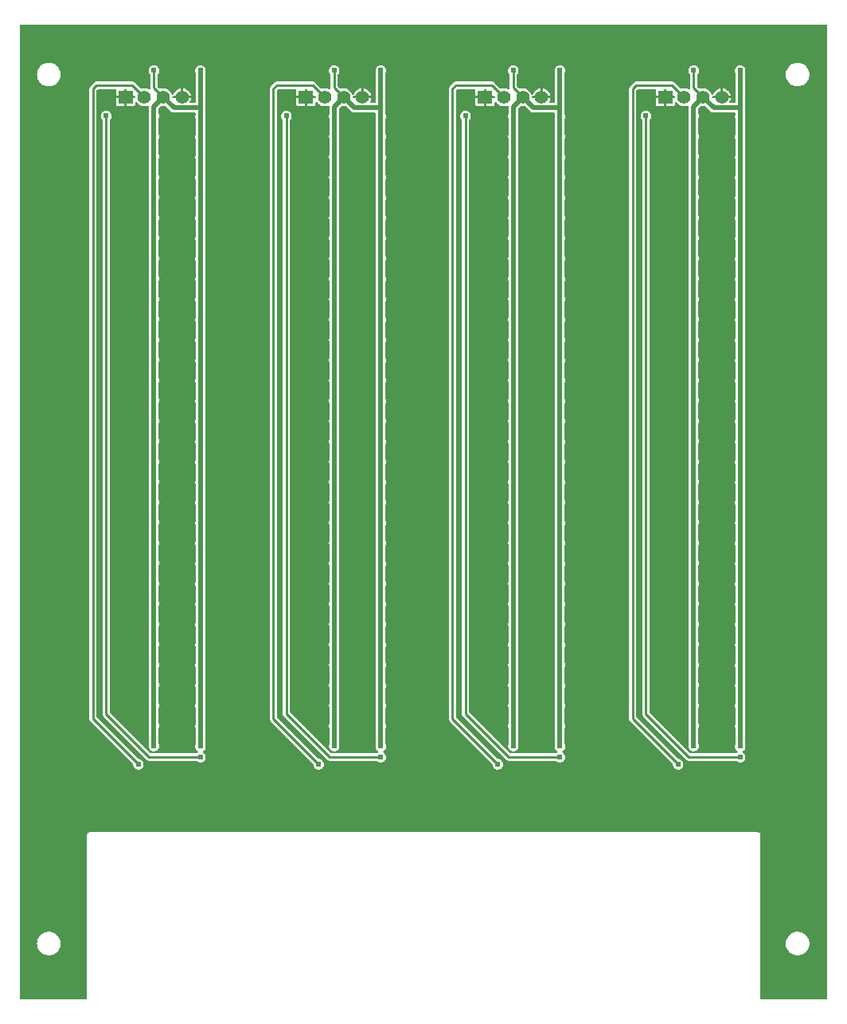
<source format=gbl>
G04 Layer: BottomLayer*
G04 EasyEDA v6.5.29, 2023-07-18 10:38:40*
G04 9c3e5ffd6bc94b6ca845c2a892670007,5a6b42c53f6a479593ecc07194224c93,10*
G04 Gerber Generator version 0.2*
G04 Scale: 100 percent, Rotated: No, Reflected: No *
G04 Dimensions in millimeters *
G04 leading zeros omitted , absolute positions ,4 integer and 5 decimal *
%FSLAX45Y45*%
%MOMM*%

%AMMACRO1*21,1,$1,$2,0,0,$3*%
%ADD10C,0.2540*%
%ADD11C,0.5000*%
%ADD12C,1.4000*%
%ADD13MACRO1,1.524X1.4X0.0000*%
%ADD14C,0.6096*%
%ADD15C,0.0135*%

%LPD*%
G36*
X290068Y1295908D02*
G01*
X286156Y1296670D01*
X282905Y1298905D01*
X280670Y1302156D01*
X279908Y1306068D01*
X279908Y11647932D01*
X280670Y11651843D01*
X282905Y11655094D01*
X286156Y11657330D01*
X290068Y11658092D01*
X8853932Y11658092D01*
X8857843Y11657330D01*
X8861094Y11655094D01*
X8863330Y11651843D01*
X8864092Y11647932D01*
X8864092Y1306068D01*
X8863330Y1302156D01*
X8861094Y1298905D01*
X8857843Y1296670D01*
X8853932Y1295908D01*
X8164068Y1295908D01*
X8160156Y1296670D01*
X8156905Y1298905D01*
X8154670Y1302156D01*
X8153908Y1306068D01*
X8153908Y3047390D01*
X8153095Y3053892D01*
X8151012Y3059430D01*
X8147456Y3064560D01*
X8144459Y3067608D01*
X8140852Y3070250D01*
X8135315Y3072739D01*
X8127847Y3073908D01*
X1016609Y3073908D01*
X1010107Y3073095D01*
X1004569Y3071012D01*
X999439Y3067456D01*
X996391Y3064459D01*
X993749Y3060852D01*
X991260Y3055315D01*
X990092Y3047847D01*
X990092Y1306068D01*
X989330Y1302156D01*
X987094Y1298905D01*
X983843Y1296670D01*
X979932Y1295908D01*
G37*

%LPC*%
G36*
X584200Y10999317D02*
G01*
X599389Y11000232D01*
X614324Y11002975D01*
X628853Y11007496D01*
X642721Y11013744D01*
X655726Y11021618D01*
X667664Y11030966D01*
X678434Y11041735D01*
X687781Y11053673D01*
X695655Y11066678D01*
X701903Y11080546D01*
X706424Y11095075D01*
X709168Y11110010D01*
X710082Y11125200D01*
X709168Y11140389D01*
X706424Y11155324D01*
X701903Y11169853D01*
X695655Y11183721D01*
X687781Y11196726D01*
X678434Y11208664D01*
X667664Y11219434D01*
X655726Y11228781D01*
X642721Y11236655D01*
X628853Y11242903D01*
X614324Y11247424D01*
X599389Y11250168D01*
X584200Y11251082D01*
X569010Y11250168D01*
X554075Y11247424D01*
X539546Y11242903D01*
X525678Y11236655D01*
X512673Y11228781D01*
X500735Y11219434D01*
X489966Y11208664D01*
X480618Y11196726D01*
X472744Y11183721D01*
X466496Y11169853D01*
X461975Y11155324D01*
X459232Y11140389D01*
X458317Y11125200D01*
X459232Y11110010D01*
X461975Y11095075D01*
X466496Y11080546D01*
X472744Y11066678D01*
X480618Y11053673D01*
X489966Y11041735D01*
X500735Y11030966D01*
X512673Y11021618D01*
X525678Y11013744D01*
X539546Y11007496D01*
X554075Y11002975D01*
X569010Y11000232D01*
G37*
G36*
X8547100Y1766417D02*
G01*
X8562238Y1767332D01*
X8577224Y1770075D01*
X8591702Y1774596D01*
X8605570Y1780844D01*
X8618575Y1788718D01*
X8630564Y1798066D01*
X8641283Y1808835D01*
X8650681Y1820773D01*
X8658555Y1833778D01*
X8664803Y1847646D01*
X8669324Y1862175D01*
X8672068Y1877110D01*
X8672982Y1892300D01*
X8672068Y1907489D01*
X8669324Y1922424D01*
X8664803Y1936953D01*
X8658555Y1950821D01*
X8650681Y1963826D01*
X8641283Y1975764D01*
X8630564Y1986534D01*
X8618575Y1995881D01*
X8605570Y2003755D01*
X8591702Y2010003D01*
X8577224Y2014524D01*
X8562238Y2017268D01*
X8547100Y2018182D01*
X8531910Y2017268D01*
X8516924Y2014524D01*
X8502446Y2010003D01*
X8488578Y2003755D01*
X8475573Y1995881D01*
X8463584Y1986534D01*
X8452866Y1975764D01*
X8443468Y1963826D01*
X8435594Y1950821D01*
X8429345Y1936953D01*
X8424824Y1922424D01*
X8422081Y1907489D01*
X8421166Y1892300D01*
X8422081Y1877110D01*
X8424824Y1862175D01*
X8429345Y1847646D01*
X8435594Y1833778D01*
X8443468Y1820773D01*
X8452866Y1808835D01*
X8463584Y1798066D01*
X8475573Y1788718D01*
X8488578Y1780844D01*
X8502446Y1774596D01*
X8516924Y1770075D01*
X8531910Y1767332D01*
G37*
G36*
X584200Y1766417D02*
G01*
X599389Y1767332D01*
X614324Y1770075D01*
X628853Y1774596D01*
X642721Y1780844D01*
X655726Y1788718D01*
X667664Y1798066D01*
X678434Y1808835D01*
X687781Y1820773D01*
X695655Y1833778D01*
X701903Y1847646D01*
X706424Y1862175D01*
X709168Y1877110D01*
X710082Y1892300D01*
X709168Y1907489D01*
X706424Y1922424D01*
X701903Y1936953D01*
X695655Y1950821D01*
X687781Y1963826D01*
X678434Y1975764D01*
X667664Y1986534D01*
X655726Y1995881D01*
X642721Y2003755D01*
X628853Y2010003D01*
X614324Y2014524D01*
X599389Y2017268D01*
X584200Y2018182D01*
X569010Y2017268D01*
X554075Y2014524D01*
X539546Y2010003D01*
X525678Y2003755D01*
X512673Y1995881D01*
X500735Y1986534D01*
X489966Y1975764D01*
X480618Y1963826D01*
X472744Y1950821D01*
X466496Y1936953D01*
X461975Y1922424D01*
X459232Y1907489D01*
X458317Y1892300D01*
X459232Y1877110D01*
X461975Y1862175D01*
X466496Y1847646D01*
X472744Y1833778D01*
X480618Y1820773D01*
X489966Y1808835D01*
X500735Y1798066D01*
X512673Y1788718D01*
X525678Y1780844D01*
X539546Y1774596D01*
X554075Y1770075D01*
X569010Y1767332D01*
G37*
G36*
X1536700Y3740962D02*
G01*
X1546504Y3741826D01*
X1555953Y3744366D01*
X1564894Y3748481D01*
X1572920Y3754120D01*
X1579880Y3761079D01*
X1585518Y3769106D01*
X1589633Y3778046D01*
X1592173Y3787495D01*
X1593037Y3797300D01*
X1592173Y3807104D01*
X1589633Y3816553D01*
X1585518Y3825494D01*
X1579880Y3833520D01*
X1572920Y3840479D01*
X1564894Y3846118D01*
X1555953Y3850233D01*
X1546504Y3852773D01*
X1538478Y3853484D01*
X1535074Y3854399D01*
X1532178Y3856431D01*
X1095705Y4292904D01*
X1093470Y4296206D01*
X1092708Y4300118D01*
X1092708Y10952581D01*
X1093470Y10956493D01*
X1095705Y10959795D01*
X1105204Y10969294D01*
X1108506Y10971530D01*
X1112418Y10972292D01*
X1290523Y10972292D01*
X1294688Y10971377D01*
X1298092Y10968888D01*
X1300226Y10965180D01*
X1300581Y10960912D01*
X1299718Y10953292D01*
X1299718Y10896600D01*
X1389126Y10896600D01*
X1389126Y10962132D01*
X1389888Y10966043D01*
X1392072Y10969294D01*
X1395374Y10971530D01*
X1399286Y10972292D01*
X1404366Y10972292D01*
X1408226Y10971530D01*
X1411528Y10969294D01*
X1413713Y10966043D01*
X1414526Y10962132D01*
X1414526Y10896600D01*
X1495907Y10896600D01*
X1499819Y10895838D01*
X1503070Y10893602D01*
X1505305Y10890351D01*
X1506067Y10886440D01*
X1506067Y10881360D01*
X1505305Y10877448D01*
X1503070Y10874197D01*
X1499819Y10871962D01*
X1495907Y10871200D01*
X1414526Y10871200D01*
X1414526Y10787989D01*
X1477416Y10787989D01*
X1483766Y10788700D01*
X1489202Y10790631D01*
X1494129Y10793679D01*
X1498193Y10797794D01*
X1501292Y10802670D01*
X1503172Y10808157D01*
X1503934Y10814456D01*
X1503934Y10824667D01*
X1504797Y10828832D01*
X1507286Y10832287D01*
X1510995Y10834370D01*
X1515211Y10834776D01*
X1519224Y10833404D01*
X1522374Y10830560D01*
X1527403Y10823397D01*
X1536344Y10813846D01*
X1546504Y10805566D01*
X1557680Y10798759D01*
X1569669Y10793526D01*
X1582267Y10790021D01*
X1595272Y10788243D01*
X1608328Y10788243D01*
X1621332Y10790021D01*
X1633931Y10793526D01*
X1636776Y10794796D01*
X1640738Y10795609D01*
X1644751Y10794847D01*
X1648104Y10792510D01*
X1650288Y10789056D01*
X1650898Y10783671D01*
X1650898Y10710773D01*
X1649933Y10706506D01*
X1648866Y10704169D01*
X1646326Y10694670D01*
X1645462Y10684865D01*
X1646326Y10675112D01*
X1648866Y10665612D01*
X1649933Y10663275D01*
X1650898Y10659008D01*
X1650898Y10494873D01*
X1649933Y10490606D01*
X1648866Y10488269D01*
X1646326Y10478770D01*
X1645462Y10468965D01*
X1646326Y10459212D01*
X1648866Y10449712D01*
X1649933Y10447375D01*
X1650898Y10443108D01*
X1650898Y10278973D01*
X1649933Y10274706D01*
X1648866Y10272369D01*
X1646326Y10262870D01*
X1645462Y10253065D01*
X1646326Y10243312D01*
X1648866Y10233812D01*
X1649933Y10231475D01*
X1650898Y10227208D01*
X1650898Y10063073D01*
X1649933Y10058806D01*
X1648866Y10056469D01*
X1646326Y10046970D01*
X1645462Y10037165D01*
X1646326Y10027412D01*
X1648866Y10017912D01*
X1649933Y10015575D01*
X1650898Y10011308D01*
X1650898Y9847173D01*
X1649933Y9842906D01*
X1648866Y9840569D01*
X1646326Y9831070D01*
X1645462Y9821265D01*
X1646326Y9811512D01*
X1648866Y9802012D01*
X1649933Y9799675D01*
X1650898Y9795408D01*
X1650898Y9631273D01*
X1649933Y9627006D01*
X1648866Y9624669D01*
X1646326Y9615170D01*
X1645462Y9605365D01*
X1646326Y9595612D01*
X1648866Y9586112D01*
X1649933Y9583775D01*
X1650898Y9579508D01*
X1650898Y9415373D01*
X1649933Y9411106D01*
X1648866Y9408769D01*
X1646326Y9399270D01*
X1645462Y9389465D01*
X1646326Y9379712D01*
X1648866Y9370212D01*
X1649933Y9367875D01*
X1650898Y9363608D01*
X1650898Y9199473D01*
X1649933Y9195206D01*
X1648866Y9192869D01*
X1646326Y9183370D01*
X1645462Y9173565D01*
X1646326Y9163812D01*
X1648866Y9154312D01*
X1649933Y9151975D01*
X1650898Y9147708D01*
X1650898Y8983573D01*
X1649933Y8979306D01*
X1648866Y8976969D01*
X1646326Y8967470D01*
X1645462Y8957665D01*
X1646326Y8947912D01*
X1648866Y8938412D01*
X1649933Y8936075D01*
X1650898Y8931808D01*
X1650898Y8767673D01*
X1649933Y8763406D01*
X1648866Y8761069D01*
X1646326Y8751570D01*
X1645462Y8741765D01*
X1646326Y8732012D01*
X1648866Y8722512D01*
X1649933Y8720175D01*
X1650898Y8715908D01*
X1650898Y8551773D01*
X1649933Y8547506D01*
X1648866Y8545169D01*
X1646326Y8535670D01*
X1645462Y8525865D01*
X1646326Y8516112D01*
X1648866Y8506612D01*
X1649933Y8504275D01*
X1650898Y8500008D01*
X1650898Y8335873D01*
X1649933Y8331606D01*
X1648866Y8329269D01*
X1646326Y8319770D01*
X1645462Y8309965D01*
X1646326Y8300212D01*
X1648866Y8290712D01*
X1649933Y8288375D01*
X1650898Y8284108D01*
X1650898Y8119973D01*
X1649933Y8115706D01*
X1648866Y8113369D01*
X1646326Y8103870D01*
X1645462Y8094065D01*
X1646326Y8084312D01*
X1648866Y8074812D01*
X1649933Y8072475D01*
X1650898Y8068208D01*
X1650898Y7904073D01*
X1649933Y7899806D01*
X1648866Y7897469D01*
X1646326Y7887970D01*
X1645462Y7878165D01*
X1646326Y7868412D01*
X1648866Y7858912D01*
X1649933Y7856575D01*
X1650898Y7852308D01*
X1650898Y7688173D01*
X1649933Y7683906D01*
X1648866Y7681569D01*
X1646326Y7672070D01*
X1645462Y7662265D01*
X1646326Y7652512D01*
X1648866Y7643012D01*
X1649933Y7640675D01*
X1650898Y7636408D01*
X1650898Y7472273D01*
X1649933Y7468006D01*
X1648866Y7465669D01*
X1646326Y7456170D01*
X1645462Y7446365D01*
X1646326Y7436612D01*
X1648866Y7427112D01*
X1649933Y7424775D01*
X1650898Y7420508D01*
X1650898Y7256373D01*
X1649933Y7252106D01*
X1648866Y7249769D01*
X1646326Y7240270D01*
X1645462Y7230465D01*
X1646326Y7220712D01*
X1648866Y7211212D01*
X1649933Y7208875D01*
X1650898Y7204608D01*
X1650898Y7040473D01*
X1649933Y7036206D01*
X1648866Y7033869D01*
X1646326Y7024370D01*
X1645462Y7014565D01*
X1646326Y7004812D01*
X1648866Y6995312D01*
X1649933Y6992975D01*
X1650898Y6988708D01*
X1650898Y6824573D01*
X1649933Y6820306D01*
X1648866Y6817969D01*
X1646326Y6808470D01*
X1645462Y6798665D01*
X1646326Y6788912D01*
X1648866Y6779412D01*
X1649933Y6777075D01*
X1650898Y6772808D01*
X1650898Y6608673D01*
X1649933Y6604406D01*
X1648866Y6602069D01*
X1646326Y6592570D01*
X1645462Y6582765D01*
X1646326Y6573012D01*
X1648866Y6563512D01*
X1649933Y6561175D01*
X1650898Y6556908D01*
X1650898Y6392773D01*
X1649933Y6388506D01*
X1648866Y6386169D01*
X1646326Y6376670D01*
X1645462Y6366865D01*
X1646326Y6357112D01*
X1648866Y6347612D01*
X1649933Y6345275D01*
X1650898Y6341008D01*
X1650898Y6176873D01*
X1649933Y6172606D01*
X1648866Y6170269D01*
X1646326Y6160770D01*
X1645462Y6150965D01*
X1646326Y6141212D01*
X1648866Y6131712D01*
X1649933Y6129375D01*
X1650898Y6125108D01*
X1650898Y5960973D01*
X1649933Y5956706D01*
X1648866Y5954369D01*
X1646326Y5944870D01*
X1645462Y5935065D01*
X1646326Y5925312D01*
X1648866Y5915812D01*
X1649933Y5913475D01*
X1650898Y5909208D01*
X1650898Y5745073D01*
X1649933Y5740806D01*
X1648866Y5738469D01*
X1646326Y5728970D01*
X1645462Y5719165D01*
X1646326Y5709412D01*
X1648866Y5699912D01*
X1649933Y5697575D01*
X1650898Y5693308D01*
X1650898Y5529173D01*
X1649933Y5524906D01*
X1648866Y5522569D01*
X1646326Y5513070D01*
X1645462Y5503265D01*
X1646326Y5493512D01*
X1648866Y5484012D01*
X1649933Y5481675D01*
X1650898Y5477408D01*
X1650898Y5313273D01*
X1649933Y5309006D01*
X1648866Y5306669D01*
X1646326Y5297170D01*
X1645462Y5287365D01*
X1646326Y5277612D01*
X1648866Y5268112D01*
X1649933Y5265775D01*
X1650898Y5261508D01*
X1650898Y5097373D01*
X1649933Y5093106D01*
X1648866Y5090769D01*
X1646326Y5081270D01*
X1645462Y5071465D01*
X1646326Y5061712D01*
X1648866Y5052212D01*
X1649933Y5049875D01*
X1650898Y5045608D01*
X1650898Y4881473D01*
X1649933Y4877206D01*
X1648866Y4874869D01*
X1646326Y4865370D01*
X1645462Y4855565D01*
X1646326Y4845812D01*
X1648866Y4836312D01*
X1649933Y4833975D01*
X1650898Y4829708D01*
X1650898Y4665573D01*
X1649933Y4661306D01*
X1648866Y4658969D01*
X1646326Y4649470D01*
X1645462Y4639665D01*
X1646326Y4629912D01*
X1648866Y4620412D01*
X1649933Y4618075D01*
X1650898Y4613808D01*
X1650898Y4449673D01*
X1649933Y4445406D01*
X1648866Y4443069D01*
X1646326Y4433570D01*
X1645462Y4423765D01*
X1646326Y4414012D01*
X1648866Y4404512D01*
X1649933Y4402175D01*
X1650898Y4397908D01*
X1650898Y4233773D01*
X1649933Y4229506D01*
X1648866Y4227169D01*
X1646326Y4217670D01*
X1645462Y4207865D01*
X1646326Y4198112D01*
X1648866Y4188612D01*
X1649933Y4186275D01*
X1650898Y4182008D01*
X1650898Y4017873D01*
X1649933Y4013606D01*
X1648866Y4011269D01*
X1646326Y4001770D01*
X1645462Y3991965D01*
X1646326Y3982212D01*
X1648866Y3972712D01*
X1652981Y3963822D01*
X1658620Y3955745D01*
X1665579Y3948836D01*
X1673606Y3943197D01*
X1682546Y3939032D01*
X1691995Y3936492D01*
X1701800Y3935628D01*
X1711604Y3936492D01*
X1721053Y3939032D01*
X1729993Y3943197D01*
X1738020Y3948836D01*
X1744980Y3955745D01*
X1750618Y3963822D01*
X1754733Y3972712D01*
X1757273Y3982212D01*
X1758137Y3991965D01*
X1757273Y4001770D01*
X1754733Y4011269D01*
X1753666Y4013606D01*
X1752701Y4017873D01*
X1752701Y4182008D01*
X1753666Y4186275D01*
X1754733Y4188612D01*
X1757273Y4198112D01*
X1758137Y4207865D01*
X1757273Y4217670D01*
X1754733Y4227169D01*
X1753666Y4229506D01*
X1752701Y4233773D01*
X1752701Y4397908D01*
X1753666Y4402175D01*
X1754733Y4404512D01*
X1757273Y4414012D01*
X1758137Y4423765D01*
X1757273Y4433570D01*
X1754733Y4443069D01*
X1753666Y4445406D01*
X1752701Y4449673D01*
X1752701Y4613808D01*
X1753666Y4618075D01*
X1754733Y4620412D01*
X1757273Y4629912D01*
X1758137Y4639665D01*
X1757273Y4649470D01*
X1754733Y4658969D01*
X1753666Y4661306D01*
X1752701Y4665573D01*
X1752701Y4829708D01*
X1753666Y4833975D01*
X1754733Y4836312D01*
X1757273Y4845812D01*
X1758137Y4855565D01*
X1757273Y4865370D01*
X1754733Y4874869D01*
X1753666Y4877206D01*
X1752701Y4881473D01*
X1752701Y5045608D01*
X1753666Y5049875D01*
X1754733Y5052212D01*
X1757273Y5061712D01*
X1758137Y5071465D01*
X1757273Y5081270D01*
X1754733Y5090769D01*
X1753666Y5093106D01*
X1752701Y5097373D01*
X1752701Y5261508D01*
X1753666Y5265775D01*
X1754733Y5268112D01*
X1757273Y5277612D01*
X1758137Y5287365D01*
X1757273Y5297170D01*
X1754733Y5306669D01*
X1753666Y5309006D01*
X1752701Y5313273D01*
X1752701Y5477408D01*
X1753666Y5481675D01*
X1754733Y5484012D01*
X1757273Y5493512D01*
X1758137Y5503265D01*
X1757273Y5513070D01*
X1754733Y5522569D01*
X1753666Y5524906D01*
X1752701Y5529173D01*
X1752701Y5693308D01*
X1753666Y5697575D01*
X1754733Y5699912D01*
X1757273Y5709412D01*
X1758137Y5719165D01*
X1757273Y5728970D01*
X1754733Y5738469D01*
X1753666Y5740806D01*
X1752701Y5745073D01*
X1752701Y5909208D01*
X1753666Y5913475D01*
X1754733Y5915812D01*
X1757273Y5925312D01*
X1758137Y5935065D01*
X1757273Y5944870D01*
X1754733Y5954369D01*
X1753666Y5956706D01*
X1752701Y5960973D01*
X1752701Y6125108D01*
X1753666Y6129375D01*
X1754733Y6131712D01*
X1757273Y6141212D01*
X1758137Y6150965D01*
X1757273Y6160770D01*
X1754733Y6170269D01*
X1753666Y6172606D01*
X1752701Y6176873D01*
X1752701Y6341008D01*
X1753666Y6345275D01*
X1754733Y6347612D01*
X1757273Y6357112D01*
X1758137Y6366865D01*
X1757273Y6376670D01*
X1754733Y6386169D01*
X1753666Y6388506D01*
X1752701Y6392773D01*
X1752701Y6556908D01*
X1753666Y6561175D01*
X1754733Y6563512D01*
X1757273Y6573012D01*
X1758137Y6582765D01*
X1757273Y6592570D01*
X1754733Y6602069D01*
X1753666Y6604406D01*
X1752701Y6608673D01*
X1752701Y6772808D01*
X1753666Y6777075D01*
X1754733Y6779412D01*
X1757273Y6788912D01*
X1758137Y6798665D01*
X1757273Y6808470D01*
X1754733Y6817969D01*
X1753666Y6820306D01*
X1752701Y6824573D01*
X1752701Y6988708D01*
X1753666Y6992975D01*
X1754733Y6995312D01*
X1757273Y7004812D01*
X1758137Y7014565D01*
X1757273Y7024370D01*
X1754733Y7033869D01*
X1753666Y7036206D01*
X1752701Y7040473D01*
X1752701Y7204608D01*
X1753666Y7208875D01*
X1754733Y7211212D01*
X1757273Y7220712D01*
X1758137Y7230465D01*
X1757273Y7240270D01*
X1754733Y7249769D01*
X1753666Y7252106D01*
X1752701Y7256373D01*
X1752701Y7420508D01*
X1753666Y7424775D01*
X1754733Y7427112D01*
X1757273Y7436612D01*
X1758137Y7446365D01*
X1757273Y7456170D01*
X1754733Y7465669D01*
X1753666Y7468006D01*
X1752701Y7472273D01*
X1752701Y7636408D01*
X1753666Y7640675D01*
X1754733Y7643012D01*
X1757273Y7652512D01*
X1758137Y7662265D01*
X1757273Y7672070D01*
X1754733Y7681569D01*
X1753666Y7683906D01*
X1752701Y7688173D01*
X1752701Y7852308D01*
X1753666Y7856575D01*
X1754733Y7858912D01*
X1757273Y7868412D01*
X1758137Y7878165D01*
X1757273Y7887970D01*
X1754733Y7897469D01*
X1753666Y7899806D01*
X1752701Y7904073D01*
X1752701Y8068208D01*
X1753666Y8072475D01*
X1754733Y8074812D01*
X1757273Y8084312D01*
X1758137Y8094065D01*
X1757273Y8103870D01*
X1754733Y8113369D01*
X1753666Y8115706D01*
X1752701Y8119973D01*
X1752701Y8284108D01*
X1753666Y8288375D01*
X1754733Y8290712D01*
X1757273Y8300212D01*
X1758137Y8309965D01*
X1757273Y8319770D01*
X1754733Y8329269D01*
X1753666Y8331606D01*
X1752701Y8335873D01*
X1752701Y8500008D01*
X1753666Y8504275D01*
X1754733Y8506612D01*
X1757273Y8516112D01*
X1758137Y8525865D01*
X1757273Y8535670D01*
X1754733Y8545169D01*
X1753666Y8547506D01*
X1752701Y8551773D01*
X1752701Y8715908D01*
X1753666Y8720175D01*
X1754733Y8722512D01*
X1757273Y8732012D01*
X1758137Y8741765D01*
X1757273Y8751570D01*
X1754733Y8761069D01*
X1753666Y8763406D01*
X1752701Y8767673D01*
X1752701Y8931808D01*
X1753666Y8936075D01*
X1754733Y8938412D01*
X1757273Y8947912D01*
X1758137Y8957665D01*
X1757273Y8967470D01*
X1754733Y8976969D01*
X1753666Y8979306D01*
X1752701Y8983573D01*
X1752701Y9147708D01*
X1753666Y9151975D01*
X1754733Y9154312D01*
X1757273Y9163812D01*
X1758137Y9173565D01*
X1757273Y9183370D01*
X1754733Y9192869D01*
X1753666Y9195206D01*
X1752701Y9199473D01*
X1752701Y9363608D01*
X1753666Y9367875D01*
X1754733Y9370212D01*
X1757273Y9379712D01*
X1758137Y9389465D01*
X1757273Y9399270D01*
X1754733Y9408769D01*
X1753666Y9411106D01*
X1752701Y9415373D01*
X1752701Y9579508D01*
X1753666Y9583775D01*
X1754733Y9586112D01*
X1757273Y9595612D01*
X1758137Y9605365D01*
X1757273Y9615170D01*
X1754733Y9624669D01*
X1753666Y9627006D01*
X1752701Y9631273D01*
X1752701Y9795408D01*
X1753666Y9799675D01*
X1754733Y9802012D01*
X1757273Y9811512D01*
X1758137Y9821265D01*
X1757273Y9831070D01*
X1754733Y9840569D01*
X1753666Y9842906D01*
X1752701Y9847173D01*
X1752701Y10011308D01*
X1753666Y10015575D01*
X1754733Y10017912D01*
X1757273Y10027412D01*
X1758137Y10037165D01*
X1757273Y10046970D01*
X1754733Y10056469D01*
X1753666Y10058806D01*
X1752701Y10063073D01*
X1752701Y10227208D01*
X1753666Y10231475D01*
X1754733Y10233812D01*
X1757273Y10243312D01*
X1758137Y10253065D01*
X1757273Y10262870D01*
X1754733Y10272369D01*
X1753666Y10274706D01*
X1752701Y10278973D01*
X1752701Y10443108D01*
X1753666Y10447375D01*
X1754733Y10449712D01*
X1757273Y10459212D01*
X1758137Y10468965D01*
X1757273Y10478770D01*
X1754733Y10488269D01*
X1753666Y10490606D01*
X1752701Y10494873D01*
X1752701Y10659008D01*
X1753666Y10663275D01*
X1754733Y10665612D01*
X1757273Y10675112D01*
X1758137Y10684865D01*
X1757273Y10694670D01*
X1754733Y10704169D01*
X1753666Y10706506D01*
X1752701Y10710773D01*
X1752701Y10758627D01*
X1753463Y10762488D01*
X1755698Y10765790D01*
X1776628Y10786719D01*
X1779168Y10788599D01*
X1782114Y10789564D01*
X1785213Y10789615D01*
X1795272Y10788243D01*
X1808327Y10788243D01*
X1818386Y10789615D01*
X1821484Y10789564D01*
X1824431Y10788599D01*
X1826971Y10786719D01*
X1879955Y10733735D01*
X1883359Y10730585D01*
X1886915Y10727893D01*
X1890674Y10725505D01*
X1894586Y10723473D01*
X1898700Y10721746D01*
X1902917Y10720425D01*
X1907286Y10719460D01*
X1911654Y10718901D01*
X1916328Y10718698D01*
X2136038Y10718698D01*
X2139899Y10717936D01*
X2143201Y10715701D01*
X2145385Y10712399D01*
X2146198Y10708538D01*
X2146198Y10706608D01*
X2145233Y10702340D01*
X2144115Y10699953D01*
X2141575Y10690504D01*
X2140712Y10680700D01*
X2141575Y10670895D01*
X2144115Y10661446D01*
X2145233Y10659059D01*
X2146198Y10654741D01*
X2146198Y10490708D01*
X2145233Y10486440D01*
X2144115Y10484053D01*
X2141575Y10474604D01*
X2140712Y10464800D01*
X2141575Y10454995D01*
X2144115Y10445546D01*
X2145233Y10443159D01*
X2146198Y10438841D01*
X2146198Y10274808D01*
X2145233Y10270540D01*
X2144115Y10268153D01*
X2141575Y10258704D01*
X2140712Y10248900D01*
X2141575Y10239095D01*
X2144115Y10229646D01*
X2145233Y10227259D01*
X2146198Y10222941D01*
X2146198Y10058908D01*
X2145233Y10054640D01*
X2144115Y10052253D01*
X2141575Y10042804D01*
X2140712Y10033000D01*
X2141575Y10023195D01*
X2144115Y10013746D01*
X2145233Y10011359D01*
X2146198Y10007041D01*
X2146198Y9843008D01*
X2145233Y9838740D01*
X2144115Y9836353D01*
X2141575Y9826904D01*
X2140712Y9817100D01*
X2141575Y9807295D01*
X2144115Y9797846D01*
X2145233Y9795459D01*
X2146198Y9791141D01*
X2146198Y9627108D01*
X2145233Y9622840D01*
X2144115Y9620453D01*
X2141575Y9611004D01*
X2140712Y9601200D01*
X2141575Y9591395D01*
X2144115Y9581946D01*
X2145233Y9579559D01*
X2146198Y9575241D01*
X2146198Y9411208D01*
X2145233Y9406940D01*
X2144115Y9404553D01*
X2141575Y9395104D01*
X2140712Y9385300D01*
X2141575Y9375495D01*
X2144115Y9366046D01*
X2145233Y9363608D01*
X2146198Y9359341D01*
X2146198Y9195308D01*
X2145233Y9190990D01*
X2144166Y9188653D01*
X2141626Y9179204D01*
X2140762Y9169400D01*
X2141626Y9159595D01*
X2144166Y9150146D01*
X2145233Y9147810D01*
X2146198Y9143542D01*
X2146198Y8979357D01*
X2145233Y8975090D01*
X2144166Y8972753D01*
X2141626Y8963304D01*
X2140762Y8953500D01*
X2141626Y8943695D01*
X2144166Y8934246D01*
X2145233Y8931910D01*
X2146198Y8927642D01*
X2146198Y8763457D01*
X2145233Y8759190D01*
X2144166Y8756853D01*
X2141626Y8747404D01*
X2140762Y8737600D01*
X2141626Y8727795D01*
X2144166Y8718346D01*
X2145233Y8716010D01*
X2146198Y8711742D01*
X2146198Y8547557D01*
X2145233Y8543290D01*
X2144166Y8540953D01*
X2141626Y8531504D01*
X2140762Y8521700D01*
X2141626Y8511895D01*
X2144166Y8502446D01*
X2145233Y8500110D01*
X2146198Y8495842D01*
X2146198Y8331657D01*
X2145233Y8327390D01*
X2144166Y8325053D01*
X2141626Y8315604D01*
X2140762Y8305800D01*
X2141626Y8295995D01*
X2144166Y8286546D01*
X2145233Y8284209D01*
X2146198Y8279942D01*
X2146198Y8115757D01*
X2145233Y8111490D01*
X2144166Y8109153D01*
X2141626Y8099704D01*
X2140762Y8089900D01*
X2141626Y8080095D01*
X2144166Y8070646D01*
X2145233Y8068309D01*
X2146198Y8064042D01*
X2146198Y7899857D01*
X2145233Y7895590D01*
X2144166Y7893253D01*
X2141626Y7883804D01*
X2140762Y7874000D01*
X2141626Y7864195D01*
X2144166Y7854746D01*
X2145233Y7852409D01*
X2146198Y7848142D01*
X2146198Y7683957D01*
X2145233Y7679690D01*
X2144166Y7677353D01*
X2141626Y7667904D01*
X2140762Y7658100D01*
X2141626Y7648295D01*
X2144166Y7638846D01*
X2145233Y7636509D01*
X2146198Y7632242D01*
X2146198Y7468057D01*
X2145233Y7463790D01*
X2144166Y7461453D01*
X2141626Y7452004D01*
X2140762Y7442200D01*
X2141626Y7432395D01*
X2144166Y7422946D01*
X2145233Y7420609D01*
X2146198Y7416342D01*
X2146198Y7252157D01*
X2145233Y7247890D01*
X2144166Y7245553D01*
X2141626Y7236104D01*
X2140762Y7226300D01*
X2141626Y7216495D01*
X2144166Y7207046D01*
X2145233Y7204709D01*
X2146198Y7200442D01*
X2146198Y7036257D01*
X2145233Y7031990D01*
X2144166Y7029653D01*
X2141626Y7020204D01*
X2140762Y7010400D01*
X2141626Y7000595D01*
X2144166Y6991146D01*
X2145233Y6988809D01*
X2146198Y6984542D01*
X2146198Y6820357D01*
X2145233Y6816090D01*
X2144166Y6813753D01*
X2141626Y6804304D01*
X2140762Y6794500D01*
X2141626Y6784695D01*
X2144166Y6775246D01*
X2145233Y6772909D01*
X2146198Y6768642D01*
X2146198Y6604457D01*
X2145233Y6600190D01*
X2144166Y6597853D01*
X2141626Y6588404D01*
X2140762Y6578600D01*
X2141626Y6568795D01*
X2144166Y6559346D01*
X2145233Y6557009D01*
X2146198Y6552742D01*
X2146198Y6388557D01*
X2145233Y6384290D01*
X2144166Y6381953D01*
X2141626Y6372504D01*
X2140762Y6362700D01*
X2141626Y6352895D01*
X2144166Y6343446D01*
X2145233Y6341110D01*
X2146198Y6336792D01*
X2146198Y6172708D01*
X2145233Y6168390D01*
X2144166Y6166053D01*
X2141626Y6156604D01*
X2140762Y6146800D01*
X2141626Y6136995D01*
X2144166Y6127546D01*
X2145233Y6125210D01*
X2146198Y6120892D01*
X2146198Y5956808D01*
X2145233Y5952490D01*
X2144166Y5950153D01*
X2141626Y5940704D01*
X2140762Y5930900D01*
X2141626Y5921095D01*
X2144166Y5911646D01*
X2145233Y5909310D01*
X2146198Y5904992D01*
X2146198Y5740908D01*
X2145233Y5736590D01*
X2144166Y5734253D01*
X2141626Y5724804D01*
X2140762Y5715000D01*
X2141626Y5705195D01*
X2144166Y5695746D01*
X2145233Y5693410D01*
X2146198Y5689092D01*
X2146198Y5525008D01*
X2145233Y5520690D01*
X2144166Y5518353D01*
X2141626Y5508904D01*
X2140762Y5499100D01*
X2141626Y5489295D01*
X2144166Y5479846D01*
X2145233Y5477510D01*
X2146198Y5473192D01*
X2146198Y5309108D01*
X2145233Y5304790D01*
X2144166Y5302453D01*
X2141626Y5293004D01*
X2140762Y5283200D01*
X2141626Y5273395D01*
X2144166Y5263946D01*
X2145233Y5261610D01*
X2146198Y5257292D01*
X2146198Y5093208D01*
X2145233Y5088890D01*
X2144166Y5086553D01*
X2141626Y5077104D01*
X2140762Y5067300D01*
X2141626Y5057495D01*
X2144166Y5048046D01*
X2145233Y5045710D01*
X2146198Y5041392D01*
X2146198Y4877308D01*
X2145233Y4872990D01*
X2144166Y4870653D01*
X2141626Y4861204D01*
X2140762Y4851400D01*
X2141626Y4841595D01*
X2144166Y4832146D01*
X2145233Y4829810D01*
X2146198Y4825492D01*
X2146198Y4661408D01*
X2145233Y4657090D01*
X2144166Y4654753D01*
X2141626Y4645304D01*
X2140762Y4635500D01*
X2141626Y4625695D01*
X2144166Y4616246D01*
X2145233Y4613910D01*
X2146198Y4609592D01*
X2146198Y4445508D01*
X2145233Y4441190D01*
X2144166Y4438853D01*
X2141626Y4429404D01*
X2140762Y4419600D01*
X2141626Y4409795D01*
X2144166Y4400346D01*
X2145233Y4398010D01*
X2146198Y4393692D01*
X2146198Y4229608D01*
X2145233Y4225290D01*
X2144166Y4222953D01*
X2141626Y4213504D01*
X2140762Y4203700D01*
X2141626Y4193895D01*
X2144166Y4184446D01*
X2145233Y4182110D01*
X2146198Y4177792D01*
X2146198Y4013708D01*
X2145233Y4009390D01*
X2144166Y4007053D01*
X2141626Y3997604D01*
X2140762Y3987800D01*
X2141626Y3977995D01*
X2144166Y3968546D01*
X2148281Y3959606D01*
X2153920Y3951579D01*
X2160879Y3944620D01*
X2168956Y3938981D01*
X2171649Y3936187D01*
X2173122Y3932580D01*
X2173122Y3928719D01*
X2171649Y3925112D01*
X2168956Y3922318D01*
X2160879Y3916679D01*
X2159304Y3915105D01*
X2156002Y3912870D01*
X2152091Y3912108D01*
X1671218Y3912108D01*
X1667306Y3912870D01*
X1664004Y3915105D01*
X1235405Y4343704D01*
X1233170Y4347006D01*
X1232408Y4350918D01*
X1232408Y10639907D01*
X1233170Y10643768D01*
X1235405Y10647070D01*
X1236980Y10648645D01*
X1242618Y10656722D01*
X1246733Y10665612D01*
X1249273Y10675112D01*
X1250137Y10684865D01*
X1249273Y10694670D01*
X1246733Y10704169D01*
X1242618Y10713059D01*
X1236980Y10721136D01*
X1230020Y10728045D01*
X1221994Y10733684D01*
X1213053Y10737850D01*
X1203604Y10740390D01*
X1193800Y10741253D01*
X1183995Y10740390D01*
X1174546Y10737850D01*
X1165606Y10733684D01*
X1157579Y10728045D01*
X1150620Y10721136D01*
X1144981Y10713059D01*
X1140866Y10704169D01*
X1138326Y10694670D01*
X1137462Y10684865D01*
X1138326Y10675112D01*
X1140866Y10665612D01*
X1144981Y10656722D01*
X1150620Y10648645D01*
X1152194Y10647070D01*
X1154430Y10643768D01*
X1155192Y10639907D01*
X1155192Y4331208D01*
X1156004Y4323181D01*
X1158189Y4315968D01*
X1161745Y4309262D01*
X1166876Y4303064D01*
X1623364Y3846576D01*
X1629562Y3841445D01*
X1636268Y3837889D01*
X1643481Y3835704D01*
X1651507Y3834892D01*
X2152091Y3834892D01*
X2156002Y3834129D01*
X2159304Y3831894D01*
X2160879Y3830320D01*
X2168906Y3824681D01*
X2177846Y3820566D01*
X2187295Y3818026D01*
X2197100Y3817162D01*
X2206904Y3818026D01*
X2216353Y3820566D01*
X2225294Y3824681D01*
X2233320Y3830320D01*
X2240280Y3837279D01*
X2245918Y3845306D01*
X2250033Y3854246D01*
X2252573Y3863695D01*
X2253437Y3873500D01*
X2252573Y3883304D01*
X2250033Y3892753D01*
X2245918Y3901694D01*
X2240280Y3909720D01*
X2233320Y3916679D01*
X2225243Y3922318D01*
X2222550Y3925112D01*
X2221077Y3928719D01*
X2221077Y3932580D01*
X2222550Y3936187D01*
X2225243Y3938981D01*
X2233320Y3944620D01*
X2240280Y3951579D01*
X2245918Y3959606D01*
X2250033Y3968546D01*
X2252573Y3977995D01*
X2253437Y3987800D01*
X2252573Y3997604D01*
X2250033Y4007053D01*
X2248966Y4009390D01*
X2248001Y4013708D01*
X2248001Y4177792D01*
X2248966Y4182110D01*
X2250033Y4184446D01*
X2252573Y4193895D01*
X2253437Y4203700D01*
X2252573Y4213504D01*
X2250033Y4222953D01*
X2248966Y4225290D01*
X2248001Y4229608D01*
X2248001Y4393692D01*
X2248966Y4398010D01*
X2250033Y4400346D01*
X2252573Y4409795D01*
X2253437Y4419600D01*
X2252573Y4429404D01*
X2250033Y4438853D01*
X2248966Y4441190D01*
X2248001Y4445508D01*
X2248001Y4609592D01*
X2248966Y4613910D01*
X2250033Y4616246D01*
X2252573Y4625695D01*
X2253437Y4635500D01*
X2252573Y4645304D01*
X2250033Y4654753D01*
X2248966Y4657090D01*
X2248001Y4661408D01*
X2248001Y4825492D01*
X2248966Y4829810D01*
X2250033Y4832146D01*
X2252573Y4841595D01*
X2253437Y4851400D01*
X2252573Y4861204D01*
X2250033Y4870653D01*
X2248966Y4872990D01*
X2248001Y4877308D01*
X2248001Y5041392D01*
X2248966Y5045710D01*
X2250033Y5048046D01*
X2252573Y5057495D01*
X2253437Y5067300D01*
X2252573Y5077104D01*
X2250033Y5086553D01*
X2248966Y5088890D01*
X2248001Y5093208D01*
X2248001Y5257292D01*
X2248966Y5261610D01*
X2250033Y5263946D01*
X2252573Y5273395D01*
X2253437Y5283200D01*
X2252573Y5293004D01*
X2250033Y5302453D01*
X2248966Y5304790D01*
X2248001Y5309108D01*
X2248001Y5473192D01*
X2248966Y5477510D01*
X2250033Y5479846D01*
X2252573Y5489295D01*
X2253437Y5499100D01*
X2252573Y5508904D01*
X2250033Y5518353D01*
X2248966Y5520690D01*
X2248001Y5525008D01*
X2248001Y5689092D01*
X2248966Y5693410D01*
X2250033Y5695746D01*
X2252573Y5705195D01*
X2253437Y5715000D01*
X2252573Y5724804D01*
X2250033Y5734253D01*
X2248966Y5736590D01*
X2248001Y5740908D01*
X2248001Y5904992D01*
X2248966Y5909310D01*
X2250033Y5911646D01*
X2252573Y5921095D01*
X2253437Y5930900D01*
X2252573Y5940704D01*
X2250033Y5950153D01*
X2248966Y5952490D01*
X2248001Y5956808D01*
X2248001Y6120892D01*
X2248966Y6125210D01*
X2250033Y6127546D01*
X2252573Y6136995D01*
X2253437Y6146800D01*
X2252573Y6156604D01*
X2250033Y6166053D01*
X2248966Y6168390D01*
X2248001Y6172708D01*
X2248001Y6336792D01*
X2248966Y6341110D01*
X2250033Y6343446D01*
X2252573Y6352895D01*
X2253437Y6362700D01*
X2252573Y6372504D01*
X2250033Y6381953D01*
X2248966Y6384340D01*
X2248001Y6388608D01*
X2248001Y6552641D01*
X2248966Y6556959D01*
X2250033Y6559346D01*
X2252573Y6568795D01*
X2253437Y6578600D01*
X2252573Y6588404D01*
X2250033Y6597853D01*
X2248966Y6600240D01*
X2248001Y6604508D01*
X2248001Y6768541D01*
X2248966Y6772859D01*
X2250033Y6775246D01*
X2252573Y6784695D01*
X2253437Y6794500D01*
X2252573Y6804304D01*
X2250033Y6813753D01*
X2248966Y6816140D01*
X2248001Y6820408D01*
X2248001Y6984441D01*
X2248966Y6988759D01*
X2250033Y6991146D01*
X2252573Y7000595D01*
X2253437Y7010400D01*
X2252573Y7020204D01*
X2250033Y7029653D01*
X2248966Y7032040D01*
X2248001Y7036308D01*
X2248001Y7200341D01*
X2248966Y7204659D01*
X2250033Y7207046D01*
X2252573Y7216495D01*
X2253437Y7226300D01*
X2252573Y7236104D01*
X2250033Y7245553D01*
X2248966Y7247940D01*
X2248001Y7252208D01*
X2248001Y7416241D01*
X2248966Y7420559D01*
X2250033Y7422946D01*
X2252573Y7432395D01*
X2253437Y7442200D01*
X2252573Y7452004D01*
X2250033Y7461453D01*
X2248966Y7463840D01*
X2248001Y7468108D01*
X2248001Y7632141D01*
X2248966Y7636459D01*
X2250033Y7638846D01*
X2252573Y7648295D01*
X2253437Y7658100D01*
X2252573Y7667904D01*
X2250033Y7677353D01*
X2248966Y7679740D01*
X2248001Y7684008D01*
X2248001Y7848041D01*
X2248966Y7852359D01*
X2250033Y7854746D01*
X2252573Y7864195D01*
X2253437Y7874000D01*
X2252573Y7883804D01*
X2250033Y7893253D01*
X2248966Y7895640D01*
X2248001Y7899908D01*
X2248001Y8063941D01*
X2248966Y8068259D01*
X2250033Y8070646D01*
X2252573Y8080095D01*
X2253437Y8089900D01*
X2252573Y8099704D01*
X2250033Y8109153D01*
X2248966Y8111540D01*
X2248001Y8115808D01*
X2248001Y8279841D01*
X2248966Y8284159D01*
X2250033Y8286546D01*
X2252573Y8295995D01*
X2253437Y8305800D01*
X2252573Y8315604D01*
X2250033Y8325053D01*
X2248966Y8327440D01*
X2248001Y8331708D01*
X2248001Y8495741D01*
X2248966Y8500059D01*
X2250033Y8502446D01*
X2252573Y8511895D01*
X2253437Y8521700D01*
X2252573Y8531504D01*
X2250033Y8540953D01*
X2248966Y8543340D01*
X2248001Y8547608D01*
X2248001Y8711641D01*
X2248966Y8715959D01*
X2250033Y8718346D01*
X2252573Y8727795D01*
X2253437Y8737600D01*
X2252573Y8747404D01*
X2250033Y8756853D01*
X2248966Y8759240D01*
X2248001Y8763508D01*
X2248001Y8927541D01*
X2248966Y8931859D01*
X2250033Y8934246D01*
X2252573Y8943695D01*
X2253437Y8953500D01*
X2252573Y8963304D01*
X2250033Y8972753D01*
X2248966Y8975140D01*
X2248001Y8979408D01*
X2248001Y9143441D01*
X2248966Y9147759D01*
X2250033Y9150146D01*
X2252573Y9159595D01*
X2253437Y9169400D01*
X2252573Y9179204D01*
X2250033Y9188653D01*
X2248966Y9190990D01*
X2248001Y9195308D01*
X2248001Y9359442D01*
X2248966Y9363760D01*
X2250033Y9366046D01*
X2252573Y9375495D01*
X2253437Y9385300D01*
X2252573Y9395104D01*
X2250033Y9404553D01*
X2248966Y9406890D01*
X2248001Y9411157D01*
X2248001Y9575342D01*
X2248966Y9579610D01*
X2250033Y9581946D01*
X2252573Y9591395D01*
X2253437Y9601200D01*
X2252573Y9611004D01*
X2250033Y9620453D01*
X2248966Y9622790D01*
X2248001Y9627057D01*
X2248001Y9791242D01*
X2248966Y9795510D01*
X2250033Y9797846D01*
X2252573Y9807295D01*
X2253437Y9817100D01*
X2252573Y9826904D01*
X2250033Y9836353D01*
X2248966Y9838690D01*
X2248001Y9842957D01*
X2248001Y10007142D01*
X2248966Y10011410D01*
X2250033Y10013746D01*
X2252573Y10023195D01*
X2253437Y10033000D01*
X2252573Y10042804D01*
X2250033Y10052253D01*
X2248966Y10054590D01*
X2248001Y10058857D01*
X2248001Y10223042D01*
X2248966Y10227310D01*
X2250033Y10229646D01*
X2252573Y10239095D01*
X2253437Y10248900D01*
X2252573Y10258704D01*
X2250033Y10268153D01*
X2248966Y10270490D01*
X2248001Y10274757D01*
X2248001Y10438942D01*
X2248966Y10443210D01*
X2250033Y10445546D01*
X2252573Y10454995D01*
X2253437Y10464800D01*
X2252573Y10474604D01*
X2250033Y10484053D01*
X2248966Y10486390D01*
X2248001Y10490657D01*
X2248001Y10654842D01*
X2248966Y10659110D01*
X2250033Y10661446D01*
X2252573Y10670895D01*
X2253437Y10680700D01*
X2252573Y10690504D01*
X2250033Y10699953D01*
X2248966Y10702290D01*
X2248001Y10706557D01*
X2248001Y11141608D01*
X2248966Y11145875D01*
X2250033Y11148212D01*
X2252573Y11157712D01*
X2253437Y11167465D01*
X2252573Y11177270D01*
X2250033Y11186769D01*
X2245918Y11195659D01*
X2240280Y11203736D01*
X2233320Y11210645D01*
X2225294Y11216284D01*
X2216353Y11220450D01*
X2206904Y11222990D01*
X2197100Y11223853D01*
X2187295Y11222990D01*
X2177846Y11220450D01*
X2168906Y11216284D01*
X2160879Y11210645D01*
X2153920Y11203736D01*
X2148281Y11195659D01*
X2144166Y11186769D01*
X2141626Y11177270D01*
X2140762Y11167465D01*
X2141626Y11157712D01*
X2144166Y11148212D01*
X2145233Y11145875D01*
X2146198Y11141608D01*
X2146198Y10830661D01*
X2145436Y10826800D01*
X2143201Y10823498D01*
X2139899Y10821263D01*
X2136038Y10820501D01*
X2093417Y10820501D01*
X2089353Y10821365D01*
X2085949Y10823752D01*
X2083816Y10827258D01*
X2083257Y10831372D01*
X2084374Y10835335D01*
X2089759Y10845698D01*
X2094128Y10858042D01*
X2096820Y10871200D01*
X2014474Y10871200D01*
X2014474Y10830661D01*
X2013712Y10826800D01*
X2011527Y10823498D01*
X2008225Y10821263D01*
X2004364Y10820501D01*
X1999284Y10820501D01*
X1995373Y10821263D01*
X1992071Y10823498D01*
X1989886Y10826800D01*
X1989074Y10830661D01*
X1989074Y10871200D01*
X1907692Y10871200D01*
X1903780Y10871962D01*
X1900529Y10874197D01*
X1898294Y10877448D01*
X1897532Y10881360D01*
X1897532Y10886440D01*
X1898294Y10890351D01*
X1900529Y10893602D01*
X1903780Y10895838D01*
X1907692Y10896600D01*
X1989074Y10896600D01*
X1989074Y10978692D01*
X1982266Y10977778D01*
X1969668Y10974222D01*
X1957679Y10969040D01*
X1946503Y10962233D01*
X1936343Y10953953D01*
X1927402Y10944402D01*
X1919884Y10933734D01*
X1913839Y10922101D01*
X1911350Y10915142D01*
X1909216Y10911586D01*
X1905863Y10909198D01*
X1901799Y10908385D01*
X1897735Y10909198D01*
X1894382Y10911586D01*
X1892249Y10915142D01*
X1889760Y10922101D01*
X1883714Y10933734D01*
X1876196Y10944402D01*
X1867255Y10953953D01*
X1857095Y10962233D01*
X1845919Y10969040D01*
X1833930Y10974222D01*
X1821332Y10977778D01*
X1808327Y10979556D01*
X1795272Y10979556D01*
X1782267Y10977778D01*
X1772564Y10975035D01*
X1769008Y10974730D01*
X1765554Y10975594D01*
X1762658Y10977676D01*
X1743405Y10996930D01*
X1741170Y11000232D01*
X1740407Y11004092D01*
X1740407Y11122507D01*
X1741170Y11126368D01*
X1743405Y11129670D01*
X1744980Y11131245D01*
X1750618Y11139322D01*
X1754733Y11148212D01*
X1757273Y11157712D01*
X1758137Y11167465D01*
X1757273Y11177270D01*
X1754733Y11186769D01*
X1750618Y11195659D01*
X1744980Y11203736D01*
X1738020Y11210645D01*
X1729993Y11216284D01*
X1721053Y11220450D01*
X1711604Y11222990D01*
X1701800Y11223853D01*
X1691995Y11222990D01*
X1682546Y11220450D01*
X1673606Y11216284D01*
X1665579Y11210645D01*
X1658620Y11203736D01*
X1652981Y11195659D01*
X1648866Y11186769D01*
X1646326Y11177270D01*
X1645462Y11167465D01*
X1646326Y11157712D01*
X1648866Y11148212D01*
X1652981Y11139322D01*
X1658620Y11131245D01*
X1660194Y11129670D01*
X1662430Y11126368D01*
X1663192Y11122507D01*
X1663192Y10984382D01*
X1663903Y10977118D01*
X1663344Y10972698D01*
X1660956Y10968939D01*
X1657197Y10966551D01*
X1652727Y10966043D01*
X1648510Y10967466D01*
X1645920Y10969040D01*
X1633931Y10974222D01*
X1621332Y10977778D01*
X1608328Y10979556D01*
X1595272Y10979556D01*
X1582267Y10977778D01*
X1572514Y10975035D01*
X1568958Y10974679D01*
X1565503Y10975594D01*
X1562608Y10977626D01*
X1502359Y11037824D01*
X1496161Y11042954D01*
X1489506Y11046510D01*
X1482242Y11048695D01*
X1474216Y11049508D01*
X1092708Y11049508D01*
X1084681Y11048695D01*
X1077468Y11046510D01*
X1070762Y11042954D01*
X1064564Y11037824D01*
X1027176Y11000435D01*
X1022045Y10994237D01*
X1018489Y10987532D01*
X1016304Y10980318D01*
X1015492Y10972292D01*
X1015492Y4280408D01*
X1016304Y4272381D01*
X1018489Y4265168D01*
X1022045Y4258462D01*
X1027176Y4252264D01*
X1477568Y3801821D01*
X1479600Y3798925D01*
X1480515Y3795522D01*
X1481226Y3787495D01*
X1483766Y3778046D01*
X1487881Y3769106D01*
X1493520Y3761079D01*
X1500479Y3754120D01*
X1508506Y3748481D01*
X1517446Y3744366D01*
X1526895Y3741826D01*
G37*
G36*
X7277100Y3740962D02*
G01*
X7286904Y3741826D01*
X7296353Y3744366D01*
X7305294Y3748481D01*
X7313320Y3754120D01*
X7320280Y3761079D01*
X7325918Y3769106D01*
X7330033Y3778046D01*
X7332573Y3787495D01*
X7333437Y3797300D01*
X7332573Y3807104D01*
X7330033Y3816553D01*
X7325918Y3825494D01*
X7320280Y3833520D01*
X7313320Y3840479D01*
X7305294Y3846118D01*
X7296353Y3850233D01*
X7286904Y3852773D01*
X7278878Y3853484D01*
X7275474Y3854399D01*
X7272578Y3856431D01*
X6836105Y4292904D01*
X6833870Y4296206D01*
X6833108Y4300118D01*
X6833108Y10952581D01*
X6833870Y10956493D01*
X6836105Y10959795D01*
X6845604Y10969294D01*
X6848906Y10971530D01*
X6852818Y10972292D01*
X7030923Y10972292D01*
X7035088Y10971377D01*
X7038492Y10968888D01*
X7040625Y10965180D01*
X7040981Y10960912D01*
X7040118Y10953292D01*
X7040118Y10896600D01*
X7129525Y10896600D01*
X7129525Y10962132D01*
X7130288Y10966043D01*
X7132472Y10969294D01*
X7135774Y10971530D01*
X7139686Y10972292D01*
X7144766Y10972292D01*
X7148626Y10971530D01*
X7151928Y10969294D01*
X7154113Y10966043D01*
X7154925Y10962132D01*
X7154925Y10896600D01*
X7236307Y10896600D01*
X7240219Y10895838D01*
X7243470Y10893602D01*
X7245705Y10890351D01*
X7246467Y10886440D01*
X7246467Y10881360D01*
X7245705Y10877448D01*
X7243470Y10874197D01*
X7240219Y10871962D01*
X7236307Y10871200D01*
X7154925Y10871200D01*
X7154925Y10787989D01*
X7217816Y10787989D01*
X7224166Y10788700D01*
X7229602Y10790631D01*
X7234529Y10793679D01*
X7238593Y10797794D01*
X7241692Y10802670D01*
X7243572Y10808157D01*
X7244334Y10814456D01*
X7244334Y10824667D01*
X7245197Y10828832D01*
X7247686Y10832287D01*
X7251395Y10834370D01*
X7255611Y10834776D01*
X7259624Y10833404D01*
X7262774Y10830560D01*
X7267803Y10823397D01*
X7276744Y10813846D01*
X7286904Y10805566D01*
X7298080Y10798759D01*
X7310069Y10793526D01*
X7322667Y10790021D01*
X7335672Y10788243D01*
X7348728Y10788243D01*
X7361732Y10790021D01*
X7374331Y10793526D01*
X7377175Y10794796D01*
X7381138Y10795609D01*
X7385151Y10794847D01*
X7388504Y10792510D01*
X7390688Y10789056D01*
X7391298Y10783671D01*
X7391298Y10710773D01*
X7390333Y10706506D01*
X7389266Y10704169D01*
X7386726Y10694670D01*
X7385862Y10684865D01*
X7386726Y10675112D01*
X7389266Y10665612D01*
X7390333Y10663275D01*
X7391298Y10659008D01*
X7391298Y10494873D01*
X7390333Y10490606D01*
X7389266Y10488269D01*
X7386726Y10478770D01*
X7385862Y10468965D01*
X7386726Y10459212D01*
X7389266Y10449712D01*
X7390333Y10447375D01*
X7391298Y10443108D01*
X7391298Y10278973D01*
X7390333Y10274706D01*
X7389266Y10272369D01*
X7386726Y10262870D01*
X7385862Y10253065D01*
X7386726Y10243312D01*
X7389266Y10233812D01*
X7390333Y10231475D01*
X7391298Y10227208D01*
X7391298Y10063073D01*
X7390333Y10058806D01*
X7389266Y10056469D01*
X7386726Y10046970D01*
X7385862Y10037165D01*
X7386726Y10027412D01*
X7389266Y10017912D01*
X7390333Y10015575D01*
X7391298Y10011308D01*
X7391298Y9847173D01*
X7390333Y9842906D01*
X7389266Y9840569D01*
X7386726Y9831070D01*
X7385862Y9821265D01*
X7386726Y9811512D01*
X7389266Y9802012D01*
X7390333Y9799675D01*
X7391298Y9795408D01*
X7391298Y9631273D01*
X7390333Y9627006D01*
X7389266Y9624669D01*
X7386726Y9615170D01*
X7385862Y9605365D01*
X7386726Y9595612D01*
X7389266Y9586112D01*
X7390333Y9583775D01*
X7391298Y9579508D01*
X7391298Y9415373D01*
X7390333Y9411106D01*
X7389266Y9408769D01*
X7386726Y9399270D01*
X7385862Y9389465D01*
X7386726Y9379712D01*
X7389266Y9370212D01*
X7390333Y9367875D01*
X7391298Y9363608D01*
X7391298Y9199473D01*
X7390333Y9195206D01*
X7389266Y9192869D01*
X7386726Y9183370D01*
X7385862Y9173565D01*
X7386726Y9163812D01*
X7389266Y9154312D01*
X7390333Y9151975D01*
X7391298Y9147708D01*
X7391298Y8983573D01*
X7390333Y8979306D01*
X7389266Y8976969D01*
X7386726Y8967470D01*
X7385862Y8957665D01*
X7386726Y8947912D01*
X7389266Y8938412D01*
X7390333Y8936075D01*
X7391298Y8931808D01*
X7391298Y8767673D01*
X7390333Y8763406D01*
X7389266Y8761069D01*
X7386726Y8751570D01*
X7385862Y8741765D01*
X7386726Y8732012D01*
X7389266Y8722512D01*
X7390333Y8720175D01*
X7391298Y8715908D01*
X7391298Y8551773D01*
X7390333Y8547506D01*
X7389266Y8545169D01*
X7386726Y8535670D01*
X7385862Y8525865D01*
X7386726Y8516112D01*
X7389266Y8506612D01*
X7390333Y8504275D01*
X7391298Y8500008D01*
X7391298Y8335873D01*
X7390333Y8331606D01*
X7389266Y8329269D01*
X7386726Y8319770D01*
X7385862Y8309965D01*
X7386726Y8300212D01*
X7389266Y8290712D01*
X7390333Y8288375D01*
X7391298Y8284108D01*
X7391298Y8119973D01*
X7390333Y8115706D01*
X7389266Y8113369D01*
X7386726Y8103870D01*
X7385862Y8094065D01*
X7386726Y8084312D01*
X7389266Y8074812D01*
X7390333Y8072475D01*
X7391298Y8068208D01*
X7391298Y7904073D01*
X7390333Y7899806D01*
X7389266Y7897469D01*
X7386726Y7887970D01*
X7385862Y7878165D01*
X7386726Y7868412D01*
X7389266Y7858912D01*
X7390333Y7856575D01*
X7391298Y7852308D01*
X7391298Y7688173D01*
X7390333Y7683906D01*
X7389266Y7681569D01*
X7386726Y7672070D01*
X7385862Y7662265D01*
X7386726Y7652512D01*
X7389266Y7643012D01*
X7390333Y7640675D01*
X7391298Y7636408D01*
X7391298Y7472273D01*
X7390333Y7468006D01*
X7389266Y7465669D01*
X7386726Y7456170D01*
X7385862Y7446365D01*
X7386726Y7436612D01*
X7389266Y7427112D01*
X7390333Y7424775D01*
X7391298Y7420508D01*
X7391298Y7256373D01*
X7390333Y7252106D01*
X7389266Y7249769D01*
X7386726Y7240270D01*
X7385862Y7230465D01*
X7386726Y7220712D01*
X7389266Y7211212D01*
X7390333Y7208875D01*
X7391298Y7204608D01*
X7391298Y7040473D01*
X7390333Y7036206D01*
X7389266Y7033869D01*
X7386726Y7024370D01*
X7385862Y7014565D01*
X7386726Y7004812D01*
X7389266Y6995312D01*
X7390333Y6992975D01*
X7391298Y6988708D01*
X7391298Y6824573D01*
X7390333Y6820306D01*
X7389266Y6817969D01*
X7386726Y6808470D01*
X7385862Y6798665D01*
X7386726Y6788912D01*
X7389266Y6779412D01*
X7390333Y6777075D01*
X7391298Y6772808D01*
X7391298Y6608673D01*
X7390333Y6604406D01*
X7389266Y6602069D01*
X7386726Y6592570D01*
X7385862Y6582765D01*
X7386726Y6573012D01*
X7389266Y6563512D01*
X7390333Y6561175D01*
X7391298Y6556908D01*
X7391298Y6392773D01*
X7390333Y6388506D01*
X7389266Y6386169D01*
X7386726Y6376670D01*
X7385862Y6366865D01*
X7386726Y6357112D01*
X7389266Y6347612D01*
X7390333Y6345275D01*
X7391298Y6341008D01*
X7391298Y6176873D01*
X7390333Y6172606D01*
X7389266Y6170269D01*
X7386726Y6160770D01*
X7385862Y6150965D01*
X7386726Y6141212D01*
X7389266Y6131712D01*
X7390333Y6129375D01*
X7391298Y6125108D01*
X7391298Y5960973D01*
X7390333Y5956706D01*
X7389266Y5954369D01*
X7386726Y5944870D01*
X7385862Y5935065D01*
X7386726Y5925312D01*
X7389266Y5915812D01*
X7390333Y5913475D01*
X7391298Y5909208D01*
X7391298Y5745073D01*
X7390333Y5740806D01*
X7389266Y5738469D01*
X7386726Y5728970D01*
X7385862Y5719165D01*
X7386726Y5709412D01*
X7389266Y5699912D01*
X7390333Y5697575D01*
X7391298Y5693308D01*
X7391298Y5529173D01*
X7390333Y5524906D01*
X7389266Y5522569D01*
X7386726Y5513070D01*
X7385862Y5503265D01*
X7386726Y5493512D01*
X7389266Y5484012D01*
X7390333Y5481675D01*
X7391298Y5477408D01*
X7391298Y5313273D01*
X7390333Y5309006D01*
X7389266Y5306669D01*
X7386726Y5297170D01*
X7385862Y5287365D01*
X7386726Y5277612D01*
X7389266Y5268112D01*
X7390333Y5265775D01*
X7391298Y5261508D01*
X7391298Y5097373D01*
X7390333Y5093106D01*
X7389266Y5090769D01*
X7386726Y5081270D01*
X7385862Y5071465D01*
X7386726Y5061712D01*
X7389266Y5052212D01*
X7390333Y5049875D01*
X7391298Y5045608D01*
X7391298Y4881473D01*
X7390333Y4877206D01*
X7389266Y4874869D01*
X7386726Y4865370D01*
X7385862Y4855565D01*
X7386726Y4845812D01*
X7389266Y4836312D01*
X7390333Y4833975D01*
X7391298Y4829708D01*
X7391298Y4665573D01*
X7390333Y4661306D01*
X7389266Y4658969D01*
X7386726Y4649470D01*
X7385862Y4639665D01*
X7386726Y4629912D01*
X7389266Y4620412D01*
X7390333Y4618075D01*
X7391298Y4613808D01*
X7391298Y4449673D01*
X7390333Y4445406D01*
X7389266Y4443069D01*
X7386726Y4433570D01*
X7385862Y4423765D01*
X7386726Y4414012D01*
X7389266Y4404512D01*
X7390333Y4402175D01*
X7391298Y4397908D01*
X7391298Y4233773D01*
X7390333Y4229506D01*
X7389266Y4227169D01*
X7386726Y4217670D01*
X7385862Y4207865D01*
X7386726Y4198112D01*
X7389266Y4188612D01*
X7390333Y4186275D01*
X7391298Y4182008D01*
X7391298Y4017873D01*
X7390333Y4013606D01*
X7389266Y4011269D01*
X7386726Y4001770D01*
X7385862Y3991965D01*
X7386726Y3982212D01*
X7389266Y3972712D01*
X7393381Y3963822D01*
X7399020Y3955745D01*
X7405979Y3948836D01*
X7414006Y3943197D01*
X7422946Y3939032D01*
X7432395Y3936492D01*
X7442200Y3935628D01*
X7452004Y3936492D01*
X7461453Y3939032D01*
X7470394Y3943197D01*
X7478420Y3948836D01*
X7485380Y3955745D01*
X7491018Y3963822D01*
X7495133Y3972712D01*
X7497673Y3982212D01*
X7498537Y3991965D01*
X7497673Y4001770D01*
X7495133Y4011269D01*
X7494066Y4013606D01*
X7493101Y4017873D01*
X7493101Y4182008D01*
X7494066Y4186275D01*
X7495133Y4188612D01*
X7497673Y4198112D01*
X7498537Y4207865D01*
X7497673Y4217670D01*
X7495133Y4227169D01*
X7494066Y4229506D01*
X7493101Y4233773D01*
X7493101Y4397908D01*
X7494066Y4402175D01*
X7495133Y4404512D01*
X7497673Y4414012D01*
X7498537Y4423765D01*
X7497673Y4433570D01*
X7495133Y4443069D01*
X7494066Y4445406D01*
X7493101Y4449673D01*
X7493101Y4613808D01*
X7494066Y4618075D01*
X7495133Y4620412D01*
X7497673Y4629912D01*
X7498537Y4639665D01*
X7497673Y4649470D01*
X7495133Y4658969D01*
X7494066Y4661306D01*
X7493101Y4665573D01*
X7493101Y4829708D01*
X7494066Y4833975D01*
X7495133Y4836312D01*
X7497673Y4845812D01*
X7498537Y4855565D01*
X7497673Y4865370D01*
X7495133Y4874869D01*
X7494066Y4877206D01*
X7493101Y4881473D01*
X7493101Y5045608D01*
X7494066Y5049875D01*
X7495133Y5052212D01*
X7497673Y5061712D01*
X7498537Y5071465D01*
X7497673Y5081270D01*
X7495133Y5090769D01*
X7494066Y5093106D01*
X7493101Y5097373D01*
X7493101Y5261508D01*
X7494066Y5265775D01*
X7495133Y5268112D01*
X7497673Y5277612D01*
X7498537Y5287365D01*
X7497673Y5297170D01*
X7495133Y5306669D01*
X7494066Y5309006D01*
X7493101Y5313273D01*
X7493101Y5477408D01*
X7494066Y5481675D01*
X7495133Y5484012D01*
X7497673Y5493512D01*
X7498537Y5503265D01*
X7497673Y5513070D01*
X7495133Y5522569D01*
X7494066Y5524906D01*
X7493101Y5529173D01*
X7493101Y5693308D01*
X7494066Y5697575D01*
X7495133Y5699912D01*
X7497673Y5709412D01*
X7498537Y5719165D01*
X7497673Y5728970D01*
X7495133Y5738469D01*
X7494066Y5740806D01*
X7493101Y5745073D01*
X7493101Y5909208D01*
X7494066Y5913475D01*
X7495133Y5915812D01*
X7497673Y5925312D01*
X7498537Y5935065D01*
X7497673Y5944870D01*
X7495133Y5954369D01*
X7494066Y5956706D01*
X7493101Y5960973D01*
X7493101Y6125108D01*
X7494066Y6129375D01*
X7495133Y6131712D01*
X7497673Y6141212D01*
X7498537Y6150965D01*
X7497673Y6160770D01*
X7495133Y6170269D01*
X7494066Y6172606D01*
X7493101Y6176873D01*
X7493101Y6341008D01*
X7494066Y6345275D01*
X7495133Y6347612D01*
X7497673Y6357112D01*
X7498537Y6366865D01*
X7497673Y6376670D01*
X7495133Y6386169D01*
X7494066Y6388506D01*
X7493101Y6392773D01*
X7493101Y6556908D01*
X7494066Y6561175D01*
X7495133Y6563512D01*
X7497673Y6573012D01*
X7498537Y6582765D01*
X7497673Y6592570D01*
X7495133Y6602069D01*
X7494066Y6604406D01*
X7493101Y6608673D01*
X7493101Y6772808D01*
X7494066Y6777075D01*
X7495133Y6779412D01*
X7497673Y6788912D01*
X7498537Y6798665D01*
X7497673Y6808470D01*
X7495133Y6817969D01*
X7494066Y6820306D01*
X7493101Y6824573D01*
X7493101Y6988708D01*
X7494066Y6992975D01*
X7495133Y6995312D01*
X7497673Y7004812D01*
X7498537Y7014565D01*
X7497673Y7024370D01*
X7495133Y7033869D01*
X7494066Y7036206D01*
X7493101Y7040473D01*
X7493101Y7204608D01*
X7494066Y7208875D01*
X7495133Y7211212D01*
X7497673Y7220712D01*
X7498537Y7230465D01*
X7497673Y7240270D01*
X7495133Y7249769D01*
X7494066Y7252106D01*
X7493101Y7256373D01*
X7493101Y7420508D01*
X7494066Y7424775D01*
X7495133Y7427112D01*
X7497673Y7436612D01*
X7498537Y7446365D01*
X7497673Y7456170D01*
X7495133Y7465669D01*
X7494066Y7468006D01*
X7493101Y7472273D01*
X7493101Y7636408D01*
X7494066Y7640675D01*
X7495133Y7643012D01*
X7497673Y7652512D01*
X7498537Y7662265D01*
X7497673Y7672070D01*
X7495133Y7681569D01*
X7494066Y7683906D01*
X7493101Y7688173D01*
X7493101Y7852308D01*
X7494066Y7856575D01*
X7495133Y7858912D01*
X7497673Y7868412D01*
X7498537Y7878165D01*
X7497673Y7887970D01*
X7495133Y7897469D01*
X7494066Y7899806D01*
X7493101Y7904073D01*
X7493101Y8068208D01*
X7494066Y8072475D01*
X7495133Y8074812D01*
X7497673Y8084312D01*
X7498537Y8094065D01*
X7497673Y8103870D01*
X7495133Y8113369D01*
X7494066Y8115706D01*
X7493101Y8119973D01*
X7493101Y8284108D01*
X7494066Y8288375D01*
X7495133Y8290712D01*
X7497673Y8300212D01*
X7498537Y8309965D01*
X7497673Y8319770D01*
X7495133Y8329269D01*
X7494066Y8331606D01*
X7493101Y8335873D01*
X7493101Y8500008D01*
X7494066Y8504275D01*
X7495133Y8506612D01*
X7497673Y8516112D01*
X7498537Y8525865D01*
X7497673Y8535670D01*
X7495133Y8545169D01*
X7494066Y8547506D01*
X7493101Y8551773D01*
X7493101Y8715908D01*
X7494066Y8720175D01*
X7495133Y8722512D01*
X7497673Y8732012D01*
X7498537Y8741765D01*
X7497673Y8751570D01*
X7495133Y8761069D01*
X7494066Y8763406D01*
X7493101Y8767673D01*
X7493101Y8931808D01*
X7494066Y8936075D01*
X7495133Y8938412D01*
X7497673Y8947912D01*
X7498537Y8957665D01*
X7497673Y8967470D01*
X7495133Y8976969D01*
X7494066Y8979306D01*
X7493101Y8983573D01*
X7493101Y9147708D01*
X7494066Y9151975D01*
X7495133Y9154312D01*
X7497673Y9163812D01*
X7498537Y9173565D01*
X7497673Y9183370D01*
X7495133Y9192869D01*
X7494066Y9195206D01*
X7493101Y9199473D01*
X7493101Y9363608D01*
X7494066Y9367875D01*
X7495133Y9370212D01*
X7497673Y9379712D01*
X7498537Y9389465D01*
X7497673Y9399270D01*
X7495133Y9408769D01*
X7494066Y9411106D01*
X7493101Y9415373D01*
X7493101Y9579508D01*
X7494066Y9583775D01*
X7495133Y9586112D01*
X7497673Y9595612D01*
X7498537Y9605365D01*
X7497673Y9615170D01*
X7495133Y9624669D01*
X7494066Y9627006D01*
X7493101Y9631273D01*
X7493101Y9795408D01*
X7494066Y9799675D01*
X7495133Y9802012D01*
X7497673Y9811512D01*
X7498537Y9821265D01*
X7497673Y9831070D01*
X7495133Y9840569D01*
X7494066Y9842906D01*
X7493101Y9847173D01*
X7493101Y10011308D01*
X7494066Y10015575D01*
X7495133Y10017912D01*
X7497673Y10027412D01*
X7498537Y10037165D01*
X7497673Y10046970D01*
X7495133Y10056469D01*
X7494066Y10058806D01*
X7493101Y10063073D01*
X7493101Y10227208D01*
X7494066Y10231475D01*
X7495133Y10233812D01*
X7497673Y10243312D01*
X7498537Y10253065D01*
X7497673Y10262870D01*
X7495133Y10272369D01*
X7494066Y10274706D01*
X7493101Y10278973D01*
X7493101Y10443108D01*
X7494066Y10447375D01*
X7495133Y10449712D01*
X7497673Y10459212D01*
X7498537Y10468965D01*
X7497673Y10478770D01*
X7495133Y10488269D01*
X7494066Y10490606D01*
X7493101Y10494873D01*
X7493101Y10659008D01*
X7494066Y10663275D01*
X7495133Y10665612D01*
X7497673Y10675112D01*
X7498537Y10684865D01*
X7497673Y10694670D01*
X7495133Y10704169D01*
X7494066Y10706506D01*
X7493101Y10710773D01*
X7493101Y10758627D01*
X7493863Y10762488D01*
X7496098Y10765790D01*
X7517028Y10786719D01*
X7519568Y10788599D01*
X7522514Y10789564D01*
X7525613Y10789615D01*
X7535672Y10788243D01*
X7548727Y10788243D01*
X7558786Y10789615D01*
X7561884Y10789564D01*
X7564831Y10788599D01*
X7567371Y10786719D01*
X7620355Y10733735D01*
X7623759Y10730585D01*
X7627315Y10727893D01*
X7631074Y10725505D01*
X7634986Y10723473D01*
X7639100Y10721746D01*
X7643317Y10720425D01*
X7647686Y10719460D01*
X7652054Y10718901D01*
X7656728Y10718698D01*
X7876438Y10718698D01*
X7880299Y10717936D01*
X7883601Y10715701D01*
X7885785Y10712399D01*
X7886598Y10708538D01*
X7886598Y10706608D01*
X7885633Y10702340D01*
X7884515Y10699953D01*
X7881975Y10690504D01*
X7881112Y10680700D01*
X7881975Y10670895D01*
X7884515Y10661446D01*
X7885633Y10659059D01*
X7886598Y10654741D01*
X7886598Y10490708D01*
X7885633Y10486440D01*
X7884515Y10484053D01*
X7881975Y10474604D01*
X7881112Y10464800D01*
X7881975Y10454995D01*
X7884515Y10445546D01*
X7885633Y10443159D01*
X7886598Y10438841D01*
X7886598Y10274808D01*
X7885633Y10270540D01*
X7884515Y10268153D01*
X7881975Y10258704D01*
X7881112Y10248900D01*
X7881975Y10239095D01*
X7884515Y10229646D01*
X7885633Y10227259D01*
X7886598Y10222941D01*
X7886598Y10058908D01*
X7885633Y10054640D01*
X7884515Y10052253D01*
X7881975Y10042804D01*
X7881112Y10033000D01*
X7881975Y10023195D01*
X7884515Y10013746D01*
X7885633Y10011359D01*
X7886598Y10007041D01*
X7886598Y9843008D01*
X7885633Y9838740D01*
X7884515Y9836353D01*
X7881975Y9826904D01*
X7881112Y9817100D01*
X7881975Y9807295D01*
X7884515Y9797846D01*
X7885633Y9795459D01*
X7886598Y9791141D01*
X7886598Y9627108D01*
X7885633Y9622840D01*
X7884515Y9620453D01*
X7881975Y9611004D01*
X7881112Y9601200D01*
X7881975Y9591395D01*
X7884515Y9581946D01*
X7885633Y9579559D01*
X7886598Y9575241D01*
X7886598Y9411208D01*
X7885633Y9406940D01*
X7884515Y9404553D01*
X7881975Y9395104D01*
X7881112Y9385300D01*
X7881975Y9375495D01*
X7884515Y9366046D01*
X7885633Y9363608D01*
X7886598Y9359341D01*
X7886598Y9195308D01*
X7885633Y9190990D01*
X7884566Y9188653D01*
X7882026Y9179204D01*
X7881162Y9169400D01*
X7882026Y9159595D01*
X7884566Y9150146D01*
X7885633Y9147810D01*
X7886598Y9143542D01*
X7886598Y8979357D01*
X7885633Y8975090D01*
X7884566Y8972753D01*
X7882026Y8963304D01*
X7881162Y8953500D01*
X7882026Y8943695D01*
X7884566Y8934246D01*
X7885633Y8931910D01*
X7886598Y8927642D01*
X7886598Y8763457D01*
X7885633Y8759190D01*
X7884566Y8756853D01*
X7882026Y8747404D01*
X7881162Y8737600D01*
X7882026Y8727795D01*
X7884566Y8718346D01*
X7885633Y8716010D01*
X7886598Y8711742D01*
X7886598Y8547557D01*
X7885633Y8543290D01*
X7884566Y8540953D01*
X7882026Y8531504D01*
X7881162Y8521700D01*
X7882026Y8511895D01*
X7884566Y8502446D01*
X7885633Y8500110D01*
X7886598Y8495842D01*
X7886598Y8331657D01*
X7885633Y8327390D01*
X7884566Y8325053D01*
X7882026Y8315604D01*
X7881162Y8305800D01*
X7882026Y8295995D01*
X7884566Y8286546D01*
X7885633Y8284209D01*
X7886598Y8279942D01*
X7886598Y8115757D01*
X7885633Y8111490D01*
X7884566Y8109153D01*
X7882026Y8099704D01*
X7881162Y8089900D01*
X7882026Y8080095D01*
X7884566Y8070646D01*
X7885633Y8068309D01*
X7886598Y8064042D01*
X7886598Y7899857D01*
X7885633Y7895590D01*
X7884566Y7893253D01*
X7882026Y7883804D01*
X7881162Y7874000D01*
X7882026Y7864195D01*
X7884566Y7854746D01*
X7885633Y7852409D01*
X7886598Y7848142D01*
X7886598Y7683957D01*
X7885633Y7679690D01*
X7884566Y7677353D01*
X7882026Y7667904D01*
X7881162Y7658100D01*
X7882026Y7648295D01*
X7884566Y7638846D01*
X7885633Y7636509D01*
X7886598Y7632242D01*
X7886598Y7468057D01*
X7885633Y7463790D01*
X7884566Y7461453D01*
X7882026Y7452004D01*
X7881162Y7442200D01*
X7882026Y7432395D01*
X7884566Y7422946D01*
X7885633Y7420609D01*
X7886598Y7416342D01*
X7886598Y7252157D01*
X7885633Y7247890D01*
X7884566Y7245553D01*
X7882026Y7236104D01*
X7881162Y7226300D01*
X7882026Y7216495D01*
X7884566Y7207046D01*
X7885633Y7204709D01*
X7886598Y7200442D01*
X7886598Y7036257D01*
X7885633Y7031990D01*
X7884566Y7029653D01*
X7882026Y7020204D01*
X7881162Y7010400D01*
X7882026Y7000595D01*
X7884566Y6991146D01*
X7885633Y6988809D01*
X7886598Y6984542D01*
X7886598Y6820357D01*
X7885633Y6816090D01*
X7884566Y6813753D01*
X7882026Y6804304D01*
X7881162Y6794500D01*
X7882026Y6784695D01*
X7884566Y6775246D01*
X7885633Y6772909D01*
X7886598Y6768642D01*
X7886598Y6604457D01*
X7885633Y6600190D01*
X7884566Y6597853D01*
X7882026Y6588404D01*
X7881162Y6578600D01*
X7882026Y6568795D01*
X7884566Y6559346D01*
X7885633Y6557009D01*
X7886598Y6552742D01*
X7886598Y6388557D01*
X7885633Y6384290D01*
X7884566Y6381953D01*
X7882026Y6372504D01*
X7881162Y6362700D01*
X7882026Y6352895D01*
X7884566Y6343446D01*
X7885633Y6341110D01*
X7886598Y6336792D01*
X7886598Y6172708D01*
X7885633Y6168390D01*
X7884566Y6166053D01*
X7882026Y6156604D01*
X7881162Y6146800D01*
X7882026Y6136995D01*
X7884566Y6127546D01*
X7885633Y6125210D01*
X7886598Y6120892D01*
X7886598Y5956808D01*
X7885633Y5952490D01*
X7884566Y5950153D01*
X7882026Y5940704D01*
X7881162Y5930900D01*
X7882026Y5921095D01*
X7884566Y5911646D01*
X7885633Y5909310D01*
X7886598Y5904992D01*
X7886598Y5740908D01*
X7885633Y5736590D01*
X7884566Y5734253D01*
X7882026Y5724804D01*
X7881162Y5715000D01*
X7882026Y5705195D01*
X7884566Y5695746D01*
X7885633Y5693410D01*
X7886598Y5689092D01*
X7886598Y5525008D01*
X7885633Y5520690D01*
X7884566Y5518353D01*
X7882026Y5508904D01*
X7881162Y5499100D01*
X7882026Y5489295D01*
X7884566Y5479846D01*
X7885633Y5477510D01*
X7886598Y5473192D01*
X7886598Y5309108D01*
X7885633Y5304790D01*
X7884566Y5302453D01*
X7882026Y5293004D01*
X7881162Y5283200D01*
X7882026Y5273395D01*
X7884566Y5263946D01*
X7885633Y5261610D01*
X7886598Y5257292D01*
X7886598Y5093208D01*
X7885633Y5088890D01*
X7884566Y5086553D01*
X7882026Y5077104D01*
X7881162Y5067300D01*
X7882026Y5057495D01*
X7884566Y5048046D01*
X7885633Y5045710D01*
X7886598Y5041392D01*
X7886598Y4877308D01*
X7885633Y4872990D01*
X7884566Y4870653D01*
X7882026Y4861204D01*
X7881162Y4851400D01*
X7882026Y4841595D01*
X7884566Y4832146D01*
X7885633Y4829810D01*
X7886598Y4825492D01*
X7886598Y4661408D01*
X7885633Y4657090D01*
X7884566Y4654753D01*
X7882026Y4645304D01*
X7881162Y4635500D01*
X7882026Y4625695D01*
X7884566Y4616246D01*
X7885633Y4613910D01*
X7886598Y4609592D01*
X7886598Y4445508D01*
X7885633Y4441190D01*
X7884566Y4438853D01*
X7882026Y4429404D01*
X7881162Y4419600D01*
X7882026Y4409795D01*
X7884566Y4400346D01*
X7885633Y4398010D01*
X7886598Y4393692D01*
X7886598Y4229608D01*
X7885633Y4225290D01*
X7884566Y4222953D01*
X7882026Y4213504D01*
X7881162Y4203700D01*
X7882026Y4193895D01*
X7884566Y4184446D01*
X7885633Y4182110D01*
X7886598Y4177792D01*
X7886598Y4013708D01*
X7885633Y4009390D01*
X7884566Y4007053D01*
X7882026Y3997604D01*
X7881162Y3987800D01*
X7882026Y3977995D01*
X7884566Y3968546D01*
X7888681Y3959606D01*
X7894320Y3951579D01*
X7901279Y3944620D01*
X7909356Y3938981D01*
X7912049Y3936187D01*
X7913522Y3932580D01*
X7913522Y3928719D01*
X7912049Y3925112D01*
X7909356Y3922318D01*
X7901279Y3916679D01*
X7899704Y3915105D01*
X7896402Y3912870D01*
X7892491Y3912108D01*
X7411618Y3912108D01*
X7407706Y3912870D01*
X7404404Y3915105D01*
X6975805Y4343704D01*
X6973570Y4347006D01*
X6972808Y4350918D01*
X6972808Y10639907D01*
X6973570Y10643768D01*
X6975805Y10647070D01*
X6977380Y10648645D01*
X6983018Y10656722D01*
X6987133Y10665612D01*
X6989673Y10675112D01*
X6990537Y10684865D01*
X6989673Y10694670D01*
X6987133Y10704169D01*
X6983018Y10713059D01*
X6977380Y10721136D01*
X6970420Y10728045D01*
X6962394Y10733684D01*
X6953453Y10737850D01*
X6944004Y10740390D01*
X6934200Y10741253D01*
X6924395Y10740390D01*
X6914946Y10737850D01*
X6906006Y10733684D01*
X6897979Y10728045D01*
X6891020Y10721136D01*
X6885381Y10713059D01*
X6881266Y10704169D01*
X6878726Y10694670D01*
X6877862Y10684865D01*
X6878726Y10675112D01*
X6881266Y10665612D01*
X6885381Y10656722D01*
X6891020Y10648645D01*
X6892594Y10647070D01*
X6894830Y10643768D01*
X6895592Y10639907D01*
X6895592Y4331208D01*
X6896404Y4323181D01*
X6898589Y4315968D01*
X6902145Y4309262D01*
X6907275Y4303064D01*
X7363764Y3846576D01*
X7369962Y3841445D01*
X7376668Y3837889D01*
X7383881Y3835704D01*
X7391908Y3834892D01*
X7892491Y3834892D01*
X7896402Y3834129D01*
X7899704Y3831894D01*
X7901279Y3830320D01*
X7909306Y3824681D01*
X7918246Y3820566D01*
X7927695Y3818026D01*
X7937500Y3817162D01*
X7947304Y3818026D01*
X7956753Y3820566D01*
X7965694Y3824681D01*
X7973720Y3830320D01*
X7980680Y3837279D01*
X7986318Y3845306D01*
X7990433Y3854246D01*
X7992973Y3863695D01*
X7993837Y3873500D01*
X7992973Y3883304D01*
X7990433Y3892753D01*
X7986318Y3901694D01*
X7980680Y3909720D01*
X7973720Y3916679D01*
X7965643Y3922318D01*
X7962950Y3925112D01*
X7961477Y3928719D01*
X7961477Y3932580D01*
X7962950Y3936187D01*
X7965643Y3938981D01*
X7973720Y3944620D01*
X7980680Y3951579D01*
X7986318Y3959606D01*
X7990433Y3968546D01*
X7992973Y3977995D01*
X7993837Y3987800D01*
X7992973Y3997604D01*
X7990433Y4007053D01*
X7989366Y4009390D01*
X7988401Y4013708D01*
X7988401Y4177792D01*
X7989366Y4182110D01*
X7990433Y4184446D01*
X7992973Y4193895D01*
X7993837Y4203700D01*
X7992973Y4213504D01*
X7990433Y4222953D01*
X7989366Y4225290D01*
X7988401Y4229608D01*
X7988401Y4393692D01*
X7989366Y4398010D01*
X7990433Y4400346D01*
X7992973Y4409795D01*
X7993837Y4419600D01*
X7992973Y4429404D01*
X7990433Y4438853D01*
X7989366Y4441190D01*
X7988401Y4445508D01*
X7988401Y4609592D01*
X7989366Y4613910D01*
X7990433Y4616246D01*
X7992973Y4625695D01*
X7993837Y4635500D01*
X7992973Y4645304D01*
X7990433Y4654753D01*
X7989366Y4657090D01*
X7988401Y4661408D01*
X7988401Y4825492D01*
X7989366Y4829810D01*
X7990433Y4832146D01*
X7992973Y4841595D01*
X7993837Y4851400D01*
X7992973Y4861204D01*
X7990433Y4870653D01*
X7989366Y4872990D01*
X7988401Y4877308D01*
X7988401Y5041392D01*
X7989366Y5045710D01*
X7990433Y5048046D01*
X7992973Y5057495D01*
X7993837Y5067300D01*
X7992973Y5077104D01*
X7990433Y5086553D01*
X7989366Y5088890D01*
X7988401Y5093208D01*
X7988401Y5257292D01*
X7989366Y5261610D01*
X7990433Y5263946D01*
X7992973Y5273395D01*
X7993837Y5283200D01*
X7992973Y5293004D01*
X7990433Y5302453D01*
X7989366Y5304790D01*
X7988401Y5309108D01*
X7988401Y5473192D01*
X7989366Y5477510D01*
X7990433Y5479846D01*
X7992973Y5489295D01*
X7993837Y5499100D01*
X7992973Y5508904D01*
X7990433Y5518353D01*
X7989366Y5520690D01*
X7988401Y5525008D01*
X7988401Y5689092D01*
X7989366Y5693410D01*
X7990433Y5695746D01*
X7992973Y5705195D01*
X7993837Y5715000D01*
X7992973Y5724804D01*
X7990433Y5734253D01*
X7989366Y5736590D01*
X7988401Y5740908D01*
X7988401Y5904992D01*
X7989366Y5909310D01*
X7990433Y5911646D01*
X7992973Y5921095D01*
X7993837Y5930900D01*
X7992973Y5940704D01*
X7990433Y5950153D01*
X7989366Y5952490D01*
X7988401Y5956808D01*
X7988401Y6120892D01*
X7989366Y6125210D01*
X7990433Y6127546D01*
X7992973Y6136995D01*
X7993837Y6146800D01*
X7992973Y6156604D01*
X7990433Y6166053D01*
X7989366Y6168390D01*
X7988401Y6172708D01*
X7988401Y6336792D01*
X7989366Y6341110D01*
X7990433Y6343446D01*
X7992973Y6352895D01*
X7993837Y6362700D01*
X7992973Y6372504D01*
X7990433Y6381953D01*
X7989366Y6384340D01*
X7988401Y6388608D01*
X7988401Y6552641D01*
X7989366Y6556959D01*
X7990433Y6559346D01*
X7992973Y6568795D01*
X7993837Y6578600D01*
X7992973Y6588404D01*
X7990433Y6597853D01*
X7989366Y6600240D01*
X7988401Y6604508D01*
X7988401Y6768541D01*
X7989366Y6772859D01*
X7990433Y6775246D01*
X7992973Y6784695D01*
X7993837Y6794500D01*
X7992973Y6804304D01*
X7990433Y6813753D01*
X7989366Y6816140D01*
X7988401Y6820408D01*
X7988401Y6984441D01*
X7989366Y6988759D01*
X7990433Y6991146D01*
X7992973Y7000595D01*
X7993837Y7010400D01*
X7992973Y7020204D01*
X7990433Y7029653D01*
X7989366Y7032040D01*
X7988401Y7036308D01*
X7988401Y7200341D01*
X7989366Y7204659D01*
X7990433Y7207046D01*
X7992973Y7216495D01*
X7993837Y7226300D01*
X7992973Y7236104D01*
X7990433Y7245553D01*
X7989366Y7247940D01*
X7988401Y7252208D01*
X7988401Y7416241D01*
X7989366Y7420559D01*
X7990433Y7422946D01*
X7992973Y7432395D01*
X7993837Y7442200D01*
X7992973Y7452004D01*
X7990433Y7461453D01*
X7989366Y7463840D01*
X7988401Y7468108D01*
X7988401Y7632141D01*
X7989366Y7636459D01*
X7990433Y7638846D01*
X7992973Y7648295D01*
X7993837Y7658100D01*
X7992973Y7667904D01*
X7990433Y7677353D01*
X7989366Y7679740D01*
X7988401Y7684008D01*
X7988401Y7848041D01*
X7989366Y7852359D01*
X7990433Y7854746D01*
X7992973Y7864195D01*
X7993837Y7874000D01*
X7992973Y7883804D01*
X7990433Y7893253D01*
X7989366Y7895640D01*
X7988401Y7899908D01*
X7988401Y8063941D01*
X7989366Y8068259D01*
X7990433Y8070646D01*
X7992973Y8080095D01*
X7993837Y8089900D01*
X7992973Y8099704D01*
X7990433Y8109153D01*
X7989366Y8111540D01*
X7988401Y8115808D01*
X7988401Y8279841D01*
X7989366Y8284159D01*
X7990433Y8286546D01*
X7992973Y8295995D01*
X7993837Y8305800D01*
X7992973Y8315604D01*
X7990433Y8325053D01*
X7989366Y8327440D01*
X7988401Y8331708D01*
X7988401Y8495741D01*
X7989366Y8500059D01*
X7990433Y8502446D01*
X7992973Y8511895D01*
X7993837Y8521700D01*
X7992973Y8531504D01*
X7990433Y8540953D01*
X7989366Y8543340D01*
X7988401Y8547608D01*
X7988401Y8711641D01*
X7989366Y8715959D01*
X7990433Y8718346D01*
X7992973Y8727795D01*
X7993837Y8737600D01*
X7992973Y8747404D01*
X7990433Y8756853D01*
X7989366Y8759240D01*
X7988401Y8763508D01*
X7988401Y8927541D01*
X7989366Y8931859D01*
X7990433Y8934246D01*
X7992973Y8943695D01*
X7993837Y8953500D01*
X7992973Y8963304D01*
X7990433Y8972753D01*
X7989366Y8975140D01*
X7988401Y8979408D01*
X7988401Y9143441D01*
X7989366Y9147759D01*
X7990433Y9150146D01*
X7992973Y9159595D01*
X7993837Y9169400D01*
X7992973Y9179204D01*
X7990433Y9188653D01*
X7989366Y9190990D01*
X7988401Y9195308D01*
X7988401Y9359442D01*
X7989366Y9363760D01*
X7990433Y9366046D01*
X7992973Y9375495D01*
X7993837Y9385300D01*
X7992973Y9395104D01*
X7990433Y9404553D01*
X7989366Y9406890D01*
X7988401Y9411157D01*
X7988401Y9575342D01*
X7989366Y9579610D01*
X7990433Y9581946D01*
X7992973Y9591395D01*
X7993837Y9601200D01*
X7992973Y9611004D01*
X7990433Y9620453D01*
X7989366Y9622790D01*
X7988401Y9627057D01*
X7988401Y9791242D01*
X7989366Y9795510D01*
X7990433Y9797846D01*
X7992973Y9807295D01*
X7993837Y9817100D01*
X7992973Y9826904D01*
X7990433Y9836353D01*
X7989366Y9838690D01*
X7988401Y9842957D01*
X7988401Y10007142D01*
X7989366Y10011410D01*
X7990433Y10013746D01*
X7992973Y10023195D01*
X7993837Y10033000D01*
X7992973Y10042804D01*
X7990433Y10052253D01*
X7989366Y10054590D01*
X7988401Y10058857D01*
X7988401Y10223042D01*
X7989366Y10227310D01*
X7990433Y10229646D01*
X7992973Y10239095D01*
X7993837Y10248900D01*
X7992973Y10258704D01*
X7990433Y10268153D01*
X7989366Y10270490D01*
X7988401Y10274757D01*
X7988401Y10438942D01*
X7989366Y10443210D01*
X7990433Y10445546D01*
X7992973Y10454995D01*
X7993837Y10464800D01*
X7992973Y10474604D01*
X7990433Y10484053D01*
X7989366Y10486390D01*
X7988401Y10490657D01*
X7988401Y10654842D01*
X7989366Y10659110D01*
X7990433Y10661446D01*
X7992973Y10670895D01*
X7993837Y10680700D01*
X7992973Y10690504D01*
X7990433Y10699953D01*
X7989366Y10702290D01*
X7988401Y10706557D01*
X7988401Y11141608D01*
X7989366Y11145875D01*
X7990433Y11148212D01*
X7992973Y11157712D01*
X7993837Y11167465D01*
X7992973Y11177270D01*
X7990433Y11186769D01*
X7986318Y11195659D01*
X7980680Y11203736D01*
X7973720Y11210645D01*
X7965694Y11216284D01*
X7956753Y11220450D01*
X7947304Y11222990D01*
X7937500Y11223853D01*
X7927695Y11222990D01*
X7918246Y11220450D01*
X7909306Y11216284D01*
X7901279Y11210645D01*
X7894320Y11203736D01*
X7888681Y11195659D01*
X7884566Y11186769D01*
X7882026Y11177270D01*
X7881162Y11167465D01*
X7882026Y11157712D01*
X7884566Y11148212D01*
X7885633Y11145875D01*
X7886598Y11141608D01*
X7886598Y10830661D01*
X7885836Y10826800D01*
X7883601Y10823498D01*
X7880299Y10821263D01*
X7876438Y10820501D01*
X7833817Y10820501D01*
X7829753Y10821365D01*
X7826349Y10823752D01*
X7824216Y10827258D01*
X7823657Y10831372D01*
X7824774Y10835335D01*
X7830159Y10845698D01*
X7834528Y10858042D01*
X7837220Y10871200D01*
X7754924Y10871200D01*
X7754924Y10830661D01*
X7754112Y10826800D01*
X7751927Y10823498D01*
X7748625Y10821263D01*
X7744764Y10820501D01*
X7739684Y10820501D01*
X7735773Y10821263D01*
X7732471Y10823498D01*
X7730286Y10826800D01*
X7729524Y10830661D01*
X7729524Y10871200D01*
X7648092Y10871200D01*
X7644180Y10871962D01*
X7640929Y10874197D01*
X7638694Y10877448D01*
X7637932Y10881360D01*
X7637932Y10886440D01*
X7638694Y10890351D01*
X7640929Y10893602D01*
X7644180Y10895838D01*
X7648092Y10896600D01*
X7729524Y10896600D01*
X7729524Y10978692D01*
X7722666Y10977778D01*
X7710068Y10974222D01*
X7698079Y10969040D01*
X7686903Y10962233D01*
X7676743Y10953953D01*
X7667802Y10944402D01*
X7660284Y10933734D01*
X7654239Y10922101D01*
X7651750Y10915142D01*
X7649616Y10911586D01*
X7646263Y10909198D01*
X7642199Y10908385D01*
X7638135Y10909198D01*
X7634782Y10911586D01*
X7632649Y10915142D01*
X7630159Y10922101D01*
X7624114Y10933734D01*
X7616596Y10944402D01*
X7607655Y10953953D01*
X7597495Y10962233D01*
X7586319Y10969040D01*
X7574330Y10974222D01*
X7561732Y10977778D01*
X7548727Y10979556D01*
X7535672Y10979556D01*
X7522667Y10977778D01*
X7512964Y10975035D01*
X7509408Y10974730D01*
X7505953Y10975594D01*
X7503058Y10977676D01*
X7483805Y10996930D01*
X7481570Y11000232D01*
X7480808Y11004092D01*
X7480808Y11122507D01*
X7481570Y11126368D01*
X7483805Y11129670D01*
X7485380Y11131245D01*
X7491018Y11139322D01*
X7495133Y11148212D01*
X7497673Y11157712D01*
X7498537Y11167465D01*
X7497673Y11177270D01*
X7495133Y11186769D01*
X7491018Y11195659D01*
X7485380Y11203736D01*
X7478420Y11210645D01*
X7470394Y11216284D01*
X7461453Y11220450D01*
X7452004Y11222990D01*
X7442200Y11223853D01*
X7432395Y11222990D01*
X7422946Y11220450D01*
X7414006Y11216284D01*
X7405979Y11210645D01*
X7399020Y11203736D01*
X7393381Y11195659D01*
X7389266Y11186769D01*
X7386726Y11177270D01*
X7385862Y11167465D01*
X7386726Y11157712D01*
X7389266Y11148212D01*
X7393381Y11139322D01*
X7399020Y11131245D01*
X7400594Y11129670D01*
X7402830Y11126368D01*
X7403592Y11122507D01*
X7403592Y10984382D01*
X7404303Y10977118D01*
X7403744Y10972698D01*
X7401356Y10968939D01*
X7397597Y10966551D01*
X7393127Y10966043D01*
X7388910Y10967466D01*
X7386320Y10969040D01*
X7374331Y10974222D01*
X7361732Y10977778D01*
X7348728Y10979556D01*
X7335672Y10979556D01*
X7322667Y10977778D01*
X7312914Y10975035D01*
X7309358Y10974679D01*
X7305903Y10975594D01*
X7303008Y10977626D01*
X7242759Y11037824D01*
X7236561Y11042954D01*
X7229906Y11046510D01*
X7222642Y11048695D01*
X7214616Y11049508D01*
X6833108Y11049508D01*
X6825081Y11048695D01*
X6817868Y11046510D01*
X6811162Y11042954D01*
X6804964Y11037824D01*
X6767575Y11000435D01*
X6762445Y10994237D01*
X6758889Y10987532D01*
X6756704Y10980318D01*
X6755892Y10972292D01*
X6755892Y4280408D01*
X6756704Y4272381D01*
X6758889Y4265168D01*
X6762445Y4258462D01*
X6767575Y4252264D01*
X7217968Y3801821D01*
X7220000Y3798925D01*
X7220915Y3795522D01*
X7221626Y3787495D01*
X7224166Y3778046D01*
X7228281Y3769106D01*
X7233920Y3761079D01*
X7240879Y3754120D01*
X7248906Y3748481D01*
X7257846Y3744366D01*
X7267295Y3741826D01*
G37*
G36*
X3454400Y3740962D02*
G01*
X3464204Y3741826D01*
X3473653Y3744366D01*
X3482594Y3748481D01*
X3490620Y3754120D01*
X3497579Y3761079D01*
X3503218Y3769106D01*
X3507333Y3778046D01*
X3509873Y3787495D01*
X3510737Y3797300D01*
X3509873Y3807104D01*
X3507333Y3816553D01*
X3503218Y3825494D01*
X3497579Y3833520D01*
X3490620Y3840479D01*
X3482594Y3846118D01*
X3473653Y3850233D01*
X3464204Y3852773D01*
X3456178Y3853484D01*
X3452774Y3854399D01*
X3449878Y3856431D01*
X3013405Y4292904D01*
X3011170Y4296206D01*
X3010408Y4300118D01*
X3010408Y10952581D01*
X3011170Y10956493D01*
X3013405Y10959795D01*
X3022904Y10969294D01*
X3026206Y10971530D01*
X3030118Y10972292D01*
X3208223Y10972292D01*
X3212388Y10971377D01*
X3215792Y10968888D01*
X3217926Y10965180D01*
X3218281Y10960912D01*
X3217418Y10953292D01*
X3217418Y10896600D01*
X3306826Y10896600D01*
X3306826Y10962132D01*
X3307587Y10966043D01*
X3309772Y10969294D01*
X3313074Y10971530D01*
X3316986Y10972292D01*
X3322015Y10972292D01*
X3325926Y10971530D01*
X3329228Y10969294D01*
X3331413Y10966043D01*
X3332226Y10962132D01*
X3332226Y10896600D01*
X3413607Y10896600D01*
X3417519Y10895838D01*
X3420770Y10893602D01*
X3423005Y10890351D01*
X3423767Y10886440D01*
X3423767Y10881360D01*
X3423005Y10877448D01*
X3420770Y10874197D01*
X3417519Y10871962D01*
X3413607Y10871200D01*
X3332226Y10871200D01*
X3332226Y10787989D01*
X3395116Y10787989D01*
X3401466Y10788700D01*
X3406901Y10790631D01*
X3411829Y10793679D01*
X3415893Y10797794D01*
X3418992Y10802670D01*
X3420872Y10808157D01*
X3421634Y10814456D01*
X3421634Y10824667D01*
X3422497Y10828832D01*
X3424986Y10832287D01*
X3428695Y10834370D01*
X3432911Y10834776D01*
X3436924Y10833404D01*
X3440074Y10830560D01*
X3445103Y10823397D01*
X3454044Y10813846D01*
X3464204Y10805566D01*
X3475380Y10798759D01*
X3487369Y10793526D01*
X3499967Y10790021D01*
X3512972Y10788243D01*
X3526028Y10788243D01*
X3539032Y10790021D01*
X3551631Y10793526D01*
X3554476Y10794796D01*
X3558438Y10795609D01*
X3562451Y10794847D01*
X3565804Y10792510D01*
X3567988Y10789056D01*
X3568598Y10783671D01*
X3568598Y10710773D01*
X3567633Y10706506D01*
X3566566Y10704169D01*
X3564026Y10694670D01*
X3563162Y10684865D01*
X3564026Y10675112D01*
X3566566Y10665612D01*
X3567633Y10663275D01*
X3568598Y10659008D01*
X3568598Y10494873D01*
X3567633Y10490606D01*
X3566566Y10488269D01*
X3564026Y10478770D01*
X3563162Y10468965D01*
X3564026Y10459212D01*
X3566566Y10449712D01*
X3567633Y10447375D01*
X3568598Y10443108D01*
X3568598Y10278973D01*
X3567633Y10274706D01*
X3566566Y10272369D01*
X3564026Y10262870D01*
X3563162Y10253065D01*
X3564026Y10243312D01*
X3566566Y10233812D01*
X3567633Y10231475D01*
X3568598Y10227208D01*
X3568598Y10063073D01*
X3567633Y10058806D01*
X3566566Y10056469D01*
X3564026Y10046970D01*
X3563162Y10037165D01*
X3564026Y10027412D01*
X3566566Y10017912D01*
X3567633Y10015575D01*
X3568598Y10011308D01*
X3568598Y9847173D01*
X3567633Y9842906D01*
X3566566Y9840569D01*
X3564026Y9831070D01*
X3563162Y9821265D01*
X3564026Y9811512D01*
X3566566Y9802012D01*
X3567633Y9799675D01*
X3568598Y9795408D01*
X3568598Y9631273D01*
X3567633Y9627006D01*
X3566566Y9624669D01*
X3564026Y9615170D01*
X3563162Y9605365D01*
X3564026Y9595612D01*
X3566566Y9586112D01*
X3567633Y9583775D01*
X3568598Y9579508D01*
X3568598Y9415373D01*
X3567633Y9411106D01*
X3566566Y9408769D01*
X3564026Y9399270D01*
X3563162Y9389465D01*
X3564026Y9379712D01*
X3566566Y9370212D01*
X3567633Y9367875D01*
X3568598Y9363608D01*
X3568598Y9199473D01*
X3567633Y9195206D01*
X3566566Y9192869D01*
X3564026Y9183370D01*
X3563162Y9173565D01*
X3564026Y9163812D01*
X3566566Y9154312D01*
X3567633Y9151975D01*
X3568598Y9147708D01*
X3568598Y8983573D01*
X3567633Y8979306D01*
X3566566Y8976969D01*
X3564026Y8967470D01*
X3563162Y8957665D01*
X3564026Y8947912D01*
X3566566Y8938412D01*
X3567633Y8936075D01*
X3568598Y8931808D01*
X3568598Y8767673D01*
X3567633Y8763406D01*
X3566566Y8761069D01*
X3564026Y8751570D01*
X3563162Y8741765D01*
X3564026Y8732012D01*
X3566566Y8722512D01*
X3567633Y8720175D01*
X3568598Y8715908D01*
X3568598Y8551773D01*
X3567633Y8547506D01*
X3566566Y8545169D01*
X3564026Y8535670D01*
X3563162Y8525865D01*
X3564026Y8516112D01*
X3566566Y8506612D01*
X3567633Y8504275D01*
X3568598Y8500008D01*
X3568598Y8335873D01*
X3567633Y8331606D01*
X3566566Y8329269D01*
X3564026Y8319770D01*
X3563162Y8309965D01*
X3564026Y8300212D01*
X3566566Y8290712D01*
X3567633Y8288375D01*
X3568598Y8284108D01*
X3568598Y8119973D01*
X3567633Y8115706D01*
X3566566Y8113369D01*
X3564026Y8103870D01*
X3563162Y8094065D01*
X3564026Y8084312D01*
X3566566Y8074812D01*
X3567633Y8072475D01*
X3568598Y8068208D01*
X3568598Y7904073D01*
X3567633Y7899806D01*
X3566566Y7897469D01*
X3564026Y7887970D01*
X3563162Y7878165D01*
X3564026Y7868412D01*
X3566566Y7858912D01*
X3567633Y7856575D01*
X3568598Y7852308D01*
X3568598Y7688173D01*
X3567633Y7683906D01*
X3566566Y7681569D01*
X3564026Y7672070D01*
X3563162Y7662265D01*
X3564026Y7652512D01*
X3566566Y7643012D01*
X3567633Y7640675D01*
X3568598Y7636408D01*
X3568598Y7472273D01*
X3567633Y7468006D01*
X3566566Y7465669D01*
X3564026Y7456170D01*
X3563162Y7446365D01*
X3564026Y7436612D01*
X3566566Y7427112D01*
X3567633Y7424775D01*
X3568598Y7420508D01*
X3568598Y7256373D01*
X3567633Y7252106D01*
X3566566Y7249769D01*
X3564026Y7240270D01*
X3563162Y7230465D01*
X3564026Y7220712D01*
X3566566Y7211212D01*
X3567633Y7208875D01*
X3568598Y7204608D01*
X3568598Y7040473D01*
X3567633Y7036206D01*
X3566566Y7033869D01*
X3564026Y7024370D01*
X3563162Y7014565D01*
X3564026Y7004812D01*
X3566566Y6995312D01*
X3567633Y6992975D01*
X3568598Y6988708D01*
X3568598Y6824573D01*
X3567633Y6820306D01*
X3566566Y6817969D01*
X3564026Y6808470D01*
X3563162Y6798665D01*
X3564026Y6788912D01*
X3566566Y6779412D01*
X3567633Y6777075D01*
X3568598Y6772808D01*
X3568598Y6608673D01*
X3567633Y6604406D01*
X3566566Y6602069D01*
X3564026Y6592570D01*
X3563162Y6582765D01*
X3564026Y6573012D01*
X3566566Y6563512D01*
X3567633Y6561175D01*
X3568598Y6556908D01*
X3568598Y6392773D01*
X3567633Y6388506D01*
X3566566Y6386169D01*
X3564026Y6376670D01*
X3563162Y6366865D01*
X3564026Y6357112D01*
X3566566Y6347612D01*
X3567633Y6345275D01*
X3568598Y6341008D01*
X3568598Y6176873D01*
X3567633Y6172606D01*
X3566566Y6170269D01*
X3564026Y6160770D01*
X3563162Y6150965D01*
X3564026Y6141212D01*
X3566566Y6131712D01*
X3567633Y6129375D01*
X3568598Y6125108D01*
X3568598Y5960973D01*
X3567633Y5956706D01*
X3566566Y5954369D01*
X3564026Y5944870D01*
X3563162Y5935065D01*
X3564026Y5925312D01*
X3566566Y5915812D01*
X3567633Y5913475D01*
X3568598Y5909208D01*
X3568598Y5745073D01*
X3567633Y5740806D01*
X3566566Y5738469D01*
X3564026Y5728970D01*
X3563162Y5719165D01*
X3564026Y5709412D01*
X3566566Y5699912D01*
X3567633Y5697575D01*
X3568598Y5693308D01*
X3568598Y5529173D01*
X3567633Y5524906D01*
X3566566Y5522569D01*
X3564026Y5513070D01*
X3563162Y5503265D01*
X3564026Y5493512D01*
X3566566Y5484012D01*
X3567633Y5481675D01*
X3568598Y5477408D01*
X3568598Y5313273D01*
X3567633Y5309006D01*
X3566566Y5306669D01*
X3564026Y5297170D01*
X3563162Y5287365D01*
X3564026Y5277612D01*
X3566566Y5268112D01*
X3567633Y5265775D01*
X3568598Y5261508D01*
X3568598Y5097373D01*
X3567633Y5093106D01*
X3566566Y5090769D01*
X3564026Y5081270D01*
X3563162Y5071465D01*
X3564026Y5061712D01*
X3566566Y5052212D01*
X3567633Y5049875D01*
X3568598Y5045608D01*
X3568598Y4881473D01*
X3567633Y4877206D01*
X3566566Y4874869D01*
X3564026Y4865370D01*
X3563162Y4855565D01*
X3564026Y4845812D01*
X3566566Y4836312D01*
X3567633Y4833975D01*
X3568598Y4829708D01*
X3568598Y4665573D01*
X3567633Y4661306D01*
X3566566Y4658969D01*
X3564026Y4649470D01*
X3563162Y4639665D01*
X3564026Y4629912D01*
X3566566Y4620412D01*
X3567633Y4618075D01*
X3568598Y4613808D01*
X3568598Y4449673D01*
X3567633Y4445406D01*
X3566566Y4443069D01*
X3564026Y4433570D01*
X3563162Y4423765D01*
X3564026Y4414012D01*
X3566566Y4404512D01*
X3567633Y4402175D01*
X3568598Y4397908D01*
X3568598Y4233773D01*
X3567633Y4229506D01*
X3566566Y4227169D01*
X3564026Y4217670D01*
X3563162Y4207865D01*
X3564026Y4198112D01*
X3566566Y4188612D01*
X3567633Y4186275D01*
X3568598Y4182008D01*
X3568598Y4017873D01*
X3567633Y4013606D01*
X3566566Y4011269D01*
X3564026Y4001770D01*
X3563162Y3991965D01*
X3564026Y3982212D01*
X3566566Y3972712D01*
X3570681Y3963822D01*
X3576320Y3955745D01*
X3583279Y3948836D01*
X3591306Y3943197D01*
X3600246Y3939032D01*
X3609695Y3936492D01*
X3619500Y3935628D01*
X3629304Y3936492D01*
X3638753Y3939032D01*
X3647694Y3943197D01*
X3655720Y3948836D01*
X3662679Y3955745D01*
X3668318Y3963822D01*
X3672433Y3972712D01*
X3674973Y3982212D01*
X3675837Y3991965D01*
X3674973Y4001770D01*
X3672433Y4011269D01*
X3671366Y4013606D01*
X3670401Y4017873D01*
X3670401Y4182008D01*
X3671366Y4186275D01*
X3672433Y4188612D01*
X3674973Y4198112D01*
X3675837Y4207865D01*
X3674973Y4217670D01*
X3672433Y4227169D01*
X3671366Y4229506D01*
X3670401Y4233773D01*
X3670401Y4397908D01*
X3671366Y4402175D01*
X3672433Y4404512D01*
X3674973Y4414012D01*
X3675837Y4423765D01*
X3674973Y4433570D01*
X3672433Y4443069D01*
X3671366Y4445406D01*
X3670401Y4449673D01*
X3670401Y4613808D01*
X3671366Y4618075D01*
X3672433Y4620412D01*
X3674973Y4629912D01*
X3675837Y4639665D01*
X3674973Y4649470D01*
X3672433Y4658969D01*
X3671366Y4661306D01*
X3670401Y4665573D01*
X3670401Y4829708D01*
X3671366Y4833975D01*
X3672433Y4836312D01*
X3674973Y4845812D01*
X3675837Y4855565D01*
X3674973Y4865370D01*
X3672433Y4874869D01*
X3671366Y4877206D01*
X3670401Y4881473D01*
X3670401Y5045608D01*
X3671366Y5049875D01*
X3672433Y5052212D01*
X3674973Y5061712D01*
X3675837Y5071465D01*
X3674973Y5081270D01*
X3672433Y5090769D01*
X3671366Y5093106D01*
X3670401Y5097373D01*
X3670401Y5261508D01*
X3671366Y5265775D01*
X3672433Y5268112D01*
X3674973Y5277612D01*
X3675837Y5287365D01*
X3674973Y5297170D01*
X3672433Y5306669D01*
X3671366Y5309006D01*
X3670401Y5313273D01*
X3670401Y5477408D01*
X3671366Y5481675D01*
X3672433Y5484012D01*
X3674973Y5493512D01*
X3675837Y5503265D01*
X3674973Y5513070D01*
X3672433Y5522569D01*
X3671366Y5524906D01*
X3670401Y5529173D01*
X3670401Y5693308D01*
X3671366Y5697575D01*
X3672433Y5699912D01*
X3674973Y5709412D01*
X3675837Y5719165D01*
X3674973Y5728970D01*
X3672433Y5738469D01*
X3671366Y5740806D01*
X3670401Y5745073D01*
X3670401Y5909208D01*
X3671366Y5913475D01*
X3672433Y5915812D01*
X3674973Y5925312D01*
X3675837Y5935065D01*
X3674973Y5944870D01*
X3672433Y5954369D01*
X3671366Y5956706D01*
X3670401Y5960973D01*
X3670401Y6125108D01*
X3671366Y6129375D01*
X3672433Y6131712D01*
X3674973Y6141212D01*
X3675837Y6150965D01*
X3674973Y6160770D01*
X3672433Y6170269D01*
X3671366Y6172606D01*
X3670401Y6176873D01*
X3670401Y6341008D01*
X3671366Y6345275D01*
X3672433Y6347612D01*
X3674973Y6357112D01*
X3675837Y6366865D01*
X3674973Y6376670D01*
X3672433Y6386169D01*
X3671366Y6388506D01*
X3670401Y6392773D01*
X3670401Y6556908D01*
X3671366Y6561175D01*
X3672433Y6563512D01*
X3674973Y6573012D01*
X3675837Y6582765D01*
X3674973Y6592570D01*
X3672433Y6602069D01*
X3671366Y6604406D01*
X3670401Y6608673D01*
X3670401Y6772808D01*
X3671366Y6777075D01*
X3672433Y6779412D01*
X3674973Y6788912D01*
X3675837Y6798665D01*
X3674973Y6808470D01*
X3672433Y6817969D01*
X3671366Y6820306D01*
X3670401Y6824573D01*
X3670401Y6988708D01*
X3671366Y6992975D01*
X3672433Y6995312D01*
X3674973Y7004812D01*
X3675837Y7014565D01*
X3674973Y7024370D01*
X3672433Y7033869D01*
X3671366Y7036206D01*
X3670401Y7040473D01*
X3670401Y7204608D01*
X3671366Y7208875D01*
X3672433Y7211212D01*
X3674973Y7220712D01*
X3675837Y7230465D01*
X3674973Y7240270D01*
X3672433Y7249769D01*
X3671366Y7252106D01*
X3670401Y7256373D01*
X3670401Y7420508D01*
X3671366Y7424775D01*
X3672433Y7427112D01*
X3674973Y7436612D01*
X3675837Y7446365D01*
X3674973Y7456170D01*
X3672433Y7465669D01*
X3671366Y7468006D01*
X3670401Y7472273D01*
X3670401Y7636408D01*
X3671366Y7640675D01*
X3672433Y7643012D01*
X3674973Y7652512D01*
X3675837Y7662265D01*
X3674973Y7672070D01*
X3672433Y7681569D01*
X3671366Y7683906D01*
X3670401Y7688173D01*
X3670401Y7852308D01*
X3671366Y7856575D01*
X3672433Y7858912D01*
X3674973Y7868412D01*
X3675837Y7878165D01*
X3674973Y7887970D01*
X3672433Y7897469D01*
X3671366Y7899806D01*
X3670401Y7904073D01*
X3670401Y8068208D01*
X3671366Y8072475D01*
X3672433Y8074812D01*
X3674973Y8084312D01*
X3675837Y8094065D01*
X3674973Y8103870D01*
X3672433Y8113369D01*
X3671366Y8115706D01*
X3670401Y8119973D01*
X3670401Y8284108D01*
X3671366Y8288375D01*
X3672433Y8290712D01*
X3674973Y8300212D01*
X3675837Y8309965D01*
X3674973Y8319770D01*
X3672433Y8329269D01*
X3671366Y8331606D01*
X3670401Y8335873D01*
X3670401Y8500008D01*
X3671366Y8504275D01*
X3672433Y8506612D01*
X3674973Y8516112D01*
X3675837Y8525865D01*
X3674973Y8535670D01*
X3672433Y8545169D01*
X3671366Y8547506D01*
X3670401Y8551773D01*
X3670401Y8715908D01*
X3671366Y8720175D01*
X3672433Y8722512D01*
X3674973Y8732012D01*
X3675837Y8741765D01*
X3674973Y8751570D01*
X3672433Y8761069D01*
X3671366Y8763406D01*
X3670401Y8767673D01*
X3670401Y8931808D01*
X3671366Y8936075D01*
X3672433Y8938412D01*
X3674973Y8947912D01*
X3675837Y8957665D01*
X3674973Y8967470D01*
X3672433Y8976969D01*
X3671366Y8979306D01*
X3670401Y8983573D01*
X3670401Y9147708D01*
X3671366Y9151975D01*
X3672433Y9154312D01*
X3674973Y9163812D01*
X3675837Y9173565D01*
X3674973Y9183370D01*
X3672433Y9192869D01*
X3671366Y9195206D01*
X3670401Y9199473D01*
X3670401Y9363608D01*
X3671366Y9367875D01*
X3672433Y9370212D01*
X3674973Y9379712D01*
X3675837Y9389465D01*
X3674973Y9399270D01*
X3672433Y9408769D01*
X3671366Y9411106D01*
X3670401Y9415373D01*
X3670401Y9579508D01*
X3671366Y9583775D01*
X3672433Y9586112D01*
X3674973Y9595612D01*
X3675837Y9605365D01*
X3674973Y9615170D01*
X3672433Y9624669D01*
X3671366Y9627006D01*
X3670401Y9631273D01*
X3670401Y9795408D01*
X3671366Y9799675D01*
X3672433Y9802012D01*
X3674973Y9811512D01*
X3675837Y9821265D01*
X3674973Y9831070D01*
X3672433Y9840569D01*
X3671366Y9842906D01*
X3670401Y9847173D01*
X3670401Y10011308D01*
X3671366Y10015575D01*
X3672433Y10017912D01*
X3674973Y10027412D01*
X3675837Y10037165D01*
X3674973Y10046970D01*
X3672433Y10056469D01*
X3671366Y10058806D01*
X3670401Y10063073D01*
X3670401Y10227208D01*
X3671366Y10231475D01*
X3672433Y10233812D01*
X3674973Y10243312D01*
X3675837Y10253065D01*
X3674973Y10262870D01*
X3672433Y10272369D01*
X3671366Y10274706D01*
X3670401Y10278973D01*
X3670401Y10443108D01*
X3671366Y10447375D01*
X3672433Y10449712D01*
X3674973Y10459212D01*
X3675837Y10468965D01*
X3674973Y10478770D01*
X3672433Y10488269D01*
X3671366Y10490606D01*
X3670401Y10494873D01*
X3670401Y10659008D01*
X3671366Y10663275D01*
X3672433Y10665612D01*
X3674973Y10675112D01*
X3675837Y10684865D01*
X3674973Y10694670D01*
X3672433Y10704169D01*
X3671366Y10706506D01*
X3670401Y10710773D01*
X3670401Y10758627D01*
X3671163Y10762488D01*
X3673398Y10765790D01*
X3694328Y10786719D01*
X3696868Y10788599D01*
X3699814Y10789564D01*
X3702913Y10789615D01*
X3712972Y10788243D01*
X3726027Y10788243D01*
X3736086Y10789615D01*
X3739184Y10789564D01*
X3742131Y10788599D01*
X3744671Y10786719D01*
X3797655Y10733735D01*
X3801059Y10730585D01*
X3804615Y10727893D01*
X3808374Y10725505D01*
X3812286Y10723473D01*
X3816400Y10721746D01*
X3820617Y10720425D01*
X3824986Y10719460D01*
X3829354Y10718901D01*
X3834028Y10718698D01*
X4053738Y10718698D01*
X4057599Y10717936D01*
X4060901Y10715701D01*
X4063085Y10712399D01*
X4063898Y10708538D01*
X4063898Y10706608D01*
X4062933Y10702340D01*
X4061815Y10699953D01*
X4059275Y10690504D01*
X4058412Y10680700D01*
X4059275Y10670895D01*
X4061815Y10661446D01*
X4062933Y10659059D01*
X4063898Y10654741D01*
X4063898Y10490708D01*
X4062933Y10486440D01*
X4061815Y10484053D01*
X4059275Y10474604D01*
X4058412Y10464800D01*
X4059275Y10454995D01*
X4061815Y10445546D01*
X4062933Y10443159D01*
X4063898Y10438841D01*
X4063898Y10274808D01*
X4062933Y10270540D01*
X4061815Y10268153D01*
X4059275Y10258704D01*
X4058412Y10248900D01*
X4059275Y10239095D01*
X4061815Y10229646D01*
X4062933Y10227259D01*
X4063898Y10222941D01*
X4063898Y10058908D01*
X4062933Y10054640D01*
X4061815Y10052253D01*
X4059275Y10042804D01*
X4058412Y10033000D01*
X4059275Y10023195D01*
X4061815Y10013746D01*
X4062933Y10011359D01*
X4063898Y10007041D01*
X4063898Y9843008D01*
X4062933Y9838740D01*
X4061815Y9836353D01*
X4059275Y9826904D01*
X4058412Y9817100D01*
X4059275Y9807295D01*
X4061815Y9797846D01*
X4062933Y9795459D01*
X4063898Y9791141D01*
X4063898Y9627108D01*
X4062933Y9622840D01*
X4061815Y9620453D01*
X4059275Y9611004D01*
X4058412Y9601200D01*
X4059275Y9591395D01*
X4061815Y9581946D01*
X4062933Y9579559D01*
X4063898Y9575241D01*
X4063898Y9411208D01*
X4062933Y9406940D01*
X4061815Y9404553D01*
X4059275Y9395104D01*
X4058412Y9385300D01*
X4059275Y9375495D01*
X4061815Y9366046D01*
X4062933Y9363608D01*
X4063898Y9359341D01*
X4063898Y9195308D01*
X4062933Y9190990D01*
X4061866Y9188653D01*
X4059326Y9179204D01*
X4058462Y9169400D01*
X4059326Y9159595D01*
X4061866Y9150146D01*
X4062933Y9147810D01*
X4063898Y9143542D01*
X4063898Y8979357D01*
X4062933Y8975090D01*
X4061866Y8972753D01*
X4059326Y8963304D01*
X4058462Y8953500D01*
X4059326Y8943695D01*
X4061866Y8934246D01*
X4062933Y8931910D01*
X4063898Y8927642D01*
X4063898Y8763457D01*
X4062933Y8759190D01*
X4061866Y8756853D01*
X4059326Y8747404D01*
X4058462Y8737600D01*
X4059326Y8727795D01*
X4061866Y8718346D01*
X4062933Y8716010D01*
X4063898Y8711742D01*
X4063898Y8547557D01*
X4062933Y8543290D01*
X4061866Y8540953D01*
X4059326Y8531504D01*
X4058462Y8521700D01*
X4059326Y8511895D01*
X4061866Y8502446D01*
X4062933Y8500110D01*
X4063898Y8495842D01*
X4063898Y8331657D01*
X4062933Y8327390D01*
X4061866Y8325053D01*
X4059326Y8315604D01*
X4058462Y8305800D01*
X4059326Y8295995D01*
X4061866Y8286546D01*
X4062933Y8284209D01*
X4063898Y8279942D01*
X4063898Y8115757D01*
X4062933Y8111490D01*
X4061866Y8109153D01*
X4059326Y8099704D01*
X4058462Y8089900D01*
X4059326Y8080095D01*
X4061866Y8070646D01*
X4062933Y8068309D01*
X4063898Y8064042D01*
X4063898Y7899857D01*
X4062933Y7895590D01*
X4061866Y7893253D01*
X4059326Y7883804D01*
X4058462Y7874000D01*
X4059326Y7864195D01*
X4061866Y7854746D01*
X4062933Y7852409D01*
X4063898Y7848142D01*
X4063898Y7683957D01*
X4062933Y7679690D01*
X4061866Y7677353D01*
X4059326Y7667904D01*
X4058462Y7658100D01*
X4059326Y7648295D01*
X4061866Y7638846D01*
X4062933Y7636509D01*
X4063898Y7632242D01*
X4063898Y7468057D01*
X4062933Y7463790D01*
X4061866Y7461453D01*
X4059326Y7452004D01*
X4058462Y7442200D01*
X4059326Y7432395D01*
X4061866Y7422946D01*
X4062933Y7420609D01*
X4063898Y7416342D01*
X4063898Y7252157D01*
X4062933Y7247890D01*
X4061866Y7245553D01*
X4059326Y7236104D01*
X4058462Y7226300D01*
X4059326Y7216495D01*
X4061866Y7207046D01*
X4062933Y7204709D01*
X4063898Y7200442D01*
X4063898Y7036257D01*
X4062933Y7031990D01*
X4061866Y7029653D01*
X4059326Y7020204D01*
X4058462Y7010400D01*
X4059326Y7000595D01*
X4061866Y6991146D01*
X4062933Y6988809D01*
X4063898Y6984542D01*
X4063898Y6820357D01*
X4062933Y6816090D01*
X4061866Y6813753D01*
X4059326Y6804304D01*
X4058462Y6794500D01*
X4059326Y6784695D01*
X4061866Y6775246D01*
X4062933Y6772909D01*
X4063898Y6768642D01*
X4063898Y6604457D01*
X4062933Y6600190D01*
X4061866Y6597853D01*
X4059326Y6588404D01*
X4058462Y6578600D01*
X4059326Y6568795D01*
X4061866Y6559346D01*
X4062933Y6557009D01*
X4063898Y6552742D01*
X4063898Y6388557D01*
X4062933Y6384290D01*
X4061866Y6381953D01*
X4059326Y6372504D01*
X4058462Y6362700D01*
X4059326Y6352895D01*
X4061866Y6343446D01*
X4062933Y6341110D01*
X4063898Y6336792D01*
X4063898Y6172708D01*
X4062933Y6168390D01*
X4061866Y6166053D01*
X4059326Y6156604D01*
X4058462Y6146800D01*
X4059326Y6136995D01*
X4061866Y6127546D01*
X4062933Y6125210D01*
X4063898Y6120892D01*
X4063898Y5956808D01*
X4062933Y5952490D01*
X4061866Y5950153D01*
X4059326Y5940704D01*
X4058462Y5930900D01*
X4059326Y5921095D01*
X4061866Y5911646D01*
X4062933Y5909310D01*
X4063898Y5904992D01*
X4063898Y5740908D01*
X4062933Y5736590D01*
X4061866Y5734253D01*
X4059326Y5724804D01*
X4058462Y5715000D01*
X4059326Y5705195D01*
X4061866Y5695746D01*
X4062933Y5693410D01*
X4063898Y5689092D01*
X4063898Y5525008D01*
X4062933Y5520690D01*
X4061866Y5518353D01*
X4059326Y5508904D01*
X4058462Y5499100D01*
X4059326Y5489295D01*
X4061866Y5479846D01*
X4062933Y5477510D01*
X4063898Y5473192D01*
X4063898Y5309108D01*
X4062933Y5304790D01*
X4061866Y5302453D01*
X4059326Y5293004D01*
X4058462Y5283200D01*
X4059326Y5273395D01*
X4061866Y5263946D01*
X4062933Y5261610D01*
X4063898Y5257292D01*
X4063898Y5093208D01*
X4062933Y5088890D01*
X4061866Y5086553D01*
X4059326Y5077104D01*
X4058462Y5067300D01*
X4059326Y5057495D01*
X4061866Y5048046D01*
X4062933Y5045710D01*
X4063898Y5041392D01*
X4063898Y4877308D01*
X4062933Y4872990D01*
X4061866Y4870653D01*
X4059326Y4861204D01*
X4058462Y4851400D01*
X4059326Y4841595D01*
X4061866Y4832146D01*
X4062933Y4829810D01*
X4063898Y4825492D01*
X4063898Y4661408D01*
X4062933Y4657090D01*
X4061866Y4654753D01*
X4059326Y4645304D01*
X4058462Y4635500D01*
X4059326Y4625695D01*
X4061866Y4616246D01*
X4062933Y4613910D01*
X4063898Y4609592D01*
X4063898Y4445508D01*
X4062933Y4441190D01*
X4061866Y4438853D01*
X4059326Y4429404D01*
X4058462Y4419600D01*
X4059326Y4409795D01*
X4061866Y4400346D01*
X4062933Y4398010D01*
X4063898Y4393692D01*
X4063898Y4229608D01*
X4062933Y4225290D01*
X4061866Y4222953D01*
X4059326Y4213504D01*
X4058462Y4203700D01*
X4059326Y4193895D01*
X4061866Y4184446D01*
X4062933Y4182110D01*
X4063898Y4177792D01*
X4063898Y4013708D01*
X4062933Y4009390D01*
X4061866Y4007053D01*
X4059326Y3997604D01*
X4058462Y3987800D01*
X4059326Y3977995D01*
X4061866Y3968546D01*
X4065981Y3959606D01*
X4071620Y3951579D01*
X4078579Y3944620D01*
X4086656Y3938981D01*
X4089349Y3936187D01*
X4090822Y3932580D01*
X4090822Y3928719D01*
X4089349Y3925112D01*
X4086656Y3922318D01*
X4078579Y3916679D01*
X4077004Y3915105D01*
X4073702Y3912870D01*
X4069791Y3912108D01*
X3588918Y3912108D01*
X3585006Y3912870D01*
X3581704Y3915105D01*
X3153105Y4343704D01*
X3150870Y4347006D01*
X3150108Y4350918D01*
X3150108Y10639907D01*
X3150870Y10643768D01*
X3153105Y10647070D01*
X3154680Y10648645D01*
X3160318Y10656722D01*
X3164433Y10665612D01*
X3166973Y10675112D01*
X3167837Y10684865D01*
X3166973Y10694670D01*
X3164433Y10704169D01*
X3160318Y10713059D01*
X3154680Y10721136D01*
X3147720Y10728045D01*
X3139694Y10733684D01*
X3130753Y10737850D01*
X3121304Y10740390D01*
X3111500Y10741253D01*
X3101695Y10740390D01*
X3092246Y10737850D01*
X3083306Y10733684D01*
X3075279Y10728045D01*
X3068320Y10721136D01*
X3062681Y10713059D01*
X3058566Y10704169D01*
X3056026Y10694670D01*
X3055162Y10684865D01*
X3056026Y10675112D01*
X3058566Y10665612D01*
X3062681Y10656722D01*
X3068320Y10648645D01*
X3069894Y10647070D01*
X3072130Y10643768D01*
X3072892Y10639907D01*
X3072892Y4331208D01*
X3073704Y4323181D01*
X3075889Y4315968D01*
X3079445Y4309262D01*
X3084576Y4303064D01*
X3541064Y3846576D01*
X3547262Y3841445D01*
X3553968Y3837889D01*
X3561181Y3835704D01*
X3569208Y3834892D01*
X4069791Y3834892D01*
X4073702Y3834129D01*
X4077004Y3831894D01*
X4078579Y3830320D01*
X4086606Y3824681D01*
X4095546Y3820566D01*
X4104995Y3818026D01*
X4114800Y3817162D01*
X4124604Y3818026D01*
X4134053Y3820566D01*
X4142994Y3824681D01*
X4151020Y3830320D01*
X4157979Y3837279D01*
X4163618Y3845306D01*
X4167733Y3854246D01*
X4170273Y3863695D01*
X4171137Y3873500D01*
X4170273Y3883304D01*
X4167733Y3892753D01*
X4163618Y3901694D01*
X4157979Y3909720D01*
X4151020Y3916679D01*
X4142943Y3922318D01*
X4140250Y3925112D01*
X4138777Y3928719D01*
X4138777Y3932580D01*
X4140250Y3936187D01*
X4142943Y3938981D01*
X4151020Y3944620D01*
X4157979Y3951579D01*
X4163618Y3959606D01*
X4167733Y3968546D01*
X4170273Y3977995D01*
X4171137Y3987800D01*
X4170273Y3997604D01*
X4167733Y4007053D01*
X4166666Y4009390D01*
X4165701Y4013708D01*
X4165701Y4177792D01*
X4166666Y4182110D01*
X4167733Y4184446D01*
X4170273Y4193895D01*
X4171137Y4203700D01*
X4170273Y4213504D01*
X4167733Y4222953D01*
X4166666Y4225290D01*
X4165701Y4229608D01*
X4165701Y4393692D01*
X4166666Y4398010D01*
X4167733Y4400346D01*
X4170273Y4409795D01*
X4171137Y4419600D01*
X4170273Y4429404D01*
X4167733Y4438853D01*
X4166666Y4441190D01*
X4165701Y4445508D01*
X4165701Y4609592D01*
X4166666Y4613910D01*
X4167733Y4616246D01*
X4170273Y4625695D01*
X4171137Y4635500D01*
X4170273Y4645304D01*
X4167733Y4654753D01*
X4166666Y4657090D01*
X4165701Y4661408D01*
X4165701Y4825492D01*
X4166666Y4829810D01*
X4167733Y4832146D01*
X4170273Y4841595D01*
X4171137Y4851400D01*
X4170273Y4861204D01*
X4167733Y4870653D01*
X4166666Y4872990D01*
X4165701Y4877308D01*
X4165701Y5041392D01*
X4166666Y5045710D01*
X4167733Y5048046D01*
X4170273Y5057495D01*
X4171137Y5067300D01*
X4170273Y5077104D01*
X4167733Y5086553D01*
X4166666Y5088890D01*
X4165701Y5093208D01*
X4165701Y5257292D01*
X4166666Y5261610D01*
X4167733Y5263946D01*
X4170273Y5273395D01*
X4171137Y5283200D01*
X4170273Y5293004D01*
X4167733Y5302453D01*
X4166666Y5304790D01*
X4165701Y5309108D01*
X4165701Y5473192D01*
X4166666Y5477510D01*
X4167733Y5479846D01*
X4170273Y5489295D01*
X4171137Y5499100D01*
X4170273Y5508904D01*
X4167733Y5518353D01*
X4166666Y5520690D01*
X4165701Y5525008D01*
X4165701Y5689092D01*
X4166666Y5693410D01*
X4167733Y5695746D01*
X4170273Y5705195D01*
X4171137Y5715000D01*
X4170273Y5724804D01*
X4167733Y5734253D01*
X4166666Y5736590D01*
X4165701Y5740908D01*
X4165701Y5904992D01*
X4166666Y5909310D01*
X4167733Y5911646D01*
X4170273Y5921095D01*
X4171137Y5930900D01*
X4170273Y5940704D01*
X4167733Y5950153D01*
X4166666Y5952490D01*
X4165701Y5956808D01*
X4165701Y6120892D01*
X4166666Y6125210D01*
X4167733Y6127546D01*
X4170273Y6136995D01*
X4171137Y6146800D01*
X4170273Y6156604D01*
X4167733Y6166053D01*
X4166666Y6168390D01*
X4165701Y6172708D01*
X4165701Y6336792D01*
X4166666Y6341110D01*
X4167733Y6343446D01*
X4170273Y6352895D01*
X4171137Y6362700D01*
X4170273Y6372504D01*
X4167733Y6381953D01*
X4166666Y6384340D01*
X4165701Y6388608D01*
X4165701Y6552641D01*
X4166666Y6556959D01*
X4167733Y6559346D01*
X4170273Y6568795D01*
X4171137Y6578600D01*
X4170273Y6588404D01*
X4167733Y6597853D01*
X4166666Y6600240D01*
X4165701Y6604508D01*
X4165701Y6768541D01*
X4166666Y6772859D01*
X4167733Y6775246D01*
X4170273Y6784695D01*
X4171137Y6794500D01*
X4170273Y6804304D01*
X4167733Y6813753D01*
X4166666Y6816140D01*
X4165701Y6820408D01*
X4165701Y6984441D01*
X4166666Y6988759D01*
X4167733Y6991146D01*
X4170273Y7000595D01*
X4171137Y7010400D01*
X4170273Y7020204D01*
X4167733Y7029653D01*
X4166666Y7032040D01*
X4165701Y7036308D01*
X4165701Y7200341D01*
X4166666Y7204659D01*
X4167733Y7207046D01*
X4170273Y7216495D01*
X4171137Y7226300D01*
X4170273Y7236104D01*
X4167733Y7245553D01*
X4166666Y7247940D01*
X4165701Y7252208D01*
X4165701Y7416241D01*
X4166666Y7420559D01*
X4167733Y7422946D01*
X4170273Y7432395D01*
X4171137Y7442200D01*
X4170273Y7452004D01*
X4167733Y7461453D01*
X4166666Y7463840D01*
X4165701Y7468108D01*
X4165701Y7632141D01*
X4166666Y7636459D01*
X4167733Y7638846D01*
X4170273Y7648295D01*
X4171137Y7658100D01*
X4170273Y7667904D01*
X4167733Y7677353D01*
X4166666Y7679740D01*
X4165701Y7684008D01*
X4165701Y7848041D01*
X4166666Y7852359D01*
X4167733Y7854746D01*
X4170273Y7864195D01*
X4171137Y7874000D01*
X4170273Y7883804D01*
X4167733Y7893253D01*
X4166666Y7895640D01*
X4165701Y7899908D01*
X4165701Y8063941D01*
X4166666Y8068259D01*
X4167733Y8070646D01*
X4170273Y8080095D01*
X4171137Y8089900D01*
X4170273Y8099704D01*
X4167733Y8109153D01*
X4166666Y8111540D01*
X4165701Y8115808D01*
X4165701Y8279841D01*
X4166666Y8284159D01*
X4167733Y8286546D01*
X4170273Y8295995D01*
X4171137Y8305800D01*
X4170273Y8315604D01*
X4167733Y8325053D01*
X4166666Y8327440D01*
X4165701Y8331708D01*
X4165701Y8495741D01*
X4166666Y8500059D01*
X4167733Y8502446D01*
X4170273Y8511895D01*
X4171137Y8521700D01*
X4170273Y8531504D01*
X4167733Y8540953D01*
X4166666Y8543340D01*
X4165701Y8547608D01*
X4165701Y8711641D01*
X4166666Y8715959D01*
X4167733Y8718346D01*
X4170273Y8727795D01*
X4171137Y8737600D01*
X4170273Y8747404D01*
X4167733Y8756853D01*
X4166666Y8759240D01*
X4165701Y8763508D01*
X4165701Y8927541D01*
X4166666Y8931859D01*
X4167733Y8934246D01*
X4170273Y8943695D01*
X4171137Y8953500D01*
X4170273Y8963304D01*
X4167733Y8972753D01*
X4166666Y8975140D01*
X4165701Y8979408D01*
X4165701Y9143441D01*
X4166666Y9147759D01*
X4167733Y9150146D01*
X4170273Y9159595D01*
X4171137Y9169400D01*
X4170273Y9179204D01*
X4167733Y9188653D01*
X4166666Y9190990D01*
X4165701Y9195308D01*
X4165701Y9359442D01*
X4166666Y9363760D01*
X4167733Y9366046D01*
X4170273Y9375495D01*
X4171137Y9385300D01*
X4170273Y9395104D01*
X4167733Y9404553D01*
X4166666Y9406890D01*
X4165701Y9411157D01*
X4165701Y9575342D01*
X4166666Y9579610D01*
X4167733Y9581946D01*
X4170273Y9591395D01*
X4171137Y9601200D01*
X4170273Y9611004D01*
X4167733Y9620453D01*
X4166666Y9622790D01*
X4165701Y9627057D01*
X4165701Y9791242D01*
X4166666Y9795510D01*
X4167733Y9797846D01*
X4170273Y9807295D01*
X4171137Y9817100D01*
X4170273Y9826904D01*
X4167733Y9836353D01*
X4166666Y9838690D01*
X4165701Y9842957D01*
X4165701Y10007142D01*
X4166666Y10011410D01*
X4167733Y10013746D01*
X4170273Y10023195D01*
X4171137Y10033000D01*
X4170273Y10042804D01*
X4167733Y10052253D01*
X4166666Y10054590D01*
X4165701Y10058857D01*
X4165701Y10223042D01*
X4166666Y10227310D01*
X4167733Y10229646D01*
X4170273Y10239095D01*
X4171137Y10248900D01*
X4170273Y10258704D01*
X4167733Y10268153D01*
X4166666Y10270490D01*
X4165701Y10274757D01*
X4165701Y10438942D01*
X4166666Y10443210D01*
X4167733Y10445546D01*
X4170273Y10454995D01*
X4171137Y10464800D01*
X4170273Y10474604D01*
X4167733Y10484053D01*
X4166666Y10486390D01*
X4165701Y10490657D01*
X4165701Y10654842D01*
X4166666Y10659110D01*
X4167733Y10661446D01*
X4170273Y10670895D01*
X4171137Y10680700D01*
X4170273Y10690504D01*
X4167733Y10699953D01*
X4166666Y10702290D01*
X4165701Y10706557D01*
X4165701Y11141608D01*
X4166666Y11145875D01*
X4167733Y11148212D01*
X4170273Y11157712D01*
X4171137Y11167465D01*
X4170273Y11177270D01*
X4167733Y11186769D01*
X4163618Y11195659D01*
X4157979Y11203736D01*
X4151020Y11210645D01*
X4142994Y11216284D01*
X4134053Y11220450D01*
X4124604Y11222990D01*
X4114800Y11223853D01*
X4104995Y11222990D01*
X4095546Y11220450D01*
X4086606Y11216284D01*
X4078579Y11210645D01*
X4071620Y11203736D01*
X4065981Y11195659D01*
X4061866Y11186769D01*
X4059326Y11177270D01*
X4058462Y11167465D01*
X4059326Y11157712D01*
X4061866Y11148212D01*
X4062933Y11145875D01*
X4063898Y11141608D01*
X4063898Y10830661D01*
X4063136Y10826800D01*
X4060901Y10823498D01*
X4057599Y10821263D01*
X4053738Y10820501D01*
X4011117Y10820501D01*
X4007053Y10821365D01*
X4003649Y10823752D01*
X4001515Y10827258D01*
X4000957Y10831372D01*
X4002074Y10835335D01*
X4007459Y10845698D01*
X4011828Y10858042D01*
X4014520Y10871200D01*
X3932174Y10871200D01*
X3932174Y10830661D01*
X3931412Y10826800D01*
X3929227Y10823498D01*
X3925925Y10821263D01*
X3922064Y10820501D01*
X3916984Y10820501D01*
X3913073Y10821263D01*
X3909771Y10823498D01*
X3907586Y10826800D01*
X3906774Y10830661D01*
X3906774Y10871200D01*
X3825392Y10871200D01*
X3821480Y10871962D01*
X3818229Y10874197D01*
X3815994Y10877448D01*
X3815232Y10881360D01*
X3815232Y10886440D01*
X3815994Y10890351D01*
X3818229Y10893602D01*
X3821480Y10895838D01*
X3825392Y10896600D01*
X3906774Y10896600D01*
X3906774Y10978692D01*
X3899966Y10977778D01*
X3887368Y10974222D01*
X3875379Y10969040D01*
X3864203Y10962233D01*
X3854043Y10953953D01*
X3845102Y10944402D01*
X3837584Y10933734D01*
X3831539Y10922101D01*
X3829050Y10915142D01*
X3826916Y10911586D01*
X3823563Y10909198D01*
X3819499Y10908385D01*
X3815435Y10909198D01*
X3812082Y10911586D01*
X3809949Y10915142D01*
X3807460Y10922101D01*
X3801414Y10933734D01*
X3793896Y10944402D01*
X3784955Y10953953D01*
X3774795Y10962233D01*
X3763619Y10969040D01*
X3751630Y10974222D01*
X3739032Y10977778D01*
X3726027Y10979556D01*
X3712972Y10979556D01*
X3699967Y10977778D01*
X3690264Y10975035D01*
X3686708Y10974730D01*
X3683254Y10975594D01*
X3680358Y10977676D01*
X3661105Y10996930D01*
X3658870Y11000232D01*
X3658108Y11004092D01*
X3658108Y11122507D01*
X3658870Y11126368D01*
X3661105Y11129670D01*
X3662679Y11131245D01*
X3668318Y11139322D01*
X3672433Y11148212D01*
X3674973Y11157712D01*
X3675837Y11167465D01*
X3674973Y11177270D01*
X3672433Y11186769D01*
X3668318Y11195659D01*
X3662679Y11203736D01*
X3655720Y11210645D01*
X3647694Y11216284D01*
X3638753Y11220450D01*
X3629304Y11222990D01*
X3619500Y11223853D01*
X3609695Y11222990D01*
X3600246Y11220450D01*
X3591306Y11216284D01*
X3583279Y11210645D01*
X3576320Y11203736D01*
X3570681Y11195659D01*
X3566566Y11186769D01*
X3564026Y11177270D01*
X3563162Y11167465D01*
X3564026Y11157712D01*
X3566566Y11148212D01*
X3570681Y11139322D01*
X3576320Y11131245D01*
X3577894Y11129670D01*
X3580129Y11126368D01*
X3580892Y11122507D01*
X3580892Y10984382D01*
X3581603Y10977118D01*
X3581044Y10972698D01*
X3578656Y10968939D01*
X3574897Y10966551D01*
X3570427Y10966043D01*
X3566210Y10967466D01*
X3563620Y10969040D01*
X3551631Y10974222D01*
X3539032Y10977778D01*
X3526028Y10979556D01*
X3512972Y10979556D01*
X3499967Y10977778D01*
X3490214Y10975035D01*
X3486658Y10974679D01*
X3483203Y10975594D01*
X3480308Y10977626D01*
X3420059Y11037824D01*
X3413861Y11042954D01*
X3407206Y11046510D01*
X3399942Y11048695D01*
X3391915Y11049508D01*
X3010408Y11049508D01*
X3002381Y11048695D01*
X2995168Y11046510D01*
X2988462Y11042954D01*
X2982264Y11037824D01*
X2944876Y11000435D01*
X2939745Y10994237D01*
X2936189Y10987532D01*
X2934004Y10980318D01*
X2933192Y10972292D01*
X2933192Y4280408D01*
X2934004Y4272381D01*
X2936189Y4265168D01*
X2939745Y4258462D01*
X2944876Y4252264D01*
X3395268Y3801821D01*
X3397300Y3798925D01*
X3398215Y3795522D01*
X3398926Y3787495D01*
X3401466Y3778046D01*
X3405581Y3769106D01*
X3411220Y3761079D01*
X3418179Y3754120D01*
X3426206Y3748481D01*
X3435146Y3744366D01*
X3444595Y3741826D01*
G37*
G36*
X5359400Y3740962D02*
G01*
X5369204Y3741826D01*
X5378653Y3744366D01*
X5387594Y3748481D01*
X5395620Y3754120D01*
X5402580Y3761079D01*
X5408218Y3769106D01*
X5412333Y3778046D01*
X5414873Y3787495D01*
X5415737Y3797300D01*
X5414873Y3807104D01*
X5412333Y3816553D01*
X5408218Y3825494D01*
X5402580Y3833520D01*
X5395620Y3840479D01*
X5387594Y3846118D01*
X5378653Y3850233D01*
X5369204Y3852773D01*
X5361178Y3853484D01*
X5357774Y3854399D01*
X5354878Y3856431D01*
X4918405Y4292904D01*
X4916170Y4296206D01*
X4915408Y4300118D01*
X4915408Y10952581D01*
X4916170Y10956493D01*
X4918405Y10959795D01*
X4927904Y10969294D01*
X4931206Y10971530D01*
X4935118Y10972292D01*
X5113223Y10972292D01*
X5117388Y10971377D01*
X5120792Y10968888D01*
X5122926Y10965180D01*
X5123281Y10960912D01*
X5122418Y10953292D01*
X5122418Y10896600D01*
X5211826Y10896600D01*
X5211826Y10962132D01*
X5212588Y10966043D01*
X5214772Y10969294D01*
X5218074Y10971530D01*
X5221986Y10972292D01*
X5227066Y10972292D01*
X5230926Y10971530D01*
X5234228Y10969294D01*
X5236413Y10966043D01*
X5237226Y10962132D01*
X5237226Y10896600D01*
X5318607Y10896600D01*
X5322519Y10895838D01*
X5325770Y10893602D01*
X5328005Y10890351D01*
X5328767Y10886440D01*
X5328767Y10881360D01*
X5328005Y10877448D01*
X5325770Y10874197D01*
X5322519Y10871962D01*
X5318607Y10871200D01*
X5237226Y10871200D01*
X5237226Y10787989D01*
X5300116Y10787989D01*
X5306466Y10788700D01*
X5311902Y10790631D01*
X5316829Y10793679D01*
X5320893Y10797794D01*
X5323992Y10802670D01*
X5325872Y10808157D01*
X5326634Y10814456D01*
X5326634Y10824667D01*
X5327497Y10828832D01*
X5329986Y10832287D01*
X5333695Y10834370D01*
X5337911Y10834776D01*
X5341924Y10833404D01*
X5345074Y10830560D01*
X5350103Y10823397D01*
X5359044Y10813846D01*
X5369204Y10805566D01*
X5380380Y10798759D01*
X5392369Y10793526D01*
X5404967Y10790021D01*
X5417972Y10788243D01*
X5431028Y10788243D01*
X5444032Y10790021D01*
X5456631Y10793526D01*
X5459476Y10794796D01*
X5463438Y10795609D01*
X5467451Y10794847D01*
X5470804Y10792510D01*
X5472988Y10789056D01*
X5473598Y10783671D01*
X5473598Y10710773D01*
X5472633Y10706506D01*
X5471566Y10704169D01*
X5469026Y10694670D01*
X5468162Y10684865D01*
X5469026Y10675112D01*
X5471566Y10665612D01*
X5472633Y10663275D01*
X5473598Y10659008D01*
X5473598Y10494873D01*
X5472633Y10490606D01*
X5471566Y10488269D01*
X5469026Y10478770D01*
X5468162Y10468965D01*
X5469026Y10459212D01*
X5471566Y10449712D01*
X5472633Y10447375D01*
X5473598Y10443108D01*
X5473598Y10278973D01*
X5472633Y10274706D01*
X5471566Y10272369D01*
X5469026Y10262870D01*
X5468162Y10253065D01*
X5469026Y10243312D01*
X5471566Y10233812D01*
X5472633Y10231475D01*
X5473598Y10227208D01*
X5473598Y10063073D01*
X5472633Y10058806D01*
X5471566Y10056469D01*
X5469026Y10046970D01*
X5468162Y10037165D01*
X5469026Y10027412D01*
X5471566Y10017912D01*
X5472633Y10015575D01*
X5473598Y10011308D01*
X5473598Y9847173D01*
X5472633Y9842906D01*
X5471566Y9840569D01*
X5469026Y9831070D01*
X5468162Y9821265D01*
X5469026Y9811512D01*
X5471566Y9802012D01*
X5472633Y9799675D01*
X5473598Y9795408D01*
X5473598Y9631273D01*
X5472633Y9627006D01*
X5471566Y9624669D01*
X5469026Y9615170D01*
X5468162Y9605365D01*
X5469026Y9595612D01*
X5471566Y9586112D01*
X5472633Y9583775D01*
X5473598Y9579508D01*
X5473598Y9415373D01*
X5472633Y9411106D01*
X5471566Y9408769D01*
X5469026Y9399270D01*
X5468162Y9389465D01*
X5469026Y9379712D01*
X5471566Y9370212D01*
X5472633Y9367875D01*
X5473598Y9363608D01*
X5473598Y9199473D01*
X5472633Y9195206D01*
X5471566Y9192869D01*
X5469026Y9183370D01*
X5468162Y9173565D01*
X5469026Y9163812D01*
X5471566Y9154312D01*
X5472633Y9151975D01*
X5473598Y9147708D01*
X5473598Y8983573D01*
X5472633Y8979306D01*
X5471566Y8976969D01*
X5469026Y8967470D01*
X5468162Y8957665D01*
X5469026Y8947912D01*
X5471566Y8938412D01*
X5472633Y8936075D01*
X5473598Y8931808D01*
X5473598Y8767673D01*
X5472633Y8763406D01*
X5471566Y8761069D01*
X5469026Y8751570D01*
X5468162Y8741765D01*
X5469026Y8732012D01*
X5471566Y8722512D01*
X5472633Y8720175D01*
X5473598Y8715908D01*
X5473598Y8551773D01*
X5472633Y8547506D01*
X5471566Y8545169D01*
X5469026Y8535670D01*
X5468162Y8525865D01*
X5469026Y8516112D01*
X5471566Y8506612D01*
X5472633Y8504275D01*
X5473598Y8500008D01*
X5473598Y8335873D01*
X5472633Y8331606D01*
X5471566Y8329269D01*
X5469026Y8319770D01*
X5468162Y8309965D01*
X5469026Y8300212D01*
X5471566Y8290712D01*
X5472633Y8288375D01*
X5473598Y8284108D01*
X5473598Y8119973D01*
X5472633Y8115706D01*
X5471566Y8113369D01*
X5469026Y8103870D01*
X5468162Y8094065D01*
X5469026Y8084312D01*
X5471566Y8074812D01*
X5472633Y8072475D01*
X5473598Y8068208D01*
X5473598Y7904073D01*
X5472633Y7899806D01*
X5471566Y7897469D01*
X5469026Y7887970D01*
X5468162Y7878165D01*
X5469026Y7868412D01*
X5471566Y7858912D01*
X5472633Y7856575D01*
X5473598Y7852308D01*
X5473598Y7688173D01*
X5472633Y7683906D01*
X5471566Y7681569D01*
X5469026Y7672070D01*
X5468162Y7662265D01*
X5469026Y7652512D01*
X5471566Y7643012D01*
X5472633Y7640675D01*
X5473598Y7636408D01*
X5473598Y7472273D01*
X5472633Y7468006D01*
X5471566Y7465669D01*
X5469026Y7456170D01*
X5468162Y7446365D01*
X5469026Y7436612D01*
X5471566Y7427112D01*
X5472633Y7424775D01*
X5473598Y7420508D01*
X5473598Y7256373D01*
X5472633Y7252106D01*
X5471566Y7249769D01*
X5469026Y7240270D01*
X5468162Y7230465D01*
X5469026Y7220712D01*
X5471566Y7211212D01*
X5472633Y7208875D01*
X5473598Y7204608D01*
X5473598Y7040473D01*
X5472633Y7036206D01*
X5471566Y7033869D01*
X5469026Y7024370D01*
X5468162Y7014565D01*
X5469026Y7004812D01*
X5471566Y6995312D01*
X5472633Y6992975D01*
X5473598Y6988708D01*
X5473598Y6824573D01*
X5472633Y6820306D01*
X5471566Y6817969D01*
X5469026Y6808470D01*
X5468162Y6798665D01*
X5469026Y6788912D01*
X5471566Y6779412D01*
X5472633Y6777075D01*
X5473598Y6772808D01*
X5473598Y6608673D01*
X5472633Y6604406D01*
X5471566Y6602069D01*
X5469026Y6592570D01*
X5468162Y6582765D01*
X5469026Y6573012D01*
X5471566Y6563512D01*
X5472633Y6561175D01*
X5473598Y6556908D01*
X5473598Y6392773D01*
X5472633Y6388506D01*
X5471566Y6386169D01*
X5469026Y6376670D01*
X5468162Y6366865D01*
X5469026Y6357112D01*
X5471566Y6347612D01*
X5472633Y6345275D01*
X5473598Y6341008D01*
X5473598Y6176873D01*
X5472633Y6172606D01*
X5471566Y6170269D01*
X5469026Y6160770D01*
X5468162Y6150965D01*
X5469026Y6141212D01*
X5471566Y6131712D01*
X5472633Y6129375D01*
X5473598Y6125108D01*
X5473598Y5960973D01*
X5472633Y5956706D01*
X5471566Y5954369D01*
X5469026Y5944870D01*
X5468162Y5935065D01*
X5469026Y5925312D01*
X5471566Y5915812D01*
X5472633Y5913475D01*
X5473598Y5909208D01*
X5473598Y5745073D01*
X5472633Y5740806D01*
X5471566Y5738469D01*
X5469026Y5728970D01*
X5468162Y5719165D01*
X5469026Y5709412D01*
X5471566Y5699912D01*
X5472633Y5697575D01*
X5473598Y5693308D01*
X5473598Y5529173D01*
X5472633Y5524906D01*
X5471566Y5522569D01*
X5469026Y5513070D01*
X5468162Y5503265D01*
X5469026Y5493512D01*
X5471566Y5484012D01*
X5472633Y5481675D01*
X5473598Y5477408D01*
X5473598Y5313273D01*
X5472633Y5309006D01*
X5471566Y5306669D01*
X5469026Y5297170D01*
X5468162Y5287365D01*
X5469026Y5277612D01*
X5471566Y5268112D01*
X5472633Y5265775D01*
X5473598Y5261508D01*
X5473598Y5097373D01*
X5472633Y5093106D01*
X5471566Y5090769D01*
X5469026Y5081270D01*
X5468162Y5071465D01*
X5469026Y5061712D01*
X5471566Y5052212D01*
X5472633Y5049875D01*
X5473598Y5045608D01*
X5473598Y4881473D01*
X5472633Y4877206D01*
X5471566Y4874869D01*
X5469026Y4865370D01*
X5468162Y4855565D01*
X5469026Y4845812D01*
X5471566Y4836312D01*
X5472633Y4833975D01*
X5473598Y4829708D01*
X5473598Y4665573D01*
X5472633Y4661306D01*
X5471566Y4658969D01*
X5469026Y4649470D01*
X5468162Y4639665D01*
X5469026Y4629912D01*
X5471566Y4620412D01*
X5472633Y4618075D01*
X5473598Y4613808D01*
X5473598Y4449673D01*
X5472633Y4445406D01*
X5471566Y4443069D01*
X5469026Y4433570D01*
X5468162Y4423765D01*
X5469026Y4414012D01*
X5471566Y4404512D01*
X5472633Y4402175D01*
X5473598Y4397908D01*
X5473598Y4233773D01*
X5472633Y4229506D01*
X5471566Y4227169D01*
X5469026Y4217670D01*
X5468162Y4207865D01*
X5469026Y4198112D01*
X5471566Y4188612D01*
X5472633Y4186275D01*
X5473598Y4182008D01*
X5473598Y4017873D01*
X5472633Y4013606D01*
X5471566Y4011269D01*
X5469026Y4001770D01*
X5468162Y3991965D01*
X5469026Y3982212D01*
X5471566Y3972712D01*
X5475681Y3963822D01*
X5481320Y3955745D01*
X5488279Y3948836D01*
X5496306Y3943197D01*
X5505246Y3939032D01*
X5514695Y3936492D01*
X5524500Y3935628D01*
X5534304Y3936492D01*
X5543753Y3939032D01*
X5552694Y3943197D01*
X5560720Y3948836D01*
X5567680Y3955745D01*
X5573318Y3963822D01*
X5577433Y3972712D01*
X5579973Y3982212D01*
X5580837Y3991965D01*
X5579973Y4001770D01*
X5577433Y4011269D01*
X5576366Y4013606D01*
X5575401Y4017873D01*
X5575401Y4182008D01*
X5576366Y4186275D01*
X5577433Y4188612D01*
X5579973Y4198112D01*
X5580837Y4207865D01*
X5579973Y4217670D01*
X5577433Y4227169D01*
X5576366Y4229506D01*
X5575401Y4233773D01*
X5575401Y4397908D01*
X5576366Y4402175D01*
X5577433Y4404512D01*
X5579973Y4414012D01*
X5580837Y4423765D01*
X5579973Y4433570D01*
X5577433Y4443069D01*
X5576366Y4445406D01*
X5575401Y4449673D01*
X5575401Y4613808D01*
X5576366Y4618075D01*
X5577433Y4620412D01*
X5579973Y4629912D01*
X5580837Y4639665D01*
X5579973Y4649470D01*
X5577433Y4658969D01*
X5576366Y4661306D01*
X5575401Y4665573D01*
X5575401Y4829708D01*
X5576366Y4833975D01*
X5577433Y4836312D01*
X5579973Y4845812D01*
X5580837Y4855565D01*
X5579973Y4865370D01*
X5577433Y4874869D01*
X5576366Y4877206D01*
X5575401Y4881473D01*
X5575401Y5045608D01*
X5576366Y5049875D01*
X5577433Y5052212D01*
X5579973Y5061712D01*
X5580837Y5071465D01*
X5579973Y5081270D01*
X5577433Y5090769D01*
X5576366Y5093106D01*
X5575401Y5097373D01*
X5575401Y5261508D01*
X5576366Y5265775D01*
X5577433Y5268112D01*
X5579973Y5277612D01*
X5580837Y5287365D01*
X5579973Y5297170D01*
X5577433Y5306669D01*
X5576366Y5309006D01*
X5575401Y5313273D01*
X5575401Y5477408D01*
X5576366Y5481675D01*
X5577433Y5484012D01*
X5579973Y5493512D01*
X5580837Y5503265D01*
X5579973Y5513070D01*
X5577433Y5522569D01*
X5576366Y5524906D01*
X5575401Y5529173D01*
X5575401Y5693308D01*
X5576366Y5697575D01*
X5577433Y5699912D01*
X5579973Y5709412D01*
X5580837Y5719165D01*
X5579973Y5728970D01*
X5577433Y5738469D01*
X5576366Y5740806D01*
X5575401Y5745073D01*
X5575401Y5909208D01*
X5576366Y5913475D01*
X5577433Y5915812D01*
X5579973Y5925312D01*
X5580837Y5935065D01*
X5579973Y5944870D01*
X5577433Y5954369D01*
X5576366Y5956706D01*
X5575401Y5960973D01*
X5575401Y6125108D01*
X5576366Y6129375D01*
X5577433Y6131712D01*
X5579973Y6141212D01*
X5580837Y6150965D01*
X5579973Y6160770D01*
X5577433Y6170269D01*
X5576366Y6172606D01*
X5575401Y6176873D01*
X5575401Y6341008D01*
X5576366Y6345275D01*
X5577433Y6347612D01*
X5579973Y6357112D01*
X5580837Y6366865D01*
X5579973Y6376670D01*
X5577433Y6386169D01*
X5576366Y6388506D01*
X5575401Y6392773D01*
X5575401Y6556908D01*
X5576366Y6561175D01*
X5577433Y6563512D01*
X5579973Y6573012D01*
X5580837Y6582765D01*
X5579973Y6592570D01*
X5577433Y6602069D01*
X5576366Y6604406D01*
X5575401Y6608673D01*
X5575401Y6772808D01*
X5576366Y6777075D01*
X5577433Y6779412D01*
X5579973Y6788912D01*
X5580837Y6798665D01*
X5579973Y6808470D01*
X5577433Y6817969D01*
X5576366Y6820306D01*
X5575401Y6824573D01*
X5575401Y6988708D01*
X5576366Y6992975D01*
X5577433Y6995312D01*
X5579973Y7004812D01*
X5580837Y7014565D01*
X5579973Y7024370D01*
X5577433Y7033869D01*
X5576366Y7036206D01*
X5575401Y7040473D01*
X5575401Y7204608D01*
X5576366Y7208875D01*
X5577433Y7211212D01*
X5579973Y7220712D01*
X5580837Y7230465D01*
X5579973Y7240270D01*
X5577433Y7249769D01*
X5576366Y7252106D01*
X5575401Y7256373D01*
X5575401Y7420508D01*
X5576366Y7424775D01*
X5577433Y7427112D01*
X5579973Y7436612D01*
X5580837Y7446365D01*
X5579973Y7456170D01*
X5577433Y7465669D01*
X5576366Y7468006D01*
X5575401Y7472273D01*
X5575401Y7636408D01*
X5576366Y7640675D01*
X5577433Y7643012D01*
X5579973Y7652512D01*
X5580837Y7662265D01*
X5579973Y7672070D01*
X5577433Y7681569D01*
X5576366Y7683906D01*
X5575401Y7688173D01*
X5575401Y7852308D01*
X5576366Y7856575D01*
X5577433Y7858912D01*
X5579973Y7868412D01*
X5580837Y7878165D01*
X5579973Y7887970D01*
X5577433Y7897469D01*
X5576366Y7899806D01*
X5575401Y7904073D01*
X5575401Y8068208D01*
X5576366Y8072475D01*
X5577433Y8074812D01*
X5579973Y8084312D01*
X5580837Y8094065D01*
X5579973Y8103870D01*
X5577433Y8113369D01*
X5576366Y8115706D01*
X5575401Y8119973D01*
X5575401Y8284108D01*
X5576366Y8288375D01*
X5577433Y8290712D01*
X5579973Y8300212D01*
X5580837Y8309965D01*
X5579973Y8319770D01*
X5577433Y8329269D01*
X5576366Y8331606D01*
X5575401Y8335873D01*
X5575401Y8500008D01*
X5576366Y8504275D01*
X5577433Y8506612D01*
X5579973Y8516112D01*
X5580837Y8525865D01*
X5579973Y8535670D01*
X5577433Y8545169D01*
X5576366Y8547506D01*
X5575401Y8551773D01*
X5575401Y8715908D01*
X5576366Y8720175D01*
X5577433Y8722512D01*
X5579973Y8732012D01*
X5580837Y8741765D01*
X5579973Y8751570D01*
X5577433Y8761069D01*
X5576366Y8763406D01*
X5575401Y8767673D01*
X5575401Y8931808D01*
X5576366Y8936075D01*
X5577433Y8938412D01*
X5579973Y8947912D01*
X5580837Y8957665D01*
X5579973Y8967470D01*
X5577433Y8976969D01*
X5576366Y8979306D01*
X5575401Y8983573D01*
X5575401Y9147708D01*
X5576366Y9151975D01*
X5577433Y9154312D01*
X5579973Y9163812D01*
X5580837Y9173565D01*
X5579973Y9183370D01*
X5577433Y9192869D01*
X5576366Y9195206D01*
X5575401Y9199473D01*
X5575401Y9363608D01*
X5576366Y9367875D01*
X5577433Y9370212D01*
X5579973Y9379712D01*
X5580837Y9389465D01*
X5579973Y9399270D01*
X5577433Y9408769D01*
X5576366Y9411106D01*
X5575401Y9415373D01*
X5575401Y9579508D01*
X5576366Y9583775D01*
X5577433Y9586112D01*
X5579973Y9595612D01*
X5580837Y9605365D01*
X5579973Y9615170D01*
X5577433Y9624669D01*
X5576366Y9627006D01*
X5575401Y9631273D01*
X5575401Y9795408D01*
X5576366Y9799675D01*
X5577433Y9802012D01*
X5579973Y9811512D01*
X5580837Y9821265D01*
X5579973Y9831070D01*
X5577433Y9840569D01*
X5576366Y9842906D01*
X5575401Y9847173D01*
X5575401Y10011308D01*
X5576366Y10015575D01*
X5577433Y10017912D01*
X5579973Y10027412D01*
X5580837Y10037165D01*
X5579973Y10046970D01*
X5577433Y10056469D01*
X5576366Y10058806D01*
X5575401Y10063073D01*
X5575401Y10227208D01*
X5576366Y10231475D01*
X5577433Y10233812D01*
X5579973Y10243312D01*
X5580837Y10253065D01*
X5579973Y10262870D01*
X5577433Y10272369D01*
X5576366Y10274706D01*
X5575401Y10278973D01*
X5575401Y10443108D01*
X5576366Y10447375D01*
X5577433Y10449712D01*
X5579973Y10459212D01*
X5580837Y10468965D01*
X5579973Y10478770D01*
X5577433Y10488269D01*
X5576366Y10490606D01*
X5575401Y10494873D01*
X5575401Y10659008D01*
X5576366Y10663275D01*
X5577433Y10665612D01*
X5579973Y10675112D01*
X5580837Y10684865D01*
X5579973Y10694670D01*
X5577433Y10704169D01*
X5576366Y10706506D01*
X5575401Y10710773D01*
X5575401Y10758627D01*
X5576163Y10762488D01*
X5578398Y10765790D01*
X5599328Y10786719D01*
X5601868Y10788599D01*
X5604814Y10789564D01*
X5607913Y10789615D01*
X5617972Y10788243D01*
X5631027Y10788243D01*
X5641086Y10789615D01*
X5644184Y10789564D01*
X5647131Y10788599D01*
X5649671Y10786719D01*
X5702655Y10733735D01*
X5706059Y10730585D01*
X5709615Y10727893D01*
X5713374Y10725505D01*
X5717286Y10723473D01*
X5721400Y10721746D01*
X5725617Y10720425D01*
X5729986Y10719460D01*
X5734354Y10718901D01*
X5739028Y10718698D01*
X5958738Y10718698D01*
X5962599Y10717936D01*
X5965901Y10715701D01*
X5968085Y10712399D01*
X5968898Y10708538D01*
X5968898Y10706608D01*
X5967933Y10702340D01*
X5966815Y10699953D01*
X5964275Y10690504D01*
X5963412Y10680700D01*
X5964275Y10670895D01*
X5966815Y10661446D01*
X5967933Y10659059D01*
X5968898Y10654741D01*
X5968898Y10490708D01*
X5967933Y10486440D01*
X5966815Y10484053D01*
X5964275Y10474604D01*
X5963412Y10464800D01*
X5964275Y10454995D01*
X5966815Y10445546D01*
X5967933Y10443159D01*
X5968898Y10438841D01*
X5968898Y10274808D01*
X5967933Y10270540D01*
X5966815Y10268153D01*
X5964275Y10258704D01*
X5963412Y10248900D01*
X5964275Y10239095D01*
X5966815Y10229646D01*
X5967933Y10227259D01*
X5968898Y10222941D01*
X5968898Y10058908D01*
X5967933Y10054640D01*
X5966815Y10052253D01*
X5964275Y10042804D01*
X5963412Y10033000D01*
X5964275Y10023195D01*
X5966815Y10013746D01*
X5967933Y10011359D01*
X5968898Y10007041D01*
X5968898Y9843008D01*
X5967933Y9838740D01*
X5966815Y9836353D01*
X5964275Y9826904D01*
X5963412Y9817100D01*
X5964275Y9807295D01*
X5966815Y9797846D01*
X5967933Y9795459D01*
X5968898Y9791141D01*
X5968898Y9627108D01*
X5967933Y9622840D01*
X5966815Y9620453D01*
X5964275Y9611004D01*
X5963412Y9601200D01*
X5964275Y9591395D01*
X5966815Y9581946D01*
X5967933Y9579559D01*
X5968898Y9575241D01*
X5968898Y9411208D01*
X5967933Y9406940D01*
X5966815Y9404553D01*
X5964275Y9395104D01*
X5963412Y9385300D01*
X5964275Y9375495D01*
X5966815Y9366046D01*
X5967933Y9363608D01*
X5968898Y9359341D01*
X5968898Y9195308D01*
X5967933Y9190990D01*
X5966866Y9188653D01*
X5964326Y9179204D01*
X5963462Y9169400D01*
X5964326Y9159595D01*
X5966866Y9150146D01*
X5967933Y9147810D01*
X5968898Y9143542D01*
X5968898Y8979357D01*
X5967933Y8975090D01*
X5966866Y8972753D01*
X5964326Y8963304D01*
X5963462Y8953500D01*
X5964326Y8943695D01*
X5966866Y8934246D01*
X5967933Y8931910D01*
X5968898Y8927642D01*
X5968898Y8763457D01*
X5967933Y8759190D01*
X5966866Y8756853D01*
X5964326Y8747404D01*
X5963462Y8737600D01*
X5964326Y8727795D01*
X5966866Y8718346D01*
X5967933Y8716010D01*
X5968898Y8711742D01*
X5968898Y8547557D01*
X5967933Y8543290D01*
X5966866Y8540953D01*
X5964326Y8531504D01*
X5963462Y8521700D01*
X5964326Y8511895D01*
X5966866Y8502446D01*
X5967933Y8500110D01*
X5968898Y8495842D01*
X5968898Y8331657D01*
X5967933Y8327390D01*
X5966866Y8325053D01*
X5964326Y8315604D01*
X5963462Y8305800D01*
X5964326Y8295995D01*
X5966866Y8286546D01*
X5967933Y8284209D01*
X5968898Y8279942D01*
X5968898Y8115757D01*
X5967933Y8111490D01*
X5966866Y8109153D01*
X5964326Y8099704D01*
X5963462Y8089900D01*
X5964326Y8080095D01*
X5966866Y8070646D01*
X5967933Y8068309D01*
X5968898Y8064042D01*
X5968898Y7899857D01*
X5967933Y7895590D01*
X5966866Y7893253D01*
X5964326Y7883804D01*
X5963462Y7874000D01*
X5964326Y7864195D01*
X5966866Y7854746D01*
X5967933Y7852409D01*
X5968898Y7848142D01*
X5968898Y7683957D01*
X5967933Y7679690D01*
X5966866Y7677353D01*
X5964326Y7667904D01*
X5963462Y7658100D01*
X5964326Y7648295D01*
X5966866Y7638846D01*
X5967933Y7636509D01*
X5968898Y7632242D01*
X5968898Y7468057D01*
X5967933Y7463790D01*
X5966866Y7461453D01*
X5964326Y7452004D01*
X5963462Y7442200D01*
X5964326Y7432395D01*
X5966866Y7422946D01*
X5967933Y7420609D01*
X5968898Y7416342D01*
X5968898Y7252157D01*
X5967933Y7247890D01*
X5966866Y7245553D01*
X5964326Y7236104D01*
X5963462Y7226300D01*
X5964326Y7216495D01*
X5966866Y7207046D01*
X5967933Y7204709D01*
X5968898Y7200442D01*
X5968898Y7036257D01*
X5967933Y7031990D01*
X5966866Y7029653D01*
X5964326Y7020204D01*
X5963462Y7010400D01*
X5964326Y7000595D01*
X5966866Y6991146D01*
X5967933Y6988809D01*
X5968898Y6984542D01*
X5968898Y6820357D01*
X5967933Y6816090D01*
X5966866Y6813753D01*
X5964326Y6804304D01*
X5963462Y6794500D01*
X5964326Y6784695D01*
X5966866Y6775246D01*
X5967933Y6772909D01*
X5968898Y6768642D01*
X5968898Y6604457D01*
X5967933Y6600190D01*
X5966866Y6597853D01*
X5964326Y6588404D01*
X5963462Y6578600D01*
X5964326Y6568795D01*
X5966866Y6559346D01*
X5967933Y6557009D01*
X5968898Y6552742D01*
X5968898Y6388557D01*
X5967933Y6384290D01*
X5966866Y6381953D01*
X5964326Y6372504D01*
X5963462Y6362700D01*
X5964326Y6352895D01*
X5966866Y6343446D01*
X5967933Y6341110D01*
X5968898Y6336792D01*
X5968898Y6172708D01*
X5967933Y6168390D01*
X5966866Y6166053D01*
X5964326Y6156604D01*
X5963462Y6146800D01*
X5964326Y6136995D01*
X5966866Y6127546D01*
X5967933Y6125210D01*
X5968898Y6120892D01*
X5968898Y5956808D01*
X5967933Y5952490D01*
X5966866Y5950153D01*
X5964326Y5940704D01*
X5963462Y5930900D01*
X5964326Y5921095D01*
X5966866Y5911646D01*
X5967933Y5909310D01*
X5968898Y5904992D01*
X5968898Y5740908D01*
X5967933Y5736590D01*
X5966866Y5734253D01*
X5964326Y5724804D01*
X5963462Y5715000D01*
X5964326Y5705195D01*
X5966866Y5695746D01*
X5967933Y5693410D01*
X5968898Y5689092D01*
X5968898Y5525008D01*
X5967933Y5520690D01*
X5966866Y5518353D01*
X5964326Y5508904D01*
X5963462Y5499100D01*
X5964326Y5489295D01*
X5966866Y5479846D01*
X5967933Y5477510D01*
X5968898Y5473192D01*
X5968898Y5309108D01*
X5967933Y5304790D01*
X5966866Y5302453D01*
X5964326Y5293004D01*
X5963462Y5283200D01*
X5964326Y5273395D01*
X5966866Y5263946D01*
X5967933Y5261610D01*
X5968898Y5257292D01*
X5968898Y5093208D01*
X5967933Y5088890D01*
X5966866Y5086553D01*
X5964326Y5077104D01*
X5963462Y5067300D01*
X5964326Y5057495D01*
X5966866Y5048046D01*
X5967933Y5045710D01*
X5968898Y5041392D01*
X5968898Y4877308D01*
X5967933Y4872990D01*
X5966866Y4870653D01*
X5964326Y4861204D01*
X5963462Y4851400D01*
X5964326Y4841595D01*
X5966866Y4832146D01*
X5967933Y4829810D01*
X5968898Y4825492D01*
X5968898Y4661408D01*
X5967933Y4657090D01*
X5966866Y4654753D01*
X5964326Y4645304D01*
X5963462Y4635500D01*
X5964326Y4625695D01*
X5966866Y4616246D01*
X5967933Y4613910D01*
X5968898Y4609592D01*
X5968898Y4445508D01*
X5967933Y4441190D01*
X5966866Y4438853D01*
X5964326Y4429404D01*
X5963462Y4419600D01*
X5964326Y4409795D01*
X5966866Y4400346D01*
X5967933Y4398010D01*
X5968898Y4393692D01*
X5968898Y4229608D01*
X5967933Y4225290D01*
X5966866Y4222953D01*
X5964326Y4213504D01*
X5963462Y4203700D01*
X5964326Y4193895D01*
X5966866Y4184446D01*
X5967933Y4182110D01*
X5968898Y4177792D01*
X5968898Y4013708D01*
X5967933Y4009390D01*
X5966866Y4007053D01*
X5964326Y3997604D01*
X5963462Y3987800D01*
X5964326Y3977995D01*
X5966866Y3968546D01*
X5970981Y3959606D01*
X5976620Y3951579D01*
X5983579Y3944620D01*
X5991656Y3938981D01*
X5994349Y3936187D01*
X5995822Y3932580D01*
X5995822Y3928719D01*
X5994349Y3925112D01*
X5991656Y3922318D01*
X5983579Y3916679D01*
X5982004Y3915105D01*
X5978702Y3912870D01*
X5974791Y3912108D01*
X5493918Y3912108D01*
X5490006Y3912870D01*
X5486704Y3915105D01*
X5058105Y4343704D01*
X5055870Y4347006D01*
X5055108Y4350918D01*
X5055108Y10639907D01*
X5055870Y10643768D01*
X5058105Y10647070D01*
X5059680Y10648645D01*
X5065318Y10656722D01*
X5069433Y10665612D01*
X5071973Y10675112D01*
X5072837Y10684865D01*
X5071973Y10694670D01*
X5069433Y10704169D01*
X5065318Y10713059D01*
X5059680Y10721136D01*
X5052720Y10728045D01*
X5044694Y10733684D01*
X5035753Y10737850D01*
X5026304Y10740390D01*
X5016500Y10741253D01*
X5006695Y10740390D01*
X4997246Y10737850D01*
X4988306Y10733684D01*
X4980279Y10728045D01*
X4973320Y10721136D01*
X4967681Y10713059D01*
X4963566Y10704169D01*
X4961026Y10694670D01*
X4960162Y10684865D01*
X4961026Y10675112D01*
X4963566Y10665612D01*
X4967681Y10656722D01*
X4973320Y10648645D01*
X4974894Y10647070D01*
X4977130Y10643768D01*
X4977892Y10639907D01*
X4977892Y4331208D01*
X4978704Y4323181D01*
X4980889Y4315968D01*
X4984445Y4309262D01*
X4989576Y4303064D01*
X5446064Y3846576D01*
X5452262Y3841445D01*
X5458968Y3837889D01*
X5466181Y3835704D01*
X5474208Y3834892D01*
X5974791Y3834892D01*
X5978702Y3834129D01*
X5982004Y3831894D01*
X5983579Y3830320D01*
X5991606Y3824681D01*
X6000546Y3820566D01*
X6009995Y3818026D01*
X6019800Y3817162D01*
X6029604Y3818026D01*
X6039053Y3820566D01*
X6047994Y3824681D01*
X6056020Y3830320D01*
X6062980Y3837279D01*
X6068618Y3845306D01*
X6072733Y3854246D01*
X6075273Y3863695D01*
X6076137Y3873500D01*
X6075273Y3883304D01*
X6072733Y3892753D01*
X6068618Y3901694D01*
X6062980Y3909720D01*
X6056020Y3916679D01*
X6047943Y3922318D01*
X6045250Y3925112D01*
X6043777Y3928719D01*
X6043777Y3932580D01*
X6045250Y3936187D01*
X6047943Y3938981D01*
X6056020Y3944620D01*
X6062980Y3951579D01*
X6068618Y3959606D01*
X6072733Y3968546D01*
X6075273Y3977995D01*
X6076137Y3987800D01*
X6075273Y3997604D01*
X6072733Y4007053D01*
X6071666Y4009390D01*
X6070701Y4013708D01*
X6070701Y4177792D01*
X6071666Y4182110D01*
X6072733Y4184446D01*
X6075273Y4193895D01*
X6076137Y4203700D01*
X6075273Y4213504D01*
X6072733Y4222953D01*
X6071666Y4225290D01*
X6070701Y4229608D01*
X6070701Y4393692D01*
X6071666Y4398010D01*
X6072733Y4400346D01*
X6075273Y4409795D01*
X6076137Y4419600D01*
X6075273Y4429404D01*
X6072733Y4438853D01*
X6071666Y4441190D01*
X6070701Y4445508D01*
X6070701Y4609592D01*
X6071666Y4613910D01*
X6072733Y4616246D01*
X6075273Y4625695D01*
X6076137Y4635500D01*
X6075273Y4645304D01*
X6072733Y4654753D01*
X6071666Y4657090D01*
X6070701Y4661408D01*
X6070701Y4825492D01*
X6071666Y4829810D01*
X6072733Y4832146D01*
X6075273Y4841595D01*
X6076137Y4851400D01*
X6075273Y4861204D01*
X6072733Y4870653D01*
X6071666Y4872990D01*
X6070701Y4877308D01*
X6070701Y5041392D01*
X6071666Y5045710D01*
X6072733Y5048046D01*
X6075273Y5057495D01*
X6076137Y5067300D01*
X6075273Y5077104D01*
X6072733Y5086553D01*
X6071666Y5088890D01*
X6070701Y5093208D01*
X6070701Y5257292D01*
X6071666Y5261610D01*
X6072733Y5263946D01*
X6075273Y5273395D01*
X6076137Y5283200D01*
X6075273Y5293004D01*
X6072733Y5302453D01*
X6071666Y5304790D01*
X6070701Y5309108D01*
X6070701Y5473192D01*
X6071666Y5477510D01*
X6072733Y5479846D01*
X6075273Y5489295D01*
X6076137Y5499100D01*
X6075273Y5508904D01*
X6072733Y5518353D01*
X6071666Y5520690D01*
X6070701Y5525008D01*
X6070701Y5689092D01*
X6071666Y5693410D01*
X6072733Y5695746D01*
X6075273Y5705195D01*
X6076137Y5715000D01*
X6075273Y5724804D01*
X6072733Y5734253D01*
X6071666Y5736590D01*
X6070701Y5740908D01*
X6070701Y5904992D01*
X6071666Y5909310D01*
X6072733Y5911646D01*
X6075273Y5921095D01*
X6076137Y5930900D01*
X6075273Y5940704D01*
X6072733Y5950153D01*
X6071666Y5952490D01*
X6070701Y5956808D01*
X6070701Y6120892D01*
X6071666Y6125210D01*
X6072733Y6127546D01*
X6075273Y6136995D01*
X6076137Y6146800D01*
X6075273Y6156604D01*
X6072733Y6166053D01*
X6071666Y6168390D01*
X6070701Y6172708D01*
X6070701Y6336792D01*
X6071666Y6341110D01*
X6072733Y6343446D01*
X6075273Y6352895D01*
X6076137Y6362700D01*
X6075273Y6372504D01*
X6072733Y6381953D01*
X6071666Y6384340D01*
X6070701Y6388608D01*
X6070701Y6552641D01*
X6071666Y6556959D01*
X6072733Y6559346D01*
X6075273Y6568795D01*
X6076137Y6578600D01*
X6075273Y6588404D01*
X6072733Y6597853D01*
X6071666Y6600240D01*
X6070701Y6604508D01*
X6070701Y6768541D01*
X6071666Y6772859D01*
X6072733Y6775246D01*
X6075273Y6784695D01*
X6076137Y6794500D01*
X6075273Y6804304D01*
X6072733Y6813753D01*
X6071666Y6816140D01*
X6070701Y6820408D01*
X6070701Y6984441D01*
X6071666Y6988759D01*
X6072733Y6991146D01*
X6075273Y7000595D01*
X6076137Y7010400D01*
X6075273Y7020204D01*
X6072733Y7029653D01*
X6071666Y7032040D01*
X6070701Y7036308D01*
X6070701Y7200341D01*
X6071666Y7204659D01*
X6072733Y7207046D01*
X6075273Y7216495D01*
X6076137Y7226300D01*
X6075273Y7236104D01*
X6072733Y7245553D01*
X6071666Y7247940D01*
X6070701Y7252208D01*
X6070701Y7416241D01*
X6071666Y7420559D01*
X6072733Y7422946D01*
X6075273Y7432395D01*
X6076137Y7442200D01*
X6075273Y7452004D01*
X6072733Y7461453D01*
X6071666Y7463840D01*
X6070701Y7468108D01*
X6070701Y7632141D01*
X6071666Y7636459D01*
X6072733Y7638846D01*
X6075273Y7648295D01*
X6076137Y7658100D01*
X6075273Y7667904D01*
X6072733Y7677353D01*
X6071666Y7679740D01*
X6070701Y7684008D01*
X6070701Y7848041D01*
X6071666Y7852359D01*
X6072733Y7854746D01*
X6075273Y7864195D01*
X6076137Y7874000D01*
X6075273Y7883804D01*
X6072733Y7893253D01*
X6071666Y7895640D01*
X6070701Y7899908D01*
X6070701Y8063941D01*
X6071666Y8068259D01*
X6072733Y8070646D01*
X6075273Y8080095D01*
X6076137Y8089900D01*
X6075273Y8099704D01*
X6072733Y8109153D01*
X6071666Y8111540D01*
X6070701Y8115808D01*
X6070701Y8279841D01*
X6071666Y8284159D01*
X6072733Y8286546D01*
X6075273Y8295995D01*
X6076137Y8305800D01*
X6075273Y8315604D01*
X6072733Y8325053D01*
X6071666Y8327440D01*
X6070701Y8331708D01*
X6070701Y8495741D01*
X6071666Y8500059D01*
X6072733Y8502446D01*
X6075273Y8511895D01*
X6076137Y8521700D01*
X6075273Y8531504D01*
X6072733Y8540953D01*
X6071666Y8543340D01*
X6070701Y8547608D01*
X6070701Y8711641D01*
X6071666Y8715959D01*
X6072733Y8718346D01*
X6075273Y8727795D01*
X6076137Y8737600D01*
X6075273Y8747404D01*
X6072733Y8756853D01*
X6071666Y8759240D01*
X6070701Y8763508D01*
X6070701Y8927541D01*
X6071666Y8931859D01*
X6072733Y8934246D01*
X6075273Y8943695D01*
X6076137Y8953500D01*
X6075273Y8963304D01*
X6072733Y8972753D01*
X6071666Y8975140D01*
X6070701Y8979408D01*
X6070701Y9143441D01*
X6071666Y9147759D01*
X6072733Y9150146D01*
X6075273Y9159595D01*
X6076137Y9169400D01*
X6075273Y9179204D01*
X6072733Y9188653D01*
X6071666Y9190990D01*
X6070701Y9195308D01*
X6070701Y9359442D01*
X6071666Y9363760D01*
X6072733Y9366046D01*
X6075273Y9375495D01*
X6076137Y9385300D01*
X6075273Y9395104D01*
X6072733Y9404553D01*
X6071666Y9406890D01*
X6070701Y9411157D01*
X6070701Y9575342D01*
X6071666Y9579610D01*
X6072733Y9581946D01*
X6075273Y9591395D01*
X6076137Y9601200D01*
X6075273Y9611004D01*
X6072733Y9620453D01*
X6071666Y9622790D01*
X6070701Y9627057D01*
X6070701Y9791242D01*
X6071666Y9795510D01*
X6072733Y9797846D01*
X6075273Y9807295D01*
X6076137Y9817100D01*
X6075273Y9826904D01*
X6072733Y9836353D01*
X6071666Y9838690D01*
X6070701Y9842957D01*
X6070701Y10007142D01*
X6071666Y10011410D01*
X6072733Y10013746D01*
X6075273Y10023195D01*
X6076137Y10033000D01*
X6075273Y10042804D01*
X6072733Y10052253D01*
X6071666Y10054590D01*
X6070701Y10058857D01*
X6070701Y10223042D01*
X6071666Y10227310D01*
X6072733Y10229646D01*
X6075273Y10239095D01*
X6076137Y10248900D01*
X6075273Y10258704D01*
X6072733Y10268153D01*
X6071666Y10270490D01*
X6070701Y10274757D01*
X6070701Y10438942D01*
X6071666Y10443210D01*
X6072733Y10445546D01*
X6075273Y10454995D01*
X6076137Y10464800D01*
X6075273Y10474604D01*
X6072733Y10484053D01*
X6071666Y10486390D01*
X6070701Y10490657D01*
X6070701Y10654842D01*
X6071666Y10659110D01*
X6072733Y10661446D01*
X6075273Y10670895D01*
X6076137Y10680700D01*
X6075273Y10690504D01*
X6072733Y10699953D01*
X6071666Y10702290D01*
X6070701Y10706557D01*
X6070701Y11141608D01*
X6071666Y11145875D01*
X6072733Y11148212D01*
X6075273Y11157712D01*
X6076137Y11167465D01*
X6075273Y11177270D01*
X6072733Y11186769D01*
X6068618Y11195659D01*
X6062980Y11203736D01*
X6056020Y11210645D01*
X6047994Y11216284D01*
X6039053Y11220450D01*
X6029604Y11222990D01*
X6019800Y11223853D01*
X6009995Y11222990D01*
X6000546Y11220450D01*
X5991606Y11216284D01*
X5983579Y11210645D01*
X5976620Y11203736D01*
X5970981Y11195659D01*
X5966866Y11186769D01*
X5964326Y11177270D01*
X5963462Y11167465D01*
X5964326Y11157712D01*
X5966866Y11148212D01*
X5967933Y11145875D01*
X5968898Y11141608D01*
X5968898Y10830661D01*
X5968136Y10826800D01*
X5965901Y10823498D01*
X5962599Y10821263D01*
X5958738Y10820501D01*
X5916117Y10820501D01*
X5912053Y10821365D01*
X5908649Y10823752D01*
X5906516Y10827258D01*
X5905957Y10831372D01*
X5907074Y10835335D01*
X5912459Y10845698D01*
X5916828Y10858042D01*
X5919520Y10871200D01*
X5837224Y10871200D01*
X5837224Y10830661D01*
X5836412Y10826800D01*
X5834227Y10823498D01*
X5830925Y10821263D01*
X5827064Y10820501D01*
X5821984Y10820501D01*
X5818073Y10821263D01*
X5814771Y10823498D01*
X5812586Y10826800D01*
X5811824Y10830661D01*
X5811824Y10871200D01*
X5730392Y10871200D01*
X5726480Y10871962D01*
X5723229Y10874197D01*
X5720994Y10877448D01*
X5720232Y10881360D01*
X5720232Y10886440D01*
X5720994Y10890351D01*
X5723229Y10893602D01*
X5726480Y10895838D01*
X5730392Y10896600D01*
X5811824Y10896600D01*
X5811824Y10978692D01*
X5804966Y10977778D01*
X5792368Y10974222D01*
X5780379Y10969040D01*
X5769203Y10962233D01*
X5759043Y10953953D01*
X5750102Y10944402D01*
X5742584Y10933734D01*
X5736539Y10922101D01*
X5734050Y10915142D01*
X5731916Y10911586D01*
X5728563Y10909198D01*
X5724499Y10908385D01*
X5720435Y10909198D01*
X5717082Y10911586D01*
X5714949Y10915142D01*
X5712460Y10922101D01*
X5706414Y10933734D01*
X5698896Y10944402D01*
X5689955Y10953953D01*
X5679795Y10962233D01*
X5668619Y10969040D01*
X5656630Y10974222D01*
X5644032Y10977778D01*
X5631027Y10979556D01*
X5617972Y10979556D01*
X5604967Y10977778D01*
X5595264Y10975035D01*
X5591708Y10974730D01*
X5588254Y10975594D01*
X5585358Y10977676D01*
X5566105Y10996930D01*
X5563870Y11000232D01*
X5563108Y11004092D01*
X5563108Y11122507D01*
X5563870Y11126368D01*
X5566105Y11129670D01*
X5567680Y11131245D01*
X5573318Y11139322D01*
X5577433Y11148212D01*
X5579973Y11157712D01*
X5580837Y11167465D01*
X5579973Y11177270D01*
X5577433Y11186769D01*
X5573318Y11195659D01*
X5567680Y11203736D01*
X5560720Y11210645D01*
X5552694Y11216284D01*
X5543753Y11220450D01*
X5534304Y11222990D01*
X5524500Y11223853D01*
X5514695Y11222990D01*
X5505246Y11220450D01*
X5496306Y11216284D01*
X5488279Y11210645D01*
X5481320Y11203736D01*
X5475681Y11195659D01*
X5471566Y11186769D01*
X5469026Y11177270D01*
X5468162Y11167465D01*
X5469026Y11157712D01*
X5471566Y11148212D01*
X5475681Y11139322D01*
X5481320Y11131245D01*
X5482894Y11129670D01*
X5485130Y11126368D01*
X5485892Y11122507D01*
X5485892Y10984382D01*
X5486603Y10977118D01*
X5486044Y10972698D01*
X5483656Y10968939D01*
X5479897Y10966551D01*
X5475427Y10966043D01*
X5471210Y10967466D01*
X5468620Y10969040D01*
X5456631Y10974222D01*
X5444032Y10977778D01*
X5431028Y10979556D01*
X5417972Y10979556D01*
X5404967Y10977778D01*
X5395214Y10975035D01*
X5391658Y10974679D01*
X5388203Y10975594D01*
X5385308Y10977626D01*
X5325059Y11037824D01*
X5318861Y11042954D01*
X5312206Y11046510D01*
X5304942Y11048695D01*
X5296916Y11049508D01*
X4915408Y11049508D01*
X4907381Y11048695D01*
X4900168Y11046510D01*
X4893462Y11042954D01*
X4887264Y11037824D01*
X4849876Y11000435D01*
X4844745Y10994237D01*
X4841189Y10987532D01*
X4839004Y10980318D01*
X4838192Y10972292D01*
X4838192Y4280408D01*
X4839004Y4272381D01*
X4841189Y4265168D01*
X4844745Y4258462D01*
X4849876Y4252264D01*
X5300268Y3801821D01*
X5302300Y3798925D01*
X5303215Y3795522D01*
X5303926Y3787495D01*
X5306466Y3778046D01*
X5310581Y3769106D01*
X5316220Y3761079D01*
X5323179Y3754120D01*
X5331206Y3748481D01*
X5340146Y3744366D01*
X5349595Y3741826D01*
G37*
G36*
X8547100Y10999317D02*
G01*
X8562238Y11000232D01*
X8577224Y11002975D01*
X8591702Y11007496D01*
X8605570Y11013744D01*
X8618575Y11021618D01*
X8630564Y11030966D01*
X8641283Y11041735D01*
X8650681Y11053673D01*
X8658555Y11066678D01*
X8664803Y11080546D01*
X8669324Y11095075D01*
X8672068Y11110010D01*
X8672982Y11125200D01*
X8672068Y11140389D01*
X8669324Y11155324D01*
X8664803Y11169853D01*
X8658555Y11183721D01*
X8650681Y11196726D01*
X8641283Y11208664D01*
X8630564Y11219434D01*
X8618575Y11228781D01*
X8605570Y11236655D01*
X8591702Y11242903D01*
X8577224Y11247424D01*
X8562238Y11250168D01*
X8547100Y11251082D01*
X8531910Y11250168D01*
X8516924Y11247424D01*
X8502446Y11242903D01*
X8488578Y11236655D01*
X8475573Y11228781D01*
X8463584Y11219434D01*
X8452866Y11208664D01*
X8443468Y11196726D01*
X8435594Y11183721D01*
X8429345Y11169853D01*
X8424824Y11155324D01*
X8422081Y11140389D01*
X8421166Y11125200D01*
X8422081Y11110010D01*
X8424824Y11095075D01*
X8429345Y11080546D01*
X8435594Y11066678D01*
X8443468Y11053673D01*
X8452866Y11041735D01*
X8463584Y11030966D01*
X8475573Y11021618D01*
X8488578Y11013744D01*
X8502446Y11007496D01*
X8516924Y11002975D01*
X8531910Y11000232D01*
G37*
G36*
X7754924Y10896600D02*
G01*
X7837220Y10896600D01*
X7834528Y10909757D01*
X7830159Y10922101D01*
X7824114Y10933734D01*
X7816596Y10944402D01*
X7807655Y10953953D01*
X7797495Y10962233D01*
X7786319Y10969040D01*
X7774330Y10974222D01*
X7761731Y10977778D01*
X7754924Y10978692D01*
G37*
G36*
X3932174Y10896600D02*
G01*
X4014520Y10896600D01*
X4011828Y10909757D01*
X4007459Y10922101D01*
X4001414Y10933734D01*
X3993896Y10944402D01*
X3984955Y10953953D01*
X3974795Y10962233D01*
X3963619Y10969040D01*
X3951630Y10974222D01*
X3939032Y10977778D01*
X3932174Y10978692D01*
G37*
G36*
X2014474Y10896600D02*
G01*
X2096820Y10896600D01*
X2094128Y10909757D01*
X2089759Y10922101D01*
X2083714Y10933734D01*
X2076196Y10944402D01*
X2067255Y10953953D01*
X2057095Y10962233D01*
X2045919Y10969040D01*
X2033930Y10974222D01*
X2021332Y10977778D01*
X2014474Y10978692D01*
G37*
G36*
X5837224Y10896600D02*
G01*
X5919520Y10896600D01*
X5916828Y10909757D01*
X5912459Y10922101D01*
X5906414Y10933734D01*
X5898896Y10944402D01*
X5889955Y10953953D01*
X5879795Y10962233D01*
X5868619Y10969040D01*
X5856630Y10974222D01*
X5844032Y10977778D01*
X5837224Y10978692D01*
G37*
G36*
X5148884Y10787989D02*
G01*
X5211826Y10787989D01*
X5211826Y10871200D01*
X5122418Y10871200D01*
X5122418Y10814456D01*
X5123129Y10808157D01*
X5125008Y10802670D01*
X5128107Y10797794D01*
X5132171Y10793679D01*
X5137099Y10790631D01*
X5142534Y10788700D01*
G37*
G36*
X3243884Y10787989D02*
G01*
X3306826Y10787989D01*
X3306826Y10871200D01*
X3217418Y10871200D01*
X3217418Y10814456D01*
X3218129Y10808157D01*
X3220008Y10802670D01*
X3223107Y10797794D01*
X3227171Y10793679D01*
X3232099Y10790631D01*
X3237534Y10788700D01*
G37*
G36*
X7066584Y10787989D02*
G01*
X7129525Y10787989D01*
X7129525Y10871200D01*
X7040118Y10871200D01*
X7040118Y10814456D01*
X7040829Y10808157D01*
X7042708Y10802670D01*
X7045807Y10797794D01*
X7049871Y10793679D01*
X7054799Y10790631D01*
X7060234Y10788700D01*
G37*
G36*
X1326184Y10787989D02*
G01*
X1389126Y10787989D01*
X1389126Y10871200D01*
X1299718Y10871200D01*
X1299718Y10814456D01*
X1300429Y10808157D01*
X1302308Y10802670D01*
X1305407Y10797794D01*
X1309471Y10793679D01*
X1314399Y10790631D01*
X1319834Y10788700D01*
G37*

%LPD*%
D10*
X4114800Y3873500D02*
G01*
X3568700Y3873500D01*
X3111500Y4330700D01*
X3111500Y10685015D01*
X3519426Y10883900D02*
G01*
X3392426Y11010900D01*
X3009900Y11010900D01*
X2971800Y10972800D01*
X2971800Y10198100D01*
X2971800Y10198100D02*
G01*
X2971800Y4279900D01*
X3454400Y3797300D01*
X3719499Y10883900D02*
G01*
X3619500Y10983899D01*
X3619500Y11167485D01*
D11*
X4114800Y10769600D02*
G01*
X4114800Y11167615D01*
X4114787Y10680700D02*
G01*
X4114787Y10769600D01*
X3833799Y10769600D01*
X3719499Y10883900D01*
X3619500Y10684885D02*
G01*
X3619500Y10783900D01*
X3719499Y10883900D01*
X4114787Y10464800D02*
G01*
X4114787Y10680700D01*
X4114787Y10248900D02*
G01*
X4114787Y10464800D01*
X4114787Y10033000D02*
G01*
X4114787Y10248900D01*
X4114787Y9817100D02*
G01*
X4114787Y10033000D01*
X4114787Y9601200D02*
G01*
X4114787Y9817100D01*
X4114800Y9169400D02*
G01*
X4114800Y9385300D01*
X4114787Y9385300D02*
G01*
X4114787Y9601200D01*
X4114787Y8953500D02*
G01*
X4114787Y9169400D01*
X4114800Y6146794D02*
G01*
X4114800Y6362694D01*
X4114800Y5930894D02*
G01*
X4114800Y6146794D01*
X4114787Y6362700D02*
G01*
X4114787Y6578600D01*
X4114787Y6578600D02*
G01*
X4114787Y6794500D01*
X4114787Y6794500D02*
G01*
X4114787Y7010400D01*
X4114787Y7010400D02*
G01*
X4114787Y7226300D01*
X4114787Y7226300D02*
G01*
X4114787Y7442200D01*
X4114787Y7442200D02*
G01*
X4114787Y7658100D01*
X4114787Y7658100D02*
G01*
X4114787Y7874000D01*
X4114787Y7874000D02*
G01*
X4114787Y8089900D01*
X4114787Y8089900D02*
G01*
X4114787Y8305800D01*
X4114787Y8305800D02*
G01*
X4114787Y8521700D01*
X4114787Y8521700D02*
G01*
X4114787Y8737600D01*
X4114787Y8737600D02*
G01*
X4114787Y8953500D01*
X4114800Y3987805D02*
G01*
X4114800Y4203705D01*
X4114800Y4203705D02*
G01*
X4114800Y4419605D01*
X4114800Y4419605D02*
G01*
X4114800Y4635505D01*
X4114800Y4635494D02*
G01*
X4114800Y4851394D01*
X4114800Y4851394D02*
G01*
X4114800Y5067294D01*
X4114800Y5067294D02*
G01*
X4114800Y5283194D01*
X4114800Y5283194D02*
G01*
X4114800Y5499094D01*
X4114800Y5499094D02*
G01*
X4114800Y5714994D01*
X4114800Y5714994D02*
G01*
X4114800Y5930894D01*
X3619500Y10468985D02*
G01*
X3619500Y10684885D01*
X3619500Y10253085D02*
G01*
X3619500Y10468985D01*
X3619500Y10037180D02*
G01*
X3619500Y10253080D01*
X3619500Y9821280D02*
G01*
X3619500Y10037180D01*
X3619500Y6798685D02*
G01*
X3619500Y7014585D01*
X3619500Y7014585D02*
G01*
X3619500Y7230485D01*
X3619500Y6582780D02*
G01*
X3619500Y6798680D01*
X3619500Y7230485D02*
G01*
X3619500Y7446385D01*
X3619500Y7446385D02*
G01*
X3619500Y7662285D01*
X3619500Y7662285D02*
G01*
X3619500Y7878185D01*
X3619500Y7878185D02*
G01*
X3619500Y8094085D01*
X3619500Y8094085D02*
G01*
X3619500Y8309985D01*
X3619500Y8309985D02*
G01*
X3619500Y8525885D01*
X3619500Y8525880D02*
G01*
X3619500Y8741780D01*
X3619500Y8741780D02*
G01*
X3619500Y8957680D01*
X3619500Y8957680D02*
G01*
X3619500Y9173580D01*
X3619500Y9173580D02*
G01*
X3619500Y9389480D01*
X3619500Y9389480D02*
G01*
X3619500Y9605380D01*
X3619500Y9605380D02*
G01*
X3619500Y9821280D01*
X3619500Y3991985D02*
G01*
X3619500Y4207885D01*
X3619500Y4207885D02*
G01*
X3619500Y4423785D01*
X3619500Y4423785D02*
G01*
X3619500Y4639685D01*
X3619500Y4639685D02*
G01*
X3619500Y4855585D01*
X3619500Y4855585D02*
G01*
X3619500Y5071485D01*
X3619500Y5071485D02*
G01*
X3619500Y5287385D01*
X3619500Y5287380D02*
G01*
X3619500Y5503280D01*
X3619500Y5503280D02*
G01*
X3619500Y5719180D01*
X3619500Y5719180D02*
G01*
X3619500Y5935080D01*
X3619500Y5935080D02*
G01*
X3619500Y6150980D01*
X3619500Y6150980D02*
G01*
X3619500Y6366880D01*
X3619500Y6366880D02*
G01*
X3619500Y6582780D01*
D10*
X6019800Y3873500D02*
G01*
X5473700Y3873500D01*
X5016500Y4330700D01*
X5016500Y10685015D01*
X5424426Y10883900D02*
G01*
X5297426Y11010900D01*
X4914900Y11010900D01*
X4876800Y10972800D01*
X4876800Y10198100D01*
X4876800Y10198100D02*
G01*
X4876800Y4279900D01*
X5359400Y3797300D01*
X5624499Y10883900D02*
G01*
X5524500Y10983899D01*
X5524500Y11167485D01*
D11*
X6019800Y10769600D02*
G01*
X6019800Y11167615D01*
X6019787Y10680700D02*
G01*
X6019787Y10769600D01*
X5738799Y10769600D01*
X5624499Y10883900D01*
X5524500Y10684885D02*
G01*
X5524500Y10783900D01*
X5624499Y10883900D01*
X6019787Y10464800D02*
G01*
X6019787Y10680700D01*
X6019787Y10248900D02*
G01*
X6019787Y10464800D01*
X6019787Y10033000D02*
G01*
X6019787Y10248900D01*
X6019787Y9817100D02*
G01*
X6019787Y10033000D01*
X6019787Y9601200D02*
G01*
X6019787Y9817100D01*
X6019800Y9169400D02*
G01*
X6019800Y9385300D01*
X6019787Y9385300D02*
G01*
X6019787Y9601200D01*
X6019787Y8953500D02*
G01*
X6019787Y9169400D01*
X6019800Y6146794D02*
G01*
X6019800Y6362694D01*
X6019800Y5930894D02*
G01*
X6019800Y6146794D01*
X6019787Y6362700D02*
G01*
X6019787Y6578600D01*
X6019787Y6578600D02*
G01*
X6019787Y6794500D01*
X6019787Y6794500D02*
G01*
X6019787Y7010400D01*
X6019787Y7010400D02*
G01*
X6019787Y7226300D01*
X6019787Y7226300D02*
G01*
X6019787Y7442200D01*
X6019787Y7442200D02*
G01*
X6019787Y7658100D01*
X6019787Y7658100D02*
G01*
X6019787Y7874000D01*
X6019787Y7874000D02*
G01*
X6019787Y8089900D01*
X6019787Y8089900D02*
G01*
X6019787Y8305800D01*
X6019787Y8305800D02*
G01*
X6019787Y8521700D01*
X6019787Y8521700D02*
G01*
X6019787Y8737600D01*
X6019787Y8737600D02*
G01*
X6019787Y8953500D01*
X6019800Y3987805D02*
G01*
X6019800Y4203705D01*
X6019800Y4203705D02*
G01*
X6019800Y4419605D01*
X6019800Y4419605D02*
G01*
X6019800Y4635505D01*
X6019800Y4635494D02*
G01*
X6019800Y4851394D01*
X6019800Y4851394D02*
G01*
X6019800Y5067294D01*
X6019800Y5067294D02*
G01*
X6019800Y5283194D01*
X6019800Y5283194D02*
G01*
X6019800Y5499094D01*
X6019800Y5499094D02*
G01*
X6019800Y5714994D01*
X6019800Y5714994D02*
G01*
X6019800Y5930894D01*
X5524500Y10468985D02*
G01*
X5524500Y10684885D01*
X5524500Y10253085D02*
G01*
X5524500Y10468985D01*
X5524500Y10037180D02*
G01*
X5524500Y10253080D01*
X5524500Y9821280D02*
G01*
X5524500Y10037180D01*
X5524500Y6798685D02*
G01*
X5524500Y7014585D01*
X5524500Y7014585D02*
G01*
X5524500Y7230485D01*
X5524500Y6582780D02*
G01*
X5524500Y6798680D01*
X5524500Y7230485D02*
G01*
X5524500Y7446385D01*
X5524500Y7446385D02*
G01*
X5524500Y7662285D01*
X5524500Y7662285D02*
G01*
X5524500Y7878185D01*
X5524500Y7878185D02*
G01*
X5524500Y8094085D01*
X5524500Y8094085D02*
G01*
X5524500Y8309985D01*
X5524500Y8309985D02*
G01*
X5524500Y8525885D01*
X5524500Y8525880D02*
G01*
X5524500Y8741780D01*
X5524500Y8741780D02*
G01*
X5524500Y8957680D01*
X5524500Y8957680D02*
G01*
X5524500Y9173580D01*
X5524500Y9173580D02*
G01*
X5524500Y9389480D01*
X5524500Y9389480D02*
G01*
X5524500Y9605380D01*
X5524500Y9605380D02*
G01*
X5524500Y9821280D01*
X5524500Y3991985D02*
G01*
X5524500Y4207885D01*
X5524500Y4207885D02*
G01*
X5524500Y4423785D01*
X5524500Y4423785D02*
G01*
X5524500Y4639685D01*
X5524500Y4639685D02*
G01*
X5524500Y4855585D01*
X5524500Y4855585D02*
G01*
X5524500Y5071485D01*
X5524500Y5071485D02*
G01*
X5524500Y5287385D01*
X5524500Y5287380D02*
G01*
X5524500Y5503280D01*
X5524500Y5503280D02*
G01*
X5524500Y5719180D01*
X5524500Y5719180D02*
G01*
X5524500Y5935080D01*
X5524500Y5935080D02*
G01*
X5524500Y6150980D01*
X5524500Y6150980D02*
G01*
X5524500Y6366880D01*
X5524500Y6366880D02*
G01*
X5524500Y6582780D01*
D10*
X7937500Y3873500D02*
G01*
X7391400Y3873500D01*
X6934200Y4330700D01*
X6934200Y10685015D01*
X7342126Y10883900D02*
G01*
X7215126Y11010900D01*
X6832600Y11010900D01*
X6794500Y10972800D01*
X6794500Y10198100D01*
X6794500Y10198100D02*
G01*
X6794500Y4279900D01*
X7277100Y3797300D01*
X7542199Y10883900D02*
G01*
X7442200Y10983899D01*
X7442200Y11167485D01*
D11*
X7937500Y10769600D02*
G01*
X7937500Y11167615D01*
X7937487Y10680700D02*
G01*
X7937487Y10769600D01*
X7656499Y10769600D01*
X7542199Y10883900D01*
X7442200Y10684885D02*
G01*
X7442200Y10783900D01*
X7542199Y10883900D01*
X7937487Y10464800D02*
G01*
X7937487Y10680700D01*
X7937487Y10248900D02*
G01*
X7937487Y10464800D01*
X7937487Y10033000D02*
G01*
X7937487Y10248900D01*
X7937487Y9817100D02*
G01*
X7937487Y10033000D01*
X7937487Y9601200D02*
G01*
X7937487Y9817100D01*
X7937500Y9169400D02*
G01*
X7937500Y9385300D01*
X7937487Y9385300D02*
G01*
X7937487Y9601200D01*
X7937487Y8953500D02*
G01*
X7937487Y9169400D01*
X7937500Y6146794D02*
G01*
X7937500Y6362694D01*
X7937500Y5930894D02*
G01*
X7937500Y6146794D01*
X7937487Y6362700D02*
G01*
X7937487Y6578600D01*
X7937487Y6578600D02*
G01*
X7937487Y6794500D01*
X7937487Y6794500D02*
G01*
X7937487Y7010400D01*
X7937487Y7010400D02*
G01*
X7937487Y7226300D01*
X7937487Y7226300D02*
G01*
X7937487Y7442200D01*
X7937487Y7442200D02*
G01*
X7937487Y7658100D01*
X7937487Y7658100D02*
G01*
X7937487Y7874000D01*
X7937487Y7874000D02*
G01*
X7937487Y8089900D01*
X7937487Y8089900D02*
G01*
X7937487Y8305800D01*
X7937487Y8305800D02*
G01*
X7937487Y8521700D01*
X7937487Y8521700D02*
G01*
X7937487Y8737600D01*
X7937487Y8737600D02*
G01*
X7937487Y8953500D01*
X7937500Y3987805D02*
G01*
X7937500Y4203705D01*
X7937500Y4203705D02*
G01*
X7937500Y4419605D01*
X7937500Y4419605D02*
G01*
X7937500Y4635505D01*
X7937500Y4635494D02*
G01*
X7937500Y4851394D01*
X7937500Y4851394D02*
G01*
X7937500Y5067294D01*
X7937500Y5067294D02*
G01*
X7937500Y5283194D01*
X7937500Y5283194D02*
G01*
X7937500Y5499094D01*
X7937500Y5499094D02*
G01*
X7937500Y5714994D01*
X7937500Y5714994D02*
G01*
X7937500Y5930894D01*
X7442200Y10468985D02*
G01*
X7442200Y10684885D01*
X7442200Y10253085D02*
G01*
X7442200Y10468985D01*
X7442200Y10037180D02*
G01*
X7442200Y10253080D01*
X7442200Y9821280D02*
G01*
X7442200Y10037180D01*
X7442200Y6798685D02*
G01*
X7442200Y7014585D01*
X7442200Y7014585D02*
G01*
X7442200Y7230485D01*
X7442200Y6582780D02*
G01*
X7442200Y6798680D01*
X7442200Y7230485D02*
G01*
X7442200Y7446385D01*
X7442200Y7446385D02*
G01*
X7442200Y7662285D01*
X7442200Y7662285D02*
G01*
X7442200Y7878185D01*
X7442200Y7878185D02*
G01*
X7442200Y8094085D01*
X7442200Y8094085D02*
G01*
X7442200Y8309985D01*
X7442200Y8309985D02*
G01*
X7442200Y8525885D01*
X7442200Y8525880D02*
G01*
X7442200Y8741780D01*
X7442200Y8741780D02*
G01*
X7442200Y8957680D01*
X7442200Y8957680D02*
G01*
X7442200Y9173580D01*
X7442200Y9173580D02*
G01*
X7442200Y9389480D01*
X7442200Y9389480D02*
G01*
X7442200Y9605380D01*
X7442200Y9605380D02*
G01*
X7442200Y9821280D01*
X7442200Y3991985D02*
G01*
X7442200Y4207885D01*
X7442200Y4207885D02*
G01*
X7442200Y4423785D01*
X7442200Y4423785D02*
G01*
X7442200Y4639685D01*
X7442200Y4639685D02*
G01*
X7442200Y4855585D01*
X7442200Y4855585D02*
G01*
X7442200Y5071485D01*
X7442200Y5071485D02*
G01*
X7442200Y5287385D01*
X7442200Y5287380D02*
G01*
X7442200Y5503280D01*
X7442200Y5503280D02*
G01*
X7442200Y5719180D01*
X7442200Y5719180D02*
G01*
X7442200Y5935080D01*
X7442200Y5935080D02*
G01*
X7442200Y6150980D01*
X7442200Y6150980D02*
G01*
X7442200Y6366880D01*
X7442200Y6366880D02*
G01*
X7442200Y6582780D01*
D10*
X2197100Y3873500D02*
G01*
X1651000Y3873500D01*
X1193800Y4330700D01*
X1193800Y10685015D01*
X1601726Y10883900D02*
G01*
X1474726Y11010900D01*
X1092200Y11010900D01*
X1054100Y10972800D01*
X1054100Y10198100D01*
X1054100Y10198100D02*
G01*
X1054100Y4279900D01*
X1536700Y3797300D01*
X1801799Y10883900D02*
G01*
X1701800Y10983899D01*
X1701800Y11167485D01*
D11*
X2197100Y10769600D02*
G01*
X2197100Y11167615D01*
X2197087Y10680700D02*
G01*
X2197087Y10769600D01*
X1916099Y10769600D01*
X1801799Y10883900D01*
X1701800Y10684885D02*
G01*
X1701800Y10783900D01*
X1801799Y10883900D01*
X2197087Y10464800D02*
G01*
X2197087Y10680700D01*
X2197087Y10248900D02*
G01*
X2197087Y10464800D01*
X2197087Y10033000D02*
G01*
X2197087Y10248900D01*
X2197087Y9817100D02*
G01*
X2197087Y10033000D01*
X2197087Y9601200D02*
G01*
X2197087Y9817100D01*
X2197100Y9169400D02*
G01*
X2197100Y9385300D01*
X2197087Y9385300D02*
G01*
X2197087Y9601200D01*
X2197087Y8953500D02*
G01*
X2197087Y9169400D01*
X2197100Y6146794D02*
G01*
X2197100Y6362694D01*
X2197100Y5930894D02*
G01*
X2197100Y6146794D01*
X2197087Y6362700D02*
G01*
X2197087Y6578600D01*
X2197087Y6578600D02*
G01*
X2197087Y6794500D01*
X2197087Y6794500D02*
G01*
X2197087Y7010400D01*
X2197087Y7010400D02*
G01*
X2197087Y7226300D01*
X2197087Y7226300D02*
G01*
X2197087Y7442200D01*
X2197087Y7442200D02*
G01*
X2197087Y7658100D01*
X2197087Y7658100D02*
G01*
X2197087Y7874000D01*
X2197087Y7874000D02*
G01*
X2197087Y8089900D01*
X2197087Y8089900D02*
G01*
X2197087Y8305800D01*
X2197087Y8305800D02*
G01*
X2197087Y8521700D01*
X2197087Y8521700D02*
G01*
X2197087Y8737600D01*
X2197087Y8737600D02*
G01*
X2197087Y8953500D01*
X2197100Y3987805D02*
G01*
X2197100Y4203705D01*
X2197100Y4203705D02*
G01*
X2197100Y4419605D01*
X2197100Y4419605D02*
G01*
X2197100Y4635505D01*
X2197100Y4635494D02*
G01*
X2197100Y4851394D01*
X2197100Y4851394D02*
G01*
X2197100Y5067294D01*
X2197100Y5067294D02*
G01*
X2197100Y5283194D01*
X2197100Y5283194D02*
G01*
X2197100Y5499094D01*
X2197100Y5499094D02*
G01*
X2197100Y5714994D01*
X2197100Y5714994D02*
G01*
X2197100Y5930894D01*
X1701800Y10468985D02*
G01*
X1701800Y10684885D01*
X1701800Y10253085D02*
G01*
X1701800Y10468985D01*
X1701800Y10037180D02*
G01*
X1701800Y10253080D01*
X1701800Y9821280D02*
G01*
X1701800Y10037180D01*
X1701800Y6798685D02*
G01*
X1701800Y7014585D01*
X1701800Y7014585D02*
G01*
X1701800Y7230485D01*
X1701800Y6582780D02*
G01*
X1701800Y6798680D01*
X1701800Y7230485D02*
G01*
X1701800Y7446385D01*
X1701800Y7446385D02*
G01*
X1701800Y7662285D01*
X1701800Y7662285D02*
G01*
X1701800Y7878185D01*
X1701800Y7878185D02*
G01*
X1701800Y8094085D01*
X1701800Y8094085D02*
G01*
X1701800Y8309985D01*
X1701800Y8309985D02*
G01*
X1701800Y8525885D01*
X1701800Y8525880D02*
G01*
X1701800Y8741780D01*
X1701800Y8741780D02*
G01*
X1701800Y8957680D01*
X1701800Y8957680D02*
G01*
X1701800Y9173580D01*
X1701800Y9173580D02*
G01*
X1701800Y9389480D01*
X1701800Y9389480D02*
G01*
X1701800Y9605380D01*
X1701800Y9605380D02*
G01*
X1701800Y9821280D01*
X1701800Y3991985D02*
G01*
X1701800Y4207885D01*
X1701800Y4207885D02*
G01*
X1701800Y4423785D01*
X1701800Y4423785D02*
G01*
X1701800Y4639685D01*
X1701800Y4639685D02*
G01*
X1701800Y4855585D01*
X1701800Y4855585D02*
G01*
X1701800Y5071485D01*
X1701800Y5071485D02*
G01*
X1701800Y5287385D01*
X1701800Y5287380D02*
G01*
X1701800Y5503280D01*
X1701800Y5503280D02*
G01*
X1701800Y5719180D01*
X1701800Y5719180D02*
G01*
X1701800Y5935080D01*
X1701800Y5935080D02*
G01*
X1701800Y6150980D01*
X1701800Y6150980D02*
G01*
X1701800Y6366880D01*
X1701800Y6366880D02*
G01*
X1701800Y6582780D01*
D12*
G01*
X3919499Y10883900D03*
G01*
X3719499Y10883900D03*
G01*
X3519500Y10883900D03*
D13*
G01*
X3319500Y10883900D03*
D12*
G01*
X5824499Y10883900D03*
G01*
X5624499Y10883900D03*
G01*
X5424500Y10883900D03*
D13*
G01*
X5224500Y10883900D03*
D12*
G01*
X7742199Y10883900D03*
G01*
X7542199Y10883900D03*
G01*
X7342200Y10883900D03*
D13*
G01*
X7142200Y10883900D03*
D12*
G01*
X2001799Y10883900D03*
G01*
X1801799Y10883900D03*
G01*
X1601800Y10883900D03*
D13*
G01*
X1401800Y10883900D03*
D14*
G01*
X3619500Y6798690D03*
G01*
X3619500Y3991990D03*
G01*
X3619500Y4207890D03*
G01*
X3619500Y4423790D03*
G01*
X3619500Y4639690D03*
G01*
X3619500Y4855590D03*
G01*
X3619500Y5071490D03*
G01*
X3619500Y5287390D03*
G01*
X3619500Y5503290D03*
G01*
X3619500Y5719190D03*
G01*
X3619500Y5935090D03*
G01*
X3619500Y6150990D03*
G01*
X3619500Y6366890D03*
G01*
X3619500Y6582790D03*
G01*
X3619500Y9821290D03*
G01*
X3619500Y9605390D03*
G01*
X3619500Y9389490D03*
G01*
X3619500Y9173590D03*
G01*
X3619500Y8957690D03*
G01*
X3619500Y8741790D03*
G01*
X3619500Y8525890D03*
G01*
X3619500Y8309990D03*
G01*
X3619500Y8094090D03*
G01*
X3619500Y7878190D03*
G01*
X3619500Y7662290D03*
G01*
X3619500Y7446390D03*
G01*
X3619500Y7230490D03*
G01*
X3619500Y10037190D03*
G01*
X3619500Y7014590D03*
G01*
X3619500Y10253090D03*
G01*
X3619500Y10468990D03*
G01*
X3619500Y10684890D03*
G01*
X4114800Y5930900D03*
G01*
X4114800Y5715000D03*
G01*
X4114800Y5499100D03*
G01*
X4114800Y5283200D03*
G01*
X4114800Y5067300D03*
G01*
X4114800Y4851400D03*
G01*
X4114800Y4635500D03*
G01*
X4114800Y4419600D03*
G01*
X4114800Y4203700D03*
G01*
X4114800Y3987800D03*
G01*
X4114800Y6146800D03*
G01*
X4114800Y8953500D03*
G01*
X4114800Y8737600D03*
G01*
X4114800Y8521700D03*
G01*
X4114800Y8305800D03*
G01*
X4114800Y8089900D03*
G01*
X4114800Y7874000D03*
G01*
X4114800Y7658100D03*
G01*
X4114800Y7442200D03*
G01*
X4114800Y7226300D03*
G01*
X4114800Y7010400D03*
G01*
X4114800Y6794500D03*
G01*
X4114800Y6578600D03*
G01*
X4114800Y6362700D03*
G01*
X4114800Y9169400D03*
G01*
X4114774Y9385300D03*
G01*
X4114774Y9601200D03*
G01*
X4114774Y9817100D03*
G01*
X4114774Y10033000D03*
G01*
X4114774Y10248900D03*
G01*
X4114774Y10464800D03*
G01*
X4114774Y10680700D03*
G01*
X3111500Y10684890D03*
G01*
X4114800Y3873500D03*
G01*
X4114800Y11167490D03*
G01*
X3619500Y11167490D03*
G01*
X5524500Y6798690D03*
G01*
X5524500Y3991990D03*
G01*
X5524500Y4207890D03*
G01*
X5524500Y4423790D03*
G01*
X5524500Y4639690D03*
G01*
X5524500Y4855590D03*
G01*
X5524500Y5071490D03*
G01*
X5524500Y5287390D03*
G01*
X5524500Y5503290D03*
G01*
X5524500Y5719190D03*
G01*
X5524500Y5935090D03*
G01*
X5524500Y6150990D03*
G01*
X5524500Y6366890D03*
G01*
X5524500Y6582790D03*
G01*
X5524500Y9821290D03*
G01*
X5524500Y9605390D03*
G01*
X5524500Y9389490D03*
G01*
X5524500Y9173590D03*
G01*
X5524500Y8957690D03*
G01*
X5524500Y8741790D03*
G01*
X5524500Y8525890D03*
G01*
X5524500Y8309990D03*
G01*
X5524500Y8094090D03*
G01*
X5524500Y7878190D03*
G01*
X5524500Y7662290D03*
G01*
X5524500Y7446390D03*
G01*
X5524500Y7230490D03*
G01*
X5524500Y10037190D03*
G01*
X5524500Y7014590D03*
G01*
X5524500Y10253090D03*
G01*
X5524500Y10468990D03*
G01*
X5524500Y10684890D03*
G01*
X6019800Y5930900D03*
G01*
X6019800Y5715000D03*
G01*
X6019800Y5499100D03*
G01*
X6019800Y5283200D03*
G01*
X6019800Y5067300D03*
G01*
X6019800Y4851400D03*
G01*
X6019800Y4635500D03*
G01*
X6019800Y4419600D03*
G01*
X6019800Y4203700D03*
G01*
X6019800Y3987800D03*
G01*
X6019800Y6146800D03*
G01*
X6019800Y8953500D03*
G01*
X6019800Y8737600D03*
G01*
X6019800Y8521700D03*
G01*
X6019800Y8305800D03*
G01*
X6019800Y8089900D03*
G01*
X6019800Y7874000D03*
G01*
X6019800Y7658100D03*
G01*
X6019800Y7442200D03*
G01*
X6019800Y7226300D03*
G01*
X6019800Y7010400D03*
G01*
X6019800Y6794500D03*
G01*
X6019800Y6578600D03*
G01*
X6019800Y6362700D03*
G01*
X6019800Y9169400D03*
G01*
X6019774Y9385300D03*
G01*
X6019774Y9601200D03*
G01*
X6019774Y9817100D03*
G01*
X6019774Y10033000D03*
G01*
X6019774Y10248900D03*
G01*
X6019774Y10464800D03*
G01*
X6019774Y10680700D03*
G01*
X5016500Y10684890D03*
G01*
X6019800Y3873500D03*
G01*
X6019800Y11167490D03*
G01*
X5524500Y11167490D03*
G01*
X7442200Y6798690D03*
G01*
X7442200Y3991990D03*
G01*
X7442200Y4207890D03*
G01*
X7442200Y4423790D03*
G01*
X7442200Y4639690D03*
G01*
X7442200Y4855590D03*
G01*
X7442200Y5071490D03*
G01*
X7442200Y5287390D03*
G01*
X7442200Y5503290D03*
G01*
X7442200Y5719190D03*
G01*
X7442200Y5935090D03*
G01*
X7442200Y6150990D03*
G01*
X7442200Y6366890D03*
G01*
X7442200Y6582790D03*
G01*
X7442200Y9821290D03*
G01*
X7442200Y9605390D03*
G01*
X7442200Y9389490D03*
G01*
X7442200Y9173590D03*
G01*
X7442200Y8957690D03*
G01*
X7442200Y8741790D03*
G01*
X7442200Y8525890D03*
G01*
X7442200Y8309990D03*
G01*
X7442200Y8094090D03*
G01*
X7442200Y7878190D03*
G01*
X7442200Y7662290D03*
G01*
X7442200Y7446390D03*
G01*
X7442200Y7230490D03*
G01*
X7442200Y10037190D03*
G01*
X7442200Y7014590D03*
G01*
X7442200Y10253090D03*
G01*
X7442200Y10468990D03*
G01*
X7442200Y10684890D03*
G01*
X7937500Y5930900D03*
G01*
X7937500Y5715000D03*
G01*
X7937500Y5499100D03*
G01*
X7937500Y5283200D03*
G01*
X7937500Y5067300D03*
G01*
X7937500Y4851400D03*
G01*
X7937500Y4635500D03*
G01*
X7937500Y4419600D03*
G01*
X7937500Y4203700D03*
G01*
X7937500Y3987800D03*
G01*
X7937500Y6146800D03*
G01*
X7937500Y8953500D03*
G01*
X7937500Y8737600D03*
G01*
X7937500Y8521700D03*
G01*
X7937500Y8305800D03*
G01*
X7937500Y8089900D03*
G01*
X7937500Y7874000D03*
G01*
X7937500Y7658100D03*
G01*
X7937500Y7442200D03*
G01*
X7937500Y7226300D03*
G01*
X7937500Y7010400D03*
G01*
X7937500Y6794500D03*
G01*
X7937500Y6578600D03*
G01*
X7937500Y6362700D03*
G01*
X7937500Y9169400D03*
G01*
X7937474Y9385300D03*
G01*
X7937474Y9601200D03*
G01*
X7937474Y9817100D03*
G01*
X7937474Y10033000D03*
G01*
X7937474Y10248900D03*
G01*
X7937474Y10464800D03*
G01*
X7937474Y10680700D03*
G01*
X6934200Y10684890D03*
G01*
X7937500Y3873500D03*
G01*
X7937500Y11167490D03*
G01*
X7442200Y11167490D03*
G01*
X1701800Y6798690D03*
G01*
X1701800Y3991990D03*
G01*
X1701800Y4207890D03*
G01*
X1701800Y4423790D03*
G01*
X1701800Y4639690D03*
G01*
X1701800Y4855590D03*
G01*
X1701800Y5071490D03*
G01*
X1701800Y5287390D03*
G01*
X1701800Y5503290D03*
G01*
X1701800Y5719190D03*
G01*
X1701800Y5935090D03*
G01*
X1701800Y6150990D03*
G01*
X1701800Y6366890D03*
G01*
X1701800Y6582790D03*
G01*
X1701800Y9821290D03*
G01*
X1701800Y9605390D03*
G01*
X1701800Y9389490D03*
G01*
X1701800Y9173590D03*
G01*
X1701800Y8957690D03*
G01*
X1701800Y8741790D03*
G01*
X1701800Y8525890D03*
G01*
X1701800Y8309990D03*
G01*
X1701800Y8094090D03*
G01*
X1701800Y7878190D03*
G01*
X1701800Y7662290D03*
G01*
X1701800Y7446390D03*
G01*
X1701800Y7230490D03*
G01*
X1701800Y10037190D03*
G01*
X1701800Y7014590D03*
G01*
X1701800Y10253090D03*
G01*
X1701800Y10468990D03*
G01*
X1701800Y10684890D03*
G01*
X2197100Y5930900D03*
G01*
X2197100Y5715000D03*
G01*
X2197100Y5499100D03*
G01*
X2197100Y5283200D03*
G01*
X2197100Y5067300D03*
G01*
X2197100Y4851400D03*
G01*
X2197100Y4635500D03*
G01*
X2197100Y4419600D03*
G01*
X2197100Y4203700D03*
G01*
X2197100Y3987800D03*
G01*
X2197100Y6146800D03*
G01*
X2197100Y8953500D03*
G01*
X2197100Y8737600D03*
G01*
X2197100Y8521700D03*
G01*
X2197100Y8305800D03*
G01*
X2197100Y8089900D03*
G01*
X2197100Y7874000D03*
G01*
X2197100Y7658100D03*
G01*
X2197100Y7442200D03*
G01*
X2197100Y7226300D03*
G01*
X2197100Y7010400D03*
G01*
X2197100Y6794500D03*
G01*
X2197100Y6578600D03*
G01*
X2197100Y6362700D03*
G01*
X2197100Y9169400D03*
G01*
X2197074Y9385300D03*
G01*
X2197074Y9601200D03*
G01*
X2197074Y9817100D03*
G01*
X2197074Y10033000D03*
G01*
X2197074Y10248900D03*
G01*
X2197074Y10464800D03*
G01*
X2197074Y10680700D03*
G01*
X1193800Y10684890D03*
G01*
X2197100Y3873500D03*
G01*
X2197100Y11167490D03*
G01*
X1701800Y11167490D03*
G01*
X1536700Y3797300D03*
G01*
X3454400Y3797300D03*
G01*
X5359400Y3797300D03*
G01*
X7277100Y3797300D03*
M02*

</source>
